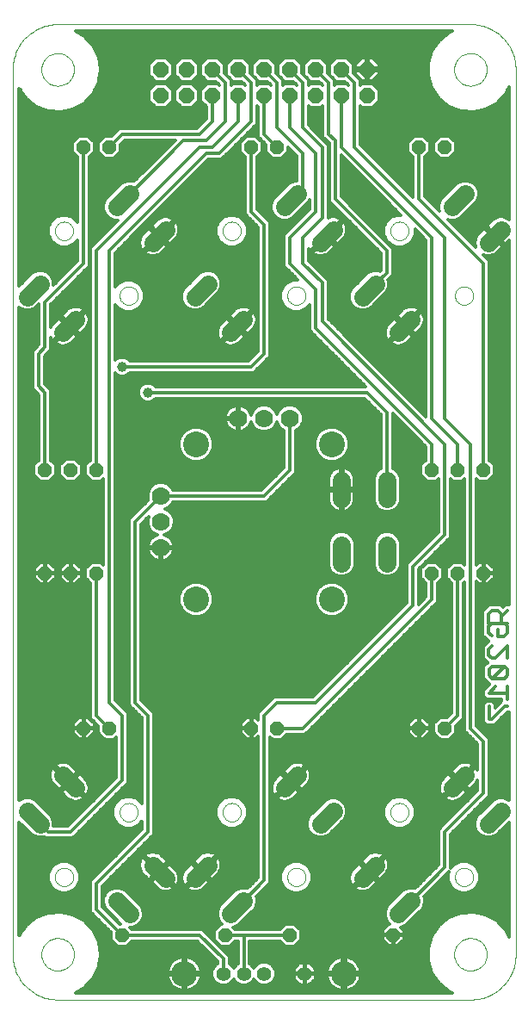
<source format=gbl>
G75*
G70*
%OFA0B0*%
%FSLAX24Y24*%
%IPPOS*%
%LPD*%
%AMOC8*
5,1,8,0,0,1.08239X$1,22.5*
%
%ADD10C,0.0000*%
%ADD11C,0.1000*%
%ADD12C,0.0700*%
%ADD13C,0.0700*%
%ADD14OC8,0.0520*%
%ADD15C,0.0705*%
%ADD16C,0.0560*%
%ADD17OC8,0.0600*%
%ADD18C,0.0120*%
%ADD19C,0.0396*%
D10*
X001004Y003635D02*
X001004Y037885D01*
X002124Y037885D02*
X002126Y037935D01*
X002132Y037985D01*
X002142Y038034D01*
X002156Y038082D01*
X002173Y038129D01*
X002194Y038174D01*
X002219Y038218D01*
X002247Y038259D01*
X002279Y038298D01*
X002313Y038335D01*
X002350Y038369D01*
X002390Y038399D01*
X002432Y038426D01*
X002476Y038450D01*
X002522Y038471D01*
X002569Y038487D01*
X002617Y038500D01*
X002667Y038509D01*
X002716Y038514D01*
X002767Y038515D01*
X002817Y038512D01*
X002866Y038505D01*
X002915Y038494D01*
X002963Y038479D01*
X003009Y038461D01*
X003054Y038439D01*
X003097Y038413D01*
X003138Y038384D01*
X003177Y038352D01*
X003213Y038317D01*
X003245Y038279D01*
X003275Y038239D01*
X003302Y038196D01*
X003325Y038152D01*
X003344Y038106D01*
X003360Y038058D01*
X003372Y038009D01*
X003380Y037960D01*
X003384Y037910D01*
X003384Y037860D01*
X003380Y037810D01*
X003372Y037761D01*
X003360Y037712D01*
X003344Y037664D01*
X003325Y037618D01*
X003302Y037574D01*
X003275Y037531D01*
X003245Y037491D01*
X003213Y037453D01*
X003177Y037418D01*
X003138Y037386D01*
X003097Y037357D01*
X003054Y037331D01*
X003009Y037309D01*
X002963Y037291D01*
X002915Y037276D01*
X002866Y037265D01*
X002817Y037258D01*
X002767Y037255D01*
X002716Y037256D01*
X002667Y037261D01*
X002617Y037270D01*
X002569Y037283D01*
X002522Y037299D01*
X002476Y037320D01*
X002432Y037344D01*
X002390Y037371D01*
X002350Y037401D01*
X002313Y037435D01*
X002279Y037472D01*
X002247Y037511D01*
X002219Y037552D01*
X002194Y037596D01*
X002173Y037641D01*
X002156Y037688D01*
X002142Y037736D01*
X002132Y037785D01*
X002126Y037835D01*
X002124Y037885D01*
X001004Y037885D02*
X001006Y037968D01*
X001012Y038051D01*
X001022Y038134D01*
X001036Y038216D01*
X001053Y038298D01*
X001075Y038378D01*
X001100Y038457D01*
X001129Y038535D01*
X001162Y038612D01*
X001199Y038687D01*
X001238Y038760D01*
X001282Y038831D01*
X001328Y038900D01*
X001378Y038967D01*
X001431Y039031D01*
X001487Y039093D01*
X001546Y039152D01*
X001608Y039208D01*
X001672Y039261D01*
X001739Y039311D01*
X001808Y039357D01*
X001879Y039401D01*
X001952Y039440D01*
X002027Y039477D01*
X002104Y039510D01*
X002182Y039539D01*
X002261Y039564D01*
X002341Y039586D01*
X002423Y039603D01*
X002505Y039617D01*
X002588Y039627D01*
X002671Y039633D01*
X002754Y039635D01*
X018754Y039635D01*
X018124Y037885D02*
X018126Y037935D01*
X018132Y037985D01*
X018142Y038034D01*
X018156Y038082D01*
X018173Y038129D01*
X018194Y038174D01*
X018219Y038218D01*
X018247Y038259D01*
X018279Y038298D01*
X018313Y038335D01*
X018350Y038369D01*
X018390Y038399D01*
X018432Y038426D01*
X018476Y038450D01*
X018522Y038471D01*
X018569Y038487D01*
X018617Y038500D01*
X018667Y038509D01*
X018716Y038514D01*
X018767Y038515D01*
X018817Y038512D01*
X018866Y038505D01*
X018915Y038494D01*
X018963Y038479D01*
X019009Y038461D01*
X019054Y038439D01*
X019097Y038413D01*
X019138Y038384D01*
X019177Y038352D01*
X019213Y038317D01*
X019245Y038279D01*
X019275Y038239D01*
X019302Y038196D01*
X019325Y038152D01*
X019344Y038106D01*
X019360Y038058D01*
X019372Y038009D01*
X019380Y037960D01*
X019384Y037910D01*
X019384Y037860D01*
X019380Y037810D01*
X019372Y037761D01*
X019360Y037712D01*
X019344Y037664D01*
X019325Y037618D01*
X019302Y037574D01*
X019275Y037531D01*
X019245Y037491D01*
X019213Y037453D01*
X019177Y037418D01*
X019138Y037386D01*
X019097Y037357D01*
X019054Y037331D01*
X019009Y037309D01*
X018963Y037291D01*
X018915Y037276D01*
X018866Y037265D01*
X018817Y037258D01*
X018767Y037255D01*
X018716Y037256D01*
X018667Y037261D01*
X018617Y037270D01*
X018569Y037283D01*
X018522Y037299D01*
X018476Y037320D01*
X018432Y037344D01*
X018390Y037371D01*
X018350Y037401D01*
X018313Y037435D01*
X018279Y037472D01*
X018247Y037511D01*
X018219Y037552D01*
X018194Y037596D01*
X018173Y037641D01*
X018156Y037688D01*
X018142Y037736D01*
X018132Y037785D01*
X018126Y037835D01*
X018124Y037885D01*
X018754Y039635D02*
X018837Y039633D01*
X018920Y039627D01*
X019003Y039617D01*
X019085Y039603D01*
X019167Y039586D01*
X019247Y039564D01*
X019326Y039539D01*
X019404Y039510D01*
X019481Y039477D01*
X019556Y039440D01*
X019629Y039401D01*
X019700Y039357D01*
X019769Y039311D01*
X019836Y039261D01*
X019900Y039208D01*
X019962Y039152D01*
X020021Y039093D01*
X020077Y039031D01*
X020130Y038967D01*
X020180Y038900D01*
X020226Y038831D01*
X020270Y038760D01*
X020309Y038687D01*
X020346Y038612D01*
X020379Y038535D01*
X020408Y038457D01*
X020433Y038378D01*
X020455Y038298D01*
X020472Y038216D01*
X020486Y038134D01*
X020496Y038051D01*
X020502Y037968D01*
X020504Y037885D01*
X020504Y003635D01*
X018124Y003635D02*
X018126Y003685D01*
X018132Y003735D01*
X018142Y003784D01*
X018156Y003832D01*
X018173Y003879D01*
X018194Y003924D01*
X018219Y003968D01*
X018247Y004009D01*
X018279Y004048D01*
X018313Y004085D01*
X018350Y004119D01*
X018390Y004149D01*
X018432Y004176D01*
X018476Y004200D01*
X018522Y004221D01*
X018569Y004237D01*
X018617Y004250D01*
X018667Y004259D01*
X018716Y004264D01*
X018767Y004265D01*
X018817Y004262D01*
X018866Y004255D01*
X018915Y004244D01*
X018963Y004229D01*
X019009Y004211D01*
X019054Y004189D01*
X019097Y004163D01*
X019138Y004134D01*
X019177Y004102D01*
X019213Y004067D01*
X019245Y004029D01*
X019275Y003989D01*
X019302Y003946D01*
X019325Y003902D01*
X019344Y003856D01*
X019360Y003808D01*
X019372Y003759D01*
X019380Y003710D01*
X019384Y003660D01*
X019384Y003610D01*
X019380Y003560D01*
X019372Y003511D01*
X019360Y003462D01*
X019344Y003414D01*
X019325Y003368D01*
X019302Y003324D01*
X019275Y003281D01*
X019245Y003241D01*
X019213Y003203D01*
X019177Y003168D01*
X019138Y003136D01*
X019097Y003107D01*
X019054Y003081D01*
X019009Y003059D01*
X018963Y003041D01*
X018915Y003026D01*
X018866Y003015D01*
X018817Y003008D01*
X018767Y003005D01*
X018716Y003006D01*
X018667Y003011D01*
X018617Y003020D01*
X018569Y003033D01*
X018522Y003049D01*
X018476Y003070D01*
X018432Y003094D01*
X018390Y003121D01*
X018350Y003151D01*
X018313Y003185D01*
X018279Y003222D01*
X018247Y003261D01*
X018219Y003302D01*
X018194Y003346D01*
X018173Y003391D01*
X018156Y003438D01*
X018142Y003486D01*
X018132Y003535D01*
X018126Y003585D01*
X018124Y003635D01*
X018754Y001885D02*
X018837Y001887D01*
X018920Y001893D01*
X019003Y001903D01*
X019085Y001917D01*
X019167Y001934D01*
X019247Y001956D01*
X019326Y001981D01*
X019404Y002010D01*
X019481Y002043D01*
X019556Y002080D01*
X019629Y002119D01*
X019700Y002163D01*
X019769Y002209D01*
X019836Y002259D01*
X019900Y002312D01*
X019962Y002368D01*
X020021Y002427D01*
X020077Y002489D01*
X020130Y002553D01*
X020180Y002620D01*
X020226Y002689D01*
X020270Y002760D01*
X020309Y002833D01*
X020346Y002908D01*
X020379Y002985D01*
X020408Y003063D01*
X020433Y003142D01*
X020455Y003222D01*
X020472Y003304D01*
X020486Y003386D01*
X020496Y003469D01*
X020502Y003552D01*
X020504Y003635D01*
X018754Y001885D02*
X002754Y001885D01*
X002124Y003635D02*
X002126Y003685D01*
X002132Y003735D01*
X002142Y003784D01*
X002156Y003832D01*
X002173Y003879D01*
X002194Y003924D01*
X002219Y003968D01*
X002247Y004009D01*
X002279Y004048D01*
X002313Y004085D01*
X002350Y004119D01*
X002390Y004149D01*
X002432Y004176D01*
X002476Y004200D01*
X002522Y004221D01*
X002569Y004237D01*
X002617Y004250D01*
X002667Y004259D01*
X002716Y004264D01*
X002767Y004265D01*
X002817Y004262D01*
X002866Y004255D01*
X002915Y004244D01*
X002963Y004229D01*
X003009Y004211D01*
X003054Y004189D01*
X003097Y004163D01*
X003138Y004134D01*
X003177Y004102D01*
X003213Y004067D01*
X003245Y004029D01*
X003275Y003989D01*
X003302Y003946D01*
X003325Y003902D01*
X003344Y003856D01*
X003360Y003808D01*
X003372Y003759D01*
X003380Y003710D01*
X003384Y003660D01*
X003384Y003610D01*
X003380Y003560D01*
X003372Y003511D01*
X003360Y003462D01*
X003344Y003414D01*
X003325Y003368D01*
X003302Y003324D01*
X003275Y003281D01*
X003245Y003241D01*
X003213Y003203D01*
X003177Y003168D01*
X003138Y003136D01*
X003097Y003107D01*
X003054Y003081D01*
X003009Y003059D01*
X002963Y003041D01*
X002915Y003026D01*
X002866Y003015D01*
X002817Y003008D01*
X002767Y003005D01*
X002716Y003006D01*
X002667Y003011D01*
X002617Y003020D01*
X002569Y003033D01*
X002522Y003049D01*
X002476Y003070D01*
X002432Y003094D01*
X002390Y003121D01*
X002350Y003151D01*
X002313Y003185D01*
X002279Y003222D01*
X002247Y003261D01*
X002219Y003302D01*
X002194Y003346D01*
X002173Y003391D01*
X002156Y003438D01*
X002142Y003486D01*
X002132Y003535D01*
X002126Y003585D01*
X002124Y003635D01*
X001004Y003635D02*
X001006Y003552D01*
X001012Y003469D01*
X001022Y003386D01*
X001036Y003304D01*
X001053Y003222D01*
X001075Y003142D01*
X001100Y003063D01*
X001129Y002985D01*
X001162Y002908D01*
X001199Y002833D01*
X001238Y002760D01*
X001282Y002689D01*
X001328Y002620D01*
X001378Y002553D01*
X001431Y002489D01*
X001487Y002427D01*
X001546Y002368D01*
X001608Y002312D01*
X001672Y002259D01*
X001739Y002209D01*
X001808Y002163D01*
X001879Y002119D01*
X001952Y002080D01*
X002027Y002043D01*
X002104Y002010D01*
X002182Y001981D01*
X002261Y001956D01*
X002341Y001934D01*
X002423Y001917D01*
X002505Y001903D01*
X002588Y001893D01*
X002671Y001887D01*
X002754Y001885D01*
X002647Y006633D02*
X002649Y006670D01*
X002655Y006707D01*
X002664Y006743D01*
X002678Y006777D01*
X002695Y006810D01*
X002715Y006842D01*
X002738Y006871D01*
X002764Y006897D01*
X002793Y006920D01*
X002824Y006940D01*
X002858Y006957D01*
X002892Y006971D01*
X002928Y006980D01*
X002965Y006986D01*
X003002Y006988D01*
X003039Y006986D01*
X003076Y006980D01*
X003112Y006971D01*
X003146Y006957D01*
X003179Y006940D01*
X003211Y006920D01*
X003240Y006897D01*
X003266Y006871D01*
X003289Y006842D01*
X003309Y006811D01*
X003326Y006777D01*
X003340Y006743D01*
X003349Y006707D01*
X003355Y006670D01*
X003357Y006633D01*
X003355Y006596D01*
X003349Y006559D01*
X003340Y006523D01*
X003326Y006489D01*
X003309Y006456D01*
X003289Y006424D01*
X003266Y006395D01*
X003240Y006369D01*
X003211Y006346D01*
X003180Y006326D01*
X003146Y006309D01*
X003112Y006295D01*
X003076Y006286D01*
X003039Y006280D01*
X003002Y006278D01*
X002965Y006280D01*
X002928Y006286D01*
X002892Y006295D01*
X002858Y006309D01*
X002825Y006326D01*
X002793Y006346D01*
X002764Y006369D01*
X002738Y006395D01*
X002715Y006424D01*
X002695Y006455D01*
X002678Y006489D01*
X002664Y006523D01*
X002655Y006559D01*
X002649Y006596D01*
X002647Y006633D01*
X005151Y009136D02*
X005153Y009173D01*
X005159Y009210D01*
X005168Y009246D01*
X005182Y009280D01*
X005199Y009313D01*
X005219Y009345D01*
X005242Y009374D01*
X005268Y009400D01*
X005297Y009423D01*
X005328Y009443D01*
X005362Y009460D01*
X005396Y009474D01*
X005432Y009483D01*
X005469Y009489D01*
X005506Y009491D01*
X005543Y009489D01*
X005580Y009483D01*
X005616Y009474D01*
X005650Y009460D01*
X005683Y009443D01*
X005715Y009423D01*
X005744Y009400D01*
X005770Y009374D01*
X005793Y009345D01*
X005813Y009314D01*
X005830Y009280D01*
X005844Y009246D01*
X005853Y009210D01*
X005859Y009173D01*
X005861Y009136D01*
X005859Y009099D01*
X005853Y009062D01*
X005844Y009026D01*
X005830Y008992D01*
X005813Y008959D01*
X005793Y008927D01*
X005770Y008898D01*
X005744Y008872D01*
X005715Y008849D01*
X005684Y008829D01*
X005650Y008812D01*
X005616Y008798D01*
X005580Y008789D01*
X005543Y008783D01*
X005506Y008781D01*
X005469Y008783D01*
X005432Y008789D01*
X005396Y008798D01*
X005362Y008812D01*
X005329Y008829D01*
X005297Y008849D01*
X005268Y008872D01*
X005242Y008898D01*
X005219Y008927D01*
X005199Y008958D01*
X005182Y008992D01*
X005168Y009026D01*
X005159Y009062D01*
X005153Y009099D01*
X005151Y009136D01*
X009147Y009136D02*
X009149Y009173D01*
X009155Y009210D01*
X009164Y009246D01*
X009178Y009280D01*
X009195Y009313D01*
X009215Y009345D01*
X009238Y009374D01*
X009264Y009400D01*
X009293Y009423D01*
X009324Y009443D01*
X009358Y009460D01*
X009392Y009474D01*
X009428Y009483D01*
X009465Y009489D01*
X009502Y009491D01*
X009539Y009489D01*
X009576Y009483D01*
X009612Y009474D01*
X009646Y009460D01*
X009679Y009443D01*
X009711Y009423D01*
X009740Y009400D01*
X009766Y009374D01*
X009789Y009345D01*
X009809Y009314D01*
X009826Y009280D01*
X009840Y009246D01*
X009849Y009210D01*
X009855Y009173D01*
X009857Y009136D01*
X009855Y009099D01*
X009849Y009062D01*
X009840Y009026D01*
X009826Y008992D01*
X009809Y008959D01*
X009789Y008927D01*
X009766Y008898D01*
X009740Y008872D01*
X009711Y008849D01*
X009680Y008829D01*
X009646Y008812D01*
X009612Y008798D01*
X009576Y008789D01*
X009539Y008783D01*
X009502Y008781D01*
X009465Y008783D01*
X009428Y008789D01*
X009392Y008798D01*
X009358Y008812D01*
X009325Y008829D01*
X009293Y008849D01*
X009264Y008872D01*
X009238Y008898D01*
X009215Y008927D01*
X009195Y008958D01*
X009178Y008992D01*
X009164Y009026D01*
X009155Y009062D01*
X009149Y009099D01*
X009147Y009136D01*
X011651Y006633D02*
X011653Y006670D01*
X011659Y006707D01*
X011668Y006743D01*
X011682Y006777D01*
X011699Y006810D01*
X011719Y006842D01*
X011742Y006871D01*
X011768Y006897D01*
X011797Y006920D01*
X011828Y006940D01*
X011862Y006957D01*
X011896Y006971D01*
X011932Y006980D01*
X011969Y006986D01*
X012006Y006988D01*
X012043Y006986D01*
X012080Y006980D01*
X012116Y006971D01*
X012150Y006957D01*
X012183Y006940D01*
X012215Y006920D01*
X012244Y006897D01*
X012270Y006871D01*
X012293Y006842D01*
X012313Y006811D01*
X012330Y006777D01*
X012344Y006743D01*
X012353Y006707D01*
X012359Y006670D01*
X012361Y006633D01*
X012359Y006596D01*
X012353Y006559D01*
X012344Y006523D01*
X012330Y006489D01*
X012313Y006456D01*
X012293Y006424D01*
X012270Y006395D01*
X012244Y006369D01*
X012215Y006346D01*
X012184Y006326D01*
X012150Y006309D01*
X012116Y006295D01*
X012080Y006286D01*
X012043Y006280D01*
X012006Y006278D01*
X011969Y006280D01*
X011932Y006286D01*
X011896Y006295D01*
X011862Y006309D01*
X011829Y006326D01*
X011797Y006346D01*
X011768Y006369D01*
X011742Y006395D01*
X011719Y006424D01*
X011699Y006455D01*
X011682Y006489D01*
X011668Y006523D01*
X011659Y006559D01*
X011653Y006596D01*
X011651Y006633D01*
X015647Y009136D02*
X015649Y009173D01*
X015655Y009210D01*
X015664Y009246D01*
X015678Y009280D01*
X015695Y009313D01*
X015715Y009345D01*
X015738Y009374D01*
X015764Y009400D01*
X015793Y009423D01*
X015824Y009443D01*
X015858Y009460D01*
X015892Y009474D01*
X015928Y009483D01*
X015965Y009489D01*
X016002Y009491D01*
X016039Y009489D01*
X016076Y009483D01*
X016112Y009474D01*
X016146Y009460D01*
X016179Y009443D01*
X016211Y009423D01*
X016240Y009400D01*
X016266Y009374D01*
X016289Y009345D01*
X016309Y009314D01*
X016326Y009280D01*
X016340Y009246D01*
X016349Y009210D01*
X016355Y009173D01*
X016357Y009136D01*
X016355Y009099D01*
X016349Y009062D01*
X016340Y009026D01*
X016326Y008992D01*
X016309Y008959D01*
X016289Y008927D01*
X016266Y008898D01*
X016240Y008872D01*
X016211Y008849D01*
X016180Y008829D01*
X016146Y008812D01*
X016112Y008798D01*
X016076Y008789D01*
X016039Y008783D01*
X016002Y008781D01*
X015965Y008783D01*
X015928Y008789D01*
X015892Y008798D01*
X015858Y008812D01*
X015825Y008829D01*
X015793Y008849D01*
X015764Y008872D01*
X015738Y008898D01*
X015715Y008927D01*
X015695Y008958D01*
X015678Y008992D01*
X015664Y009026D01*
X015655Y009062D01*
X015649Y009099D01*
X015647Y009136D01*
X018151Y006633D02*
X018153Y006670D01*
X018159Y006707D01*
X018168Y006743D01*
X018182Y006777D01*
X018199Y006810D01*
X018219Y006842D01*
X018242Y006871D01*
X018268Y006897D01*
X018297Y006920D01*
X018328Y006940D01*
X018362Y006957D01*
X018396Y006971D01*
X018432Y006980D01*
X018469Y006986D01*
X018506Y006988D01*
X018543Y006986D01*
X018580Y006980D01*
X018616Y006971D01*
X018650Y006957D01*
X018683Y006940D01*
X018715Y006920D01*
X018744Y006897D01*
X018770Y006871D01*
X018793Y006842D01*
X018813Y006811D01*
X018830Y006777D01*
X018844Y006743D01*
X018853Y006707D01*
X018859Y006670D01*
X018861Y006633D01*
X018859Y006596D01*
X018853Y006559D01*
X018844Y006523D01*
X018830Y006489D01*
X018813Y006456D01*
X018793Y006424D01*
X018770Y006395D01*
X018744Y006369D01*
X018715Y006346D01*
X018684Y006326D01*
X018650Y006309D01*
X018616Y006295D01*
X018580Y006286D01*
X018543Y006280D01*
X018506Y006278D01*
X018469Y006280D01*
X018432Y006286D01*
X018396Y006295D01*
X018362Y006309D01*
X018329Y006326D01*
X018297Y006346D01*
X018268Y006369D01*
X018242Y006395D01*
X018219Y006424D01*
X018199Y006455D01*
X018182Y006489D01*
X018168Y006523D01*
X018159Y006559D01*
X018153Y006596D01*
X018151Y006633D01*
X018151Y029133D02*
X018153Y029170D01*
X018159Y029207D01*
X018168Y029243D01*
X018182Y029277D01*
X018199Y029310D01*
X018219Y029342D01*
X018242Y029371D01*
X018268Y029397D01*
X018297Y029420D01*
X018328Y029440D01*
X018362Y029457D01*
X018396Y029471D01*
X018432Y029480D01*
X018469Y029486D01*
X018506Y029488D01*
X018543Y029486D01*
X018580Y029480D01*
X018616Y029471D01*
X018650Y029457D01*
X018683Y029440D01*
X018715Y029420D01*
X018744Y029397D01*
X018770Y029371D01*
X018793Y029342D01*
X018813Y029311D01*
X018830Y029277D01*
X018844Y029243D01*
X018853Y029207D01*
X018859Y029170D01*
X018861Y029133D01*
X018859Y029096D01*
X018853Y029059D01*
X018844Y029023D01*
X018830Y028989D01*
X018813Y028956D01*
X018793Y028924D01*
X018770Y028895D01*
X018744Y028869D01*
X018715Y028846D01*
X018684Y028826D01*
X018650Y028809D01*
X018616Y028795D01*
X018580Y028786D01*
X018543Y028780D01*
X018506Y028778D01*
X018469Y028780D01*
X018432Y028786D01*
X018396Y028795D01*
X018362Y028809D01*
X018329Y028826D01*
X018297Y028846D01*
X018268Y028869D01*
X018242Y028895D01*
X018219Y028924D01*
X018199Y028955D01*
X018182Y028989D01*
X018168Y029023D01*
X018159Y029059D01*
X018153Y029096D01*
X018151Y029133D01*
X015647Y031636D02*
X015649Y031673D01*
X015655Y031710D01*
X015664Y031746D01*
X015678Y031780D01*
X015695Y031813D01*
X015715Y031845D01*
X015738Y031874D01*
X015764Y031900D01*
X015793Y031923D01*
X015824Y031943D01*
X015858Y031960D01*
X015892Y031974D01*
X015928Y031983D01*
X015965Y031989D01*
X016002Y031991D01*
X016039Y031989D01*
X016076Y031983D01*
X016112Y031974D01*
X016146Y031960D01*
X016179Y031943D01*
X016211Y031923D01*
X016240Y031900D01*
X016266Y031874D01*
X016289Y031845D01*
X016309Y031814D01*
X016326Y031780D01*
X016340Y031746D01*
X016349Y031710D01*
X016355Y031673D01*
X016357Y031636D01*
X016355Y031599D01*
X016349Y031562D01*
X016340Y031526D01*
X016326Y031492D01*
X016309Y031459D01*
X016289Y031427D01*
X016266Y031398D01*
X016240Y031372D01*
X016211Y031349D01*
X016180Y031329D01*
X016146Y031312D01*
X016112Y031298D01*
X016076Y031289D01*
X016039Y031283D01*
X016002Y031281D01*
X015965Y031283D01*
X015928Y031289D01*
X015892Y031298D01*
X015858Y031312D01*
X015825Y031329D01*
X015793Y031349D01*
X015764Y031372D01*
X015738Y031398D01*
X015715Y031427D01*
X015695Y031458D01*
X015678Y031492D01*
X015664Y031526D01*
X015655Y031562D01*
X015649Y031599D01*
X015647Y031636D01*
X011651Y029133D02*
X011653Y029170D01*
X011659Y029207D01*
X011668Y029243D01*
X011682Y029277D01*
X011699Y029310D01*
X011719Y029342D01*
X011742Y029371D01*
X011768Y029397D01*
X011797Y029420D01*
X011828Y029440D01*
X011862Y029457D01*
X011896Y029471D01*
X011932Y029480D01*
X011969Y029486D01*
X012006Y029488D01*
X012043Y029486D01*
X012080Y029480D01*
X012116Y029471D01*
X012150Y029457D01*
X012183Y029440D01*
X012215Y029420D01*
X012244Y029397D01*
X012270Y029371D01*
X012293Y029342D01*
X012313Y029311D01*
X012330Y029277D01*
X012344Y029243D01*
X012353Y029207D01*
X012359Y029170D01*
X012361Y029133D01*
X012359Y029096D01*
X012353Y029059D01*
X012344Y029023D01*
X012330Y028989D01*
X012313Y028956D01*
X012293Y028924D01*
X012270Y028895D01*
X012244Y028869D01*
X012215Y028846D01*
X012184Y028826D01*
X012150Y028809D01*
X012116Y028795D01*
X012080Y028786D01*
X012043Y028780D01*
X012006Y028778D01*
X011969Y028780D01*
X011932Y028786D01*
X011896Y028795D01*
X011862Y028809D01*
X011829Y028826D01*
X011797Y028846D01*
X011768Y028869D01*
X011742Y028895D01*
X011719Y028924D01*
X011699Y028955D01*
X011682Y028989D01*
X011668Y029023D01*
X011659Y029059D01*
X011653Y029096D01*
X011651Y029133D01*
X009147Y031636D02*
X009149Y031673D01*
X009155Y031710D01*
X009164Y031746D01*
X009178Y031780D01*
X009195Y031813D01*
X009215Y031845D01*
X009238Y031874D01*
X009264Y031900D01*
X009293Y031923D01*
X009324Y031943D01*
X009358Y031960D01*
X009392Y031974D01*
X009428Y031983D01*
X009465Y031989D01*
X009502Y031991D01*
X009539Y031989D01*
X009576Y031983D01*
X009612Y031974D01*
X009646Y031960D01*
X009679Y031943D01*
X009711Y031923D01*
X009740Y031900D01*
X009766Y031874D01*
X009789Y031845D01*
X009809Y031814D01*
X009826Y031780D01*
X009840Y031746D01*
X009849Y031710D01*
X009855Y031673D01*
X009857Y031636D01*
X009855Y031599D01*
X009849Y031562D01*
X009840Y031526D01*
X009826Y031492D01*
X009809Y031459D01*
X009789Y031427D01*
X009766Y031398D01*
X009740Y031372D01*
X009711Y031349D01*
X009680Y031329D01*
X009646Y031312D01*
X009612Y031298D01*
X009576Y031289D01*
X009539Y031283D01*
X009502Y031281D01*
X009465Y031283D01*
X009428Y031289D01*
X009392Y031298D01*
X009358Y031312D01*
X009325Y031329D01*
X009293Y031349D01*
X009264Y031372D01*
X009238Y031398D01*
X009215Y031427D01*
X009195Y031458D01*
X009178Y031492D01*
X009164Y031526D01*
X009155Y031562D01*
X009149Y031599D01*
X009147Y031636D01*
X005151Y029133D02*
X005153Y029170D01*
X005159Y029207D01*
X005168Y029243D01*
X005182Y029277D01*
X005199Y029310D01*
X005219Y029342D01*
X005242Y029371D01*
X005268Y029397D01*
X005297Y029420D01*
X005328Y029440D01*
X005362Y029457D01*
X005396Y029471D01*
X005432Y029480D01*
X005469Y029486D01*
X005506Y029488D01*
X005543Y029486D01*
X005580Y029480D01*
X005616Y029471D01*
X005650Y029457D01*
X005683Y029440D01*
X005715Y029420D01*
X005744Y029397D01*
X005770Y029371D01*
X005793Y029342D01*
X005813Y029311D01*
X005830Y029277D01*
X005844Y029243D01*
X005853Y029207D01*
X005859Y029170D01*
X005861Y029133D01*
X005859Y029096D01*
X005853Y029059D01*
X005844Y029023D01*
X005830Y028989D01*
X005813Y028956D01*
X005793Y028924D01*
X005770Y028895D01*
X005744Y028869D01*
X005715Y028846D01*
X005684Y028826D01*
X005650Y028809D01*
X005616Y028795D01*
X005580Y028786D01*
X005543Y028780D01*
X005506Y028778D01*
X005469Y028780D01*
X005432Y028786D01*
X005396Y028795D01*
X005362Y028809D01*
X005329Y028826D01*
X005297Y028846D01*
X005268Y028869D01*
X005242Y028895D01*
X005219Y028924D01*
X005199Y028955D01*
X005182Y028989D01*
X005168Y029023D01*
X005159Y029059D01*
X005153Y029096D01*
X005151Y029133D01*
X002647Y031636D02*
X002649Y031673D01*
X002655Y031710D01*
X002664Y031746D01*
X002678Y031780D01*
X002695Y031813D01*
X002715Y031845D01*
X002738Y031874D01*
X002764Y031900D01*
X002793Y031923D01*
X002824Y031943D01*
X002858Y031960D01*
X002892Y031974D01*
X002928Y031983D01*
X002965Y031989D01*
X003002Y031991D01*
X003039Y031989D01*
X003076Y031983D01*
X003112Y031974D01*
X003146Y031960D01*
X003179Y031943D01*
X003211Y031923D01*
X003240Y031900D01*
X003266Y031874D01*
X003289Y031845D01*
X003309Y031814D01*
X003326Y031780D01*
X003340Y031746D01*
X003349Y031710D01*
X003355Y031673D01*
X003357Y031636D01*
X003355Y031599D01*
X003349Y031562D01*
X003340Y031526D01*
X003326Y031492D01*
X003309Y031459D01*
X003289Y031427D01*
X003266Y031398D01*
X003240Y031372D01*
X003211Y031349D01*
X003180Y031329D01*
X003146Y031312D01*
X003112Y031298D01*
X003076Y031289D01*
X003039Y031283D01*
X003002Y031281D01*
X002965Y031283D01*
X002928Y031289D01*
X002892Y031298D01*
X002858Y031312D01*
X002825Y031329D01*
X002793Y031349D01*
X002764Y031372D01*
X002738Y031398D01*
X002715Y031427D01*
X002695Y031458D01*
X002678Y031492D01*
X002664Y031526D01*
X002655Y031562D01*
X002649Y031599D01*
X002647Y031636D01*
D11*
X008129Y023385D03*
X008129Y017385D03*
X013379Y017385D03*
X013379Y023385D03*
X013845Y002885D03*
X007663Y002885D03*
D12*
X006754Y019385D03*
X006754Y020385D03*
X006754Y021385D03*
X009754Y024385D03*
X010754Y024385D03*
X011754Y024385D03*
D13*
X013754Y021985D02*
X013754Y021285D01*
X013754Y019485D02*
X013754Y018785D01*
X015526Y018785D02*
X015526Y019485D01*
X015526Y021285D02*
X015526Y021985D01*
D14*
X017254Y022385D03*
X018254Y022385D03*
X019254Y022385D03*
X019254Y018385D03*
X018254Y018385D03*
X017254Y018385D03*
X016754Y012385D03*
X017754Y012385D03*
X015754Y004385D03*
X011754Y004385D03*
X009254Y004385D03*
X005254Y004385D03*
X004754Y012385D03*
X003754Y012385D03*
X003254Y018385D03*
X004254Y018385D03*
X002254Y018385D03*
X002254Y022385D03*
X003254Y022385D03*
X004254Y022385D03*
X010254Y012385D03*
X011254Y012385D03*
X011254Y034885D03*
X010254Y034885D03*
X004754Y034885D03*
X003754Y034885D03*
X016754Y034885D03*
X017754Y034885D03*
D15*
X018550Y033066D02*
X018051Y032568D01*
X019437Y031182D02*
X019936Y031680D01*
X016457Y028201D02*
X015958Y027703D01*
X014572Y029089D02*
X015071Y029587D01*
X013436Y031680D02*
X012937Y031182D01*
X011551Y032568D02*
X012050Y033066D01*
X009957Y028201D02*
X009458Y027703D01*
X008072Y029089D02*
X008571Y029587D01*
X006936Y031680D02*
X006437Y031182D01*
X005051Y032568D02*
X005550Y033066D01*
X003457Y028201D02*
X002958Y027703D01*
X001572Y029089D02*
X002071Y029587D01*
X002958Y010566D02*
X003457Y010068D01*
X002071Y008682D02*
X001572Y009180D01*
X005051Y005701D02*
X005550Y005203D01*
X006936Y006589D02*
X006437Y007087D01*
X008072Y006589D02*
X008571Y007087D01*
X009957Y005701D02*
X009458Y005203D01*
X011551Y010068D02*
X012050Y010566D01*
X013436Y009180D02*
X012937Y008682D01*
X014572Y006589D02*
X015071Y007087D01*
X016457Y005701D02*
X015958Y005203D01*
X018051Y010068D02*
X018550Y010566D01*
X019936Y009180D02*
X019437Y008682D01*
D16*
X012329Y002885D03*
X010754Y002885D03*
X009967Y002885D03*
X009179Y002885D03*
D17*
X008754Y036885D03*
X008754Y037885D03*
X007754Y037885D03*
X007754Y036885D03*
X006754Y036885D03*
X006754Y037885D03*
X009754Y037885D03*
X009754Y036885D03*
X010754Y036885D03*
X010754Y037885D03*
X011754Y037885D03*
X011754Y036885D03*
X012754Y036885D03*
X012754Y037885D03*
X013754Y037885D03*
X013754Y036885D03*
X014754Y036885D03*
X014754Y037885D03*
D18*
X014794Y037922D02*
X017113Y037922D01*
X017113Y038040D02*
X015214Y038040D01*
X015214Y038075D02*
X014945Y038345D01*
X014794Y038345D01*
X014794Y037925D01*
X014714Y037925D01*
X014714Y038345D01*
X014563Y038345D01*
X014294Y038075D01*
X014294Y037925D01*
X014714Y037925D01*
X014714Y037845D01*
X014294Y037845D01*
X014294Y037694D01*
X014563Y037425D01*
X014714Y037425D01*
X014714Y037844D01*
X014794Y037844D01*
X014794Y037425D01*
X014945Y037425D01*
X015214Y037694D01*
X015214Y037845D01*
X014794Y037845D01*
X014794Y037925D01*
X015214Y037925D01*
X015214Y038075D01*
X015130Y038159D02*
X017121Y038159D01*
X017113Y038132D02*
X017113Y038132D01*
X017113Y037637D01*
X017258Y037164D01*
X017537Y036756D01*
X017537Y036756D01*
X017924Y036447D01*
X018385Y036266D01*
X018878Y036229D01*
X019360Y036339D01*
X019789Y036587D01*
X020126Y036950D01*
X020244Y037196D01*
X020244Y032090D01*
X020204Y032119D01*
X020132Y032155D01*
X020056Y032180D01*
X019976Y032193D01*
X019895Y032193D01*
X019816Y032180D01*
X019739Y032155D01*
X019667Y032119D01*
X019602Y032071D01*
X019365Y031834D01*
X019686Y031513D01*
X019605Y031431D01*
X019283Y031753D01*
X019046Y031516D01*
X018999Y031451D01*
X018962Y031379D01*
X018937Y031302D01*
X018925Y031222D01*
X018925Y031142D01*
X018937Y031062D01*
X018954Y031010D01*
X017898Y032066D01*
X017947Y032045D01*
X018155Y032045D01*
X018347Y032125D01*
X018993Y032770D01*
X019072Y032962D01*
X019072Y033170D01*
X018993Y033362D01*
X018846Y033509D01*
X018654Y033589D01*
X018446Y033589D01*
X018254Y033509D01*
X017608Y032864D01*
X017529Y032672D01*
X017529Y032464D01*
X017549Y032415D01*
X016984Y032980D01*
X016984Y034507D01*
X017184Y034707D01*
X017184Y035063D01*
X016932Y035315D01*
X016576Y035315D01*
X016324Y035063D01*
X016324Y034707D01*
X016524Y034507D01*
X016524Y032980D01*
X016524Y032940D01*
X014484Y034980D01*
X014484Y036490D01*
X014559Y036415D01*
X014949Y036415D01*
X015224Y036690D01*
X015224Y037079D01*
X014949Y037355D01*
X014559Y037355D01*
X014484Y037279D01*
X014484Y037289D01*
X014484Y037480D01*
X014224Y037740D01*
X014224Y038079D01*
X013949Y038355D01*
X013559Y038355D01*
X013284Y038079D01*
X013284Y037690D01*
X013559Y037415D01*
X013899Y037415D01*
X014024Y037289D01*
X014024Y037279D01*
X013949Y037355D01*
X013559Y037355D01*
X013484Y037279D01*
X013484Y037480D01*
X013349Y037615D01*
X013224Y037740D01*
X013224Y038079D01*
X012949Y038355D01*
X012559Y038355D01*
X012284Y038079D01*
X012284Y037690D01*
X012559Y037415D01*
X012899Y037415D01*
X013024Y037289D01*
X013024Y037279D01*
X012949Y037355D01*
X012559Y037355D01*
X012484Y037279D01*
X012484Y037480D01*
X012349Y037615D01*
X012224Y037740D01*
X012224Y038079D01*
X011949Y038355D01*
X011559Y038355D01*
X011284Y038079D01*
X011284Y037690D01*
X011559Y037415D01*
X011899Y037415D01*
X012024Y037289D01*
X012024Y037279D01*
X011949Y037355D01*
X011559Y037355D01*
X011484Y037279D01*
X011484Y037289D01*
X011484Y037480D01*
X011224Y037740D01*
X011224Y038079D01*
X010949Y038355D01*
X010559Y038355D01*
X010284Y038079D01*
X010284Y037690D01*
X010559Y037415D01*
X010899Y037415D01*
X011024Y037289D01*
X011024Y037279D01*
X010949Y037355D01*
X010559Y037355D01*
X010484Y037279D01*
X010484Y037480D01*
X010349Y037615D01*
X010224Y037740D01*
X010224Y038079D01*
X009949Y038355D01*
X009559Y038355D01*
X009284Y038079D01*
X009284Y037690D01*
X009559Y037415D01*
X009899Y037415D01*
X010024Y037289D01*
X010024Y037279D01*
X009949Y037355D01*
X009559Y037355D01*
X009484Y037279D01*
X009484Y037480D01*
X009349Y037615D01*
X009224Y037740D01*
X009224Y038079D01*
X008949Y038355D01*
X008559Y038355D01*
X008284Y038079D01*
X008284Y037690D01*
X008559Y037415D01*
X008899Y037415D01*
X009024Y037289D01*
X009024Y037279D01*
X008949Y037355D01*
X008559Y037355D01*
X008284Y037079D01*
X008284Y036690D01*
X008524Y036450D01*
X008524Y035980D01*
X008159Y035615D01*
X005349Y035615D01*
X005159Y035615D01*
X004859Y035315D01*
X004576Y035315D01*
X004324Y035063D01*
X004324Y034707D01*
X004576Y034455D01*
X004932Y034455D01*
X005184Y034707D01*
X005184Y034989D01*
X005349Y035155D01*
X007313Y035155D01*
X005720Y033562D01*
X005654Y033589D01*
X005446Y033589D01*
X005254Y033509D01*
X004608Y032864D01*
X004529Y032672D01*
X004529Y032464D01*
X004608Y032272D01*
X004755Y032125D01*
X004947Y032045D01*
X005089Y032045D01*
X004159Y031115D01*
X004024Y030980D01*
X004024Y022763D01*
X003824Y022563D01*
X003824Y022207D01*
X004076Y021955D01*
X004432Y021955D01*
X004524Y022047D01*
X004524Y018723D01*
X004432Y018815D01*
X004076Y018815D01*
X003824Y018563D01*
X003824Y018207D01*
X004024Y018007D01*
X003470Y018007D01*
X003428Y017965D02*
X003674Y018211D01*
X003674Y018365D01*
X003274Y018365D01*
X003274Y018405D01*
X003234Y018405D01*
X003234Y018805D01*
X003080Y018805D01*
X002834Y018559D01*
X002834Y018405D01*
X003234Y018405D01*
X003234Y018365D01*
X002834Y018365D01*
X002834Y018211D01*
X003080Y017965D01*
X003234Y017965D01*
X003234Y018364D01*
X003274Y018364D01*
X003274Y017965D01*
X003428Y017965D01*
X003274Y018007D02*
X003234Y018007D01*
X003234Y018125D02*
X003274Y018125D01*
X003274Y018244D02*
X003234Y018244D01*
X003234Y018362D02*
X003274Y018362D01*
X003274Y018405D02*
X003674Y018405D01*
X003674Y018559D01*
X003428Y018805D01*
X003274Y018805D01*
X003274Y018405D01*
X003274Y018481D02*
X003234Y018481D01*
X003234Y018599D02*
X003274Y018599D01*
X003274Y018718D02*
X003234Y018718D01*
X003515Y018718D02*
X003979Y018718D01*
X003861Y018599D02*
X003633Y018599D01*
X003674Y018481D02*
X003824Y018481D01*
X003824Y018362D02*
X003674Y018362D01*
X003674Y018244D02*
X003824Y018244D01*
X003905Y018125D02*
X003588Y018125D01*
X004024Y018007D02*
X004024Y012980D01*
X004024Y012789D01*
X004324Y012489D01*
X004324Y012207D01*
X004576Y011955D01*
X004932Y011955D01*
X005024Y012047D01*
X005024Y010480D01*
X003159Y008615D01*
X002593Y008615D01*
X002593Y008786D01*
X002514Y008978D01*
X001868Y009623D01*
X001676Y009703D01*
X001468Y009703D01*
X001276Y009623D01*
X001264Y009611D01*
X001264Y028658D01*
X001276Y028646D01*
X001468Y028566D01*
X001676Y028566D01*
X001868Y028646D01*
X002024Y028802D01*
X002024Y027230D01*
X001774Y026980D01*
X001774Y026789D01*
X001774Y025539D01*
X001909Y025405D01*
X002024Y025289D01*
X002024Y022763D01*
X001824Y022563D01*
X001824Y022207D01*
X002076Y021955D01*
X002432Y021955D01*
X002684Y022207D01*
X002684Y022563D01*
X002484Y022763D01*
X002484Y025289D01*
X002484Y025480D01*
X002234Y025730D01*
X002234Y026789D01*
X002349Y026905D01*
X002484Y027039D01*
X002484Y027505D01*
X002520Y027434D01*
X002557Y027383D01*
X003126Y027952D01*
X003207Y027871D01*
X002638Y027302D01*
X002690Y027265D01*
X002761Y027228D01*
X002838Y027203D01*
X002918Y027190D01*
X002999Y027190D01*
X003078Y027203D01*
X003155Y027228D01*
X003227Y027265D01*
X003292Y027312D01*
X003529Y027549D01*
X003208Y027871D01*
X003289Y027952D01*
X003611Y027630D01*
X003848Y027868D01*
X003895Y027933D01*
X003932Y028005D01*
X003957Y028081D01*
X003969Y028161D01*
X003969Y028242D01*
X003957Y028321D01*
X003932Y028398D01*
X003895Y028470D01*
X003858Y028521D01*
X003289Y027952D01*
X003208Y028034D01*
X003776Y028603D01*
X003725Y028640D01*
X003653Y028676D01*
X003577Y028701D01*
X003497Y028714D01*
X003416Y028714D01*
X003337Y028701D01*
X003260Y028676D01*
X003188Y028640D01*
X003123Y028592D01*
X002886Y028355D01*
X003207Y028034D01*
X003126Y027952D01*
X002804Y028274D01*
X002567Y028037D01*
X002520Y027972D01*
X002484Y027901D01*
X002484Y028789D01*
X003984Y030289D01*
X003984Y030480D01*
X003984Y034507D01*
X004184Y034707D01*
X004184Y035063D01*
X003932Y035315D01*
X003576Y035315D01*
X003324Y035063D01*
X003324Y034707D01*
X003524Y034507D01*
X003524Y031984D01*
X003524Y031985D01*
X003351Y032158D01*
X003125Y032251D01*
X002880Y032251D01*
X002654Y032158D01*
X002481Y031985D01*
X002387Y031759D01*
X002387Y031514D01*
X002481Y031288D01*
X002654Y031115D01*
X002880Y031021D01*
X003125Y031021D01*
X003351Y031115D01*
X003524Y031288D01*
X003524Y031289D01*
X003524Y030480D01*
X002593Y029549D01*
X002593Y029691D01*
X002514Y029883D01*
X002367Y030030D01*
X002175Y030110D01*
X001967Y030110D01*
X001775Y030030D01*
X001264Y029520D01*
X001264Y037156D01*
X001537Y036756D01*
X001537Y036756D01*
X001924Y036447D01*
X002385Y036266D01*
X002878Y036229D01*
X003360Y036339D01*
X003789Y036587D01*
X004126Y036950D01*
X004340Y037395D01*
X004414Y037885D01*
X004340Y038374D01*
X004126Y038820D01*
X003789Y039183D01*
X003456Y039375D01*
X018058Y039375D01*
X017924Y039322D01*
X017537Y039014D01*
X017258Y038605D01*
X017113Y038132D01*
X017157Y038278D02*
X015012Y038278D01*
X014794Y038278D02*
X014714Y038278D01*
X014714Y038159D02*
X014794Y038159D01*
X014794Y038040D02*
X014714Y038040D01*
X014714Y037922D02*
X014224Y037922D01*
X014224Y038040D02*
X014294Y038040D01*
X014378Y038159D02*
X014144Y038159D01*
X014026Y038278D02*
X014496Y038278D01*
X014294Y037803D02*
X014224Y037803D01*
X014279Y037685D02*
X014303Y037685D01*
X014398Y037566D02*
X014422Y037566D01*
X014484Y037448D02*
X014540Y037448D01*
X014534Y037329D02*
X014484Y037329D01*
X014254Y037385D02*
X013754Y037885D01*
X013408Y037566D02*
X013398Y037566D01*
X013484Y037448D02*
X013526Y037448D01*
X013534Y037329D02*
X013484Y037329D01*
X013254Y037385D02*
X013254Y035385D01*
X013504Y035135D01*
X013504Y032885D01*
X015504Y030885D01*
X015504Y030021D01*
X014822Y029338D01*
X014487Y029742D02*
X013222Y029742D01*
X013234Y029730D02*
X013099Y029865D01*
X012484Y030480D01*
X012484Y030943D01*
X012499Y030913D01*
X012536Y030862D01*
X013105Y031431D01*
X013186Y031350D01*
X012617Y030781D01*
X012669Y030744D01*
X012740Y030707D01*
X012817Y030682D01*
X012897Y030669D01*
X012978Y030669D01*
X013057Y030682D01*
X013134Y030707D01*
X013206Y030744D01*
X013271Y030791D01*
X013508Y031028D01*
X013187Y031350D01*
X013268Y031431D01*
X013589Y031109D01*
X013827Y031347D01*
X013874Y031412D01*
X013911Y031484D01*
X013936Y031560D01*
X013948Y031640D01*
X013948Y031721D01*
X013936Y031800D01*
X013911Y031877D01*
X013874Y031949D01*
X013837Y032000D01*
X013268Y031431D01*
X013187Y031513D01*
X013755Y032082D01*
X013704Y032119D01*
X013632Y032155D01*
X013556Y032180D01*
X013476Y032193D01*
X013395Y032193D01*
X013316Y032180D01*
X013239Y032155D01*
X013234Y032153D01*
X013234Y032230D01*
X013234Y034980D01*
X013099Y035115D01*
X012484Y035730D01*
X012484Y036490D01*
X012559Y036415D01*
X012949Y036415D01*
X013024Y036490D01*
X013024Y035480D01*
X013024Y035289D01*
X013274Y035039D01*
X013274Y032980D01*
X013274Y032789D01*
X015274Y030789D01*
X015274Y030116D01*
X015241Y030083D01*
X015175Y030110D01*
X014967Y030110D01*
X014775Y030030D01*
X014129Y029385D01*
X014050Y029193D01*
X014050Y028985D01*
X014129Y028793D01*
X014276Y028646D01*
X014468Y028566D01*
X014676Y028566D01*
X014868Y028646D01*
X015514Y029291D01*
X015593Y029483D01*
X015593Y029691D01*
X015566Y029757D01*
X015734Y029925D01*
X015734Y030116D01*
X015734Y030980D01*
X015599Y031115D01*
X013734Y032980D01*
X013734Y034580D01*
X016062Y032251D01*
X015880Y032251D01*
X015654Y032158D01*
X015481Y031985D01*
X015387Y031759D01*
X015387Y031514D01*
X015481Y031288D01*
X015654Y031115D01*
X015880Y031021D01*
X016125Y031021D01*
X016351Y031115D01*
X016524Y031288D01*
X016617Y031514D01*
X016617Y031696D01*
X017024Y031289D01*
X017024Y024480D01*
X017024Y024440D01*
X013234Y028230D01*
X013234Y029730D01*
X013234Y029624D02*
X014368Y029624D01*
X014250Y029505D02*
X013234Y029505D01*
X013234Y029387D02*
X014131Y029387D01*
X014081Y029268D02*
X013234Y029268D01*
X013234Y029150D02*
X014050Y029150D01*
X014050Y029031D02*
X013234Y029031D01*
X013234Y028913D02*
X014080Y028913D01*
X014129Y028794D02*
X013234Y028794D01*
X013234Y028676D02*
X014247Y028676D01*
X014898Y028676D02*
X016258Y028676D01*
X016260Y028676D02*
X016188Y028640D01*
X016123Y028592D01*
X015886Y028355D01*
X016207Y028034D01*
X016126Y027952D01*
X016207Y027871D01*
X015638Y027302D01*
X015690Y027265D01*
X015761Y027228D01*
X015838Y027203D01*
X015918Y027190D01*
X015999Y027190D01*
X016078Y027203D01*
X016155Y027228D01*
X016227Y027265D01*
X016292Y027312D01*
X016529Y027549D01*
X016208Y027871D01*
X016289Y027952D01*
X016611Y027630D01*
X016848Y027868D01*
X016895Y027933D01*
X016932Y028005D01*
X016957Y028081D01*
X016969Y028161D01*
X016969Y028242D01*
X016957Y028321D01*
X016932Y028398D01*
X016895Y028470D01*
X016858Y028521D01*
X016289Y027952D01*
X016208Y028034D01*
X016776Y028603D01*
X016725Y028640D01*
X016653Y028676D01*
X016577Y028701D01*
X016497Y028714D01*
X016416Y028714D01*
X016337Y028701D01*
X016260Y028676D01*
X016087Y028557D02*
X013234Y028557D01*
X013234Y028438D02*
X015969Y028438D01*
X015921Y028320D02*
X013234Y028320D01*
X013263Y028201D02*
X015732Y028201D01*
X015804Y028274D02*
X015567Y028037D01*
X015520Y027972D01*
X015483Y027900D01*
X015458Y027823D01*
X015446Y027743D01*
X015446Y027663D01*
X015458Y027583D01*
X015483Y027506D01*
X015520Y027434D01*
X015557Y027383D01*
X016126Y027952D01*
X015804Y028274D01*
X015877Y028201D02*
X016040Y028201D01*
X015996Y028083D02*
X016158Y028083D01*
X016257Y028083D02*
X016419Y028083D01*
X016375Y028201D02*
X016538Y028201D01*
X016494Y028320D02*
X016656Y028320D01*
X016612Y028438D02*
X016775Y028438D01*
X016731Y028557D02*
X017024Y028557D01*
X017024Y028676D02*
X016655Y028676D01*
X016911Y028438D02*
X017024Y028438D01*
X017024Y028320D02*
X016957Y028320D01*
X016969Y028201D02*
X017024Y028201D01*
X017024Y028083D02*
X016957Y028083D01*
X016911Y027964D02*
X017024Y027964D01*
X017024Y027846D02*
X016826Y027846D01*
X016707Y027727D02*
X017024Y027727D01*
X017024Y027609D02*
X016470Y027609D01*
X016470Y027490D02*
X017024Y027490D01*
X017024Y027372D02*
X016352Y027372D01*
X016204Y027253D02*
X017024Y027253D01*
X017024Y027134D02*
X014329Y027134D01*
X014211Y027253D02*
X015712Y027253D01*
X015708Y027372D02*
X014092Y027372D01*
X013974Y027490D02*
X015491Y027490D01*
X015454Y027609D02*
X013855Y027609D01*
X013737Y027727D02*
X015446Y027727D01*
X015466Y027846D02*
X013618Y027846D01*
X013500Y027964D02*
X015516Y027964D01*
X015613Y028083D02*
X013381Y028083D01*
X013004Y028135D02*
X017754Y023385D01*
X017754Y019885D01*
X016504Y018635D01*
X016504Y017135D01*
X012754Y013385D01*
X011254Y013385D01*
X010754Y012885D01*
X010754Y006499D01*
X009708Y005452D01*
X010080Y005085D02*
X015441Y005085D01*
X015436Y005099D02*
X015515Y004907D01*
X015618Y004805D01*
X015580Y004805D01*
X015334Y004559D01*
X015334Y004405D01*
X015734Y004405D01*
X015734Y004365D01*
X015334Y004365D01*
X015334Y004211D01*
X015580Y003965D01*
X015734Y003965D01*
X015734Y004364D01*
X015774Y004364D01*
X015774Y003965D01*
X015928Y003965D01*
X016174Y004211D01*
X016174Y004365D01*
X015774Y004365D01*
X015774Y004405D01*
X016174Y004405D01*
X016174Y004559D01*
X016052Y004680D01*
X016062Y004680D01*
X016254Y004760D01*
X016900Y005406D01*
X016979Y005598D01*
X016979Y005805D01*
X016952Y005871D01*
X017849Y006769D01*
X017929Y006849D01*
X017891Y006755D01*
X017891Y006511D01*
X017984Y006285D01*
X018157Y006112D01*
X018383Y006018D01*
X018628Y006018D01*
X018854Y006112D01*
X019027Y006285D01*
X019121Y006511D01*
X019121Y006755D01*
X019027Y006981D01*
X018854Y007154D01*
X018628Y007248D01*
X018383Y007248D01*
X018157Y007154D01*
X017984Y006981D01*
X017984Y008289D01*
X019349Y009655D01*
X019484Y009789D01*
X019484Y011789D01*
X019484Y011980D01*
X018984Y012480D01*
X018984Y018061D01*
X019080Y017965D01*
X019234Y017965D01*
X019234Y018364D01*
X019274Y018364D01*
X019274Y017965D01*
X019428Y017965D01*
X019674Y018211D01*
X019674Y018365D01*
X019274Y018365D01*
X019274Y018405D01*
X019234Y018405D01*
X019234Y018805D01*
X019080Y018805D01*
X018984Y018709D01*
X018984Y022047D01*
X019076Y021955D01*
X019432Y021955D01*
X019684Y022207D01*
X019684Y022563D01*
X019484Y022763D01*
X019484Y030480D01*
X019349Y030615D01*
X019265Y030699D01*
X019317Y030682D01*
X019397Y030669D01*
X019478Y030669D01*
X019557Y030682D01*
X019634Y030707D01*
X019706Y030744D01*
X019771Y030791D01*
X020008Y031028D01*
X019687Y031350D01*
X019768Y031431D01*
X020089Y031109D01*
X020244Y031264D01*
X020244Y017164D01*
X020103Y017167D01*
X020009Y017075D01*
X019919Y017165D01*
X019729Y017165D01*
X019479Y017165D01*
X019344Y017030D01*
X019224Y016910D01*
X019224Y016719D01*
X019224Y016349D01*
X019224Y016180D01*
X019224Y015989D01*
X019449Y015765D01*
X019369Y015685D01*
X019234Y015550D01*
X019234Y015310D01*
X019234Y015119D01*
X019419Y014935D01*
X019364Y014880D01*
X019244Y014760D01*
X019244Y014569D01*
X018984Y014569D01*
X018984Y014687D02*
X019244Y014687D01*
X019244Y014569D02*
X019244Y014329D01*
X019379Y014195D01*
X019485Y014088D01*
X019244Y013847D01*
X019244Y013657D01*
X019379Y013522D01*
X019386Y013522D01*
X019964Y013522D01*
X019964Y013440D01*
X019704Y013180D01*
X019704Y013320D01*
X019569Y013455D01*
X019379Y013455D01*
X019244Y013320D01*
X019244Y012830D01*
X019244Y012639D01*
X019379Y012505D01*
X019679Y012505D01*
X019814Y012639D01*
X020169Y012995D01*
X020244Y012995D01*
X020244Y009611D01*
X020232Y009623D01*
X020040Y009703D01*
X019832Y009703D01*
X019640Y009623D01*
X018994Y008978D01*
X018915Y008786D01*
X018915Y008578D01*
X018994Y008386D01*
X019141Y008239D01*
X019333Y008159D01*
X019541Y008159D01*
X019733Y008239D01*
X020244Y008750D01*
X020244Y004324D01*
X020126Y004570D01*
X019789Y004933D01*
X019360Y005180D01*
X018878Y005290D01*
X018385Y005253D01*
X018385Y005253D01*
X017924Y005072D01*
X017537Y004764D01*
X017537Y004764D01*
X017537Y004764D01*
X017258Y004355D01*
X017113Y003882D01*
X017113Y003387D01*
X017258Y002914D01*
X017537Y002506D01*
X017537Y002506D01*
X017924Y002197D01*
X018058Y002145D01*
X003456Y002145D01*
X003789Y002337D01*
X004126Y002700D01*
X004340Y003145D01*
X004340Y003145D01*
X004414Y003635D01*
X004340Y004124D01*
X004126Y004570D01*
X003789Y004933D01*
X003360Y005180D01*
X002878Y005290D01*
X002385Y005253D01*
X002385Y005253D01*
X001924Y005072D01*
X001537Y004764D01*
X001537Y004764D01*
X001537Y004764D01*
X001264Y004363D01*
X001264Y008750D01*
X001775Y008239D01*
X001967Y008159D01*
X002175Y008159D01*
X002241Y008187D01*
X002273Y008155D01*
X002463Y008155D01*
X003159Y008155D01*
X003349Y008155D01*
X005484Y010289D01*
X005484Y010480D01*
X005484Y012980D01*
X005349Y013115D01*
X004984Y013480D01*
X004984Y026134D01*
X005045Y026073D01*
X005181Y026017D01*
X005327Y026017D01*
X005463Y026073D01*
X005545Y026155D01*
X010159Y026155D01*
X010349Y026155D01*
X010849Y026655D01*
X010984Y026789D01*
X010984Y031789D01*
X010984Y031980D01*
X010484Y032480D01*
X010484Y034507D01*
X010684Y034707D01*
X010684Y035063D01*
X010432Y035315D01*
X010076Y035315D01*
X009824Y035063D01*
X009824Y034707D01*
X010024Y034507D01*
X010024Y032289D01*
X010159Y032155D01*
X010524Y031789D01*
X010524Y026980D01*
X010159Y026615D01*
X005545Y026615D01*
X005463Y026697D01*
X005327Y026753D01*
X005181Y026753D01*
X005045Y026697D01*
X004984Y026635D01*
X004984Y028785D01*
X005157Y028612D01*
X005383Y028518D01*
X005628Y028518D01*
X005854Y028612D01*
X006027Y028785D01*
X006121Y029011D01*
X006121Y029255D01*
X006027Y029481D01*
X005854Y029654D01*
X005628Y029748D01*
X005383Y029748D01*
X005157Y029654D01*
X004984Y029481D01*
X004984Y030789D01*
X008599Y034405D01*
X009099Y034405D01*
X009234Y034539D01*
X010484Y035789D01*
X010484Y035980D01*
X010484Y036490D01*
X010524Y036450D01*
X010524Y035480D01*
X010524Y035289D01*
X010824Y034989D01*
X010824Y034707D01*
X011076Y034455D01*
X011432Y034455D01*
X011684Y034707D01*
X011684Y034880D01*
X012024Y034539D01*
X012024Y033589D01*
X011946Y033589D01*
X011754Y033509D01*
X011108Y032864D01*
X011029Y032672D01*
X011029Y032464D01*
X011108Y032272D01*
X011255Y032125D01*
X011447Y032045D01*
X011655Y032045D01*
X011847Y032125D01*
X012493Y032770D01*
X012524Y032846D01*
X012524Y032480D01*
X011659Y031615D01*
X011524Y031480D01*
X011524Y030480D01*
X011524Y030289D01*
X012065Y029748D01*
X011883Y029748D01*
X011657Y029654D01*
X011484Y029481D01*
X011391Y029255D01*
X011391Y029011D01*
X011484Y028785D01*
X011657Y028612D01*
X011883Y028518D01*
X012128Y028518D01*
X012354Y028612D01*
X012524Y028782D01*
X012524Y027980D01*
X012524Y027789D01*
X014699Y025615D01*
X014659Y025615D01*
X006545Y025615D01*
X006463Y025697D01*
X006327Y025753D01*
X006181Y025753D01*
X006045Y025697D01*
X005942Y025593D01*
X005886Y025458D01*
X005886Y025311D01*
X005942Y025176D01*
X006045Y025073D01*
X006181Y025017D01*
X006327Y025017D01*
X006463Y025073D01*
X006545Y025155D01*
X014659Y025155D01*
X015296Y024518D01*
X015296Y022452D01*
X015231Y022426D01*
X015085Y022279D01*
X015006Y022088D01*
X015006Y021181D01*
X015085Y020990D01*
X015231Y020844D01*
X015422Y020765D01*
X015629Y020765D01*
X015820Y020844D01*
X015966Y020990D01*
X016046Y021181D01*
X016046Y022088D01*
X015966Y022279D01*
X015820Y022426D01*
X015756Y022452D01*
X015756Y024558D01*
X017024Y023289D01*
X017024Y022763D01*
X016824Y022563D01*
X016824Y022207D01*
X017076Y021955D01*
X017432Y021955D01*
X017524Y022047D01*
X017524Y019980D01*
X016409Y018865D01*
X016274Y018730D01*
X016274Y017230D01*
X012659Y013615D01*
X011349Y013615D01*
X011159Y013615D01*
X010659Y013115D01*
X010524Y012980D01*
X010524Y012709D01*
X010428Y012805D01*
X010274Y012805D01*
X010274Y012405D01*
X010234Y012405D01*
X010234Y012805D01*
X010080Y012805D01*
X009834Y012559D01*
X009834Y012405D01*
X010234Y012405D01*
X010234Y012365D01*
X009834Y012365D01*
X009834Y012211D01*
X010080Y011965D01*
X010234Y011965D01*
X010234Y012364D01*
X010274Y012364D01*
X010274Y011965D01*
X010428Y011965D01*
X010524Y012061D01*
X010524Y006594D01*
X010127Y006197D01*
X010061Y006224D01*
X009853Y006224D01*
X009661Y006144D01*
X009015Y005499D01*
X008936Y005307D01*
X008936Y005099D01*
X009015Y004907D01*
X009108Y004815D01*
X009076Y004815D01*
X008824Y004563D01*
X008824Y004207D01*
X009076Y003955D01*
X009432Y003955D01*
X009632Y004155D01*
X009737Y004155D01*
X009737Y003276D01*
X009712Y003266D01*
X009585Y003140D01*
X009573Y003110D01*
X009561Y003140D01*
X009434Y003266D01*
X009409Y003276D01*
X009409Y003364D01*
X009409Y003555D01*
X008484Y004480D01*
X008349Y004615D01*
X005632Y004615D01*
X005566Y004680D01*
X005654Y004680D01*
X005846Y004760D01*
X005993Y004907D01*
X006072Y005099D01*
X006072Y005307D01*
X005993Y005499D01*
X005347Y006144D01*
X005155Y006224D01*
X004947Y006224D01*
X004755Y006144D01*
X004608Y005997D01*
X004529Y005805D01*
X004529Y005598D01*
X004608Y005406D01*
X005199Y004815D01*
X005149Y004815D01*
X004484Y005480D01*
X004484Y006289D01*
X006349Y008155D01*
X006484Y008289D01*
X006484Y012789D01*
X006484Y012980D01*
X005984Y013480D01*
X005984Y020289D01*
X006270Y020576D01*
X006234Y020488D01*
X006234Y020281D01*
X006313Y020090D01*
X006459Y019944D01*
X006620Y019877D01*
X006558Y019857D01*
X006487Y019821D01*
X006422Y019774D01*
X006365Y019717D01*
X006318Y019652D01*
X006281Y019580D01*
X006257Y019504D01*
X006244Y019425D01*
X006244Y019412D01*
X006726Y019412D01*
X006726Y019357D01*
X006244Y019357D01*
X006244Y019345D01*
X006257Y019265D01*
X006281Y019189D01*
X006318Y019117D01*
X006365Y019052D01*
X006422Y018996D01*
X006487Y018949D01*
X006558Y018912D01*
X006635Y018887D01*
X006714Y018875D01*
X006726Y018875D01*
X006726Y019357D01*
X006781Y019357D01*
X006781Y018875D01*
X006794Y018875D01*
X006873Y018887D01*
X006950Y018912D01*
X007021Y018949D01*
X007086Y018996D01*
X007143Y019052D01*
X007190Y019117D01*
X007227Y019189D01*
X007251Y019265D01*
X007264Y019345D01*
X007264Y019357D01*
X006782Y019357D01*
X006782Y019412D01*
X007264Y019412D01*
X007264Y019425D01*
X007251Y019504D01*
X007227Y019580D01*
X007190Y019652D01*
X007143Y019717D01*
X007086Y019774D01*
X007021Y019821D01*
X006950Y019857D01*
X006888Y019877D01*
X007049Y019944D01*
X007195Y020090D01*
X007274Y020281D01*
X007274Y020488D01*
X007195Y020679D01*
X007049Y020826D01*
X006906Y020885D01*
X007049Y020944D01*
X007195Y021090D01*
X007222Y021155D01*
X010659Y021155D01*
X010849Y021155D01*
X011849Y022155D01*
X011984Y022289D01*
X011984Y023917D01*
X012049Y023944D01*
X012195Y024090D01*
X012274Y024281D01*
X012274Y024488D01*
X012195Y024679D01*
X012049Y024826D01*
X011857Y024905D01*
X011651Y024905D01*
X011459Y024826D01*
X011313Y024679D01*
X011254Y024536D01*
X011195Y024679D01*
X011049Y024826D01*
X010857Y024905D01*
X010651Y024905D01*
X010459Y024826D01*
X010313Y024679D01*
X010247Y024519D01*
X010227Y024580D01*
X010190Y024652D01*
X010143Y024717D01*
X010086Y024774D01*
X010021Y024821D01*
X009950Y024857D01*
X009873Y024882D01*
X010596Y024882D01*
X010398Y024764D02*
X010096Y024764D01*
X010194Y024645D02*
X010299Y024645D01*
X010250Y024526D02*
X010244Y024526D01*
X010247Y024251D02*
X010313Y024090D01*
X010459Y023944D01*
X010651Y023865D01*
X010857Y023865D01*
X011049Y023944D01*
X011195Y024090D01*
X011254Y024233D01*
X011313Y024090D01*
X011459Y023944D01*
X011524Y023917D01*
X011524Y022480D01*
X010659Y021615D01*
X007222Y021615D01*
X007195Y021679D01*
X007049Y021826D01*
X006857Y021905D01*
X006651Y021905D01*
X006459Y021826D01*
X006313Y021679D01*
X006234Y021488D01*
X006234Y021281D01*
X006261Y021217D01*
X005524Y020480D01*
X005524Y020289D01*
X005524Y013289D01*
X005659Y013155D01*
X006024Y012789D01*
X006024Y009488D01*
X005854Y009658D01*
X005628Y009751D01*
X005383Y009751D01*
X005157Y009658D01*
X004984Y009485D01*
X004891Y009259D01*
X004891Y009014D01*
X004984Y008788D01*
X005157Y008615D01*
X005383Y008521D01*
X005628Y008521D01*
X005854Y008615D01*
X006024Y008785D01*
X006024Y008480D01*
X004024Y006480D01*
X004024Y006289D01*
X004024Y005289D01*
X004159Y005155D01*
X004824Y004489D01*
X004824Y004207D01*
X005076Y003955D01*
X005432Y003955D01*
X005632Y004155D01*
X008159Y004155D01*
X008949Y003364D01*
X008949Y003276D01*
X008924Y003266D01*
X008798Y003140D01*
X008729Y002974D01*
X008729Y002795D01*
X008798Y002630D01*
X008924Y002503D01*
X009090Y002435D01*
X009269Y002435D01*
X009434Y002503D01*
X009561Y002630D01*
X009573Y002659D01*
X009585Y002630D01*
X009712Y002503D01*
X009877Y002435D01*
X010056Y002435D01*
X010221Y002503D01*
X010348Y002630D01*
X010360Y002659D01*
X010373Y002630D01*
X010499Y002503D01*
X010664Y002435D01*
X010844Y002435D01*
X011009Y002503D01*
X011135Y002630D01*
X011204Y002795D01*
X011204Y002974D01*
X011135Y003140D01*
X011009Y003266D01*
X010844Y003335D01*
X010664Y003335D01*
X010499Y003266D01*
X010373Y003140D01*
X010360Y003110D01*
X010348Y003140D01*
X010221Y003266D01*
X010197Y003276D01*
X010197Y004155D01*
X011376Y004155D01*
X011576Y003955D01*
X011932Y003955D01*
X012184Y004207D01*
X012184Y004563D01*
X011932Y004815D01*
X011576Y004815D01*
X011376Y004615D01*
X009909Y004615D01*
X009632Y004615D01*
X009565Y004682D01*
X009754Y004760D01*
X010400Y005406D01*
X010479Y005598D01*
X010479Y005805D01*
X010452Y005871D01*
X010984Y006403D01*
X010984Y006594D01*
X010984Y012047D01*
X011076Y011955D01*
X011432Y011955D01*
X011632Y012155D01*
X012349Y012155D01*
X012484Y012289D01*
X017484Y017289D01*
X017484Y017480D01*
X017484Y018007D01*
X017684Y018207D01*
X017684Y018563D01*
X017432Y018815D01*
X017076Y018815D01*
X016824Y018563D01*
X016824Y018207D01*
X017024Y018007D01*
X017024Y017480D01*
X016734Y017190D01*
X016734Y017230D01*
X016734Y018539D01*
X017984Y019789D01*
X017984Y019980D01*
X017984Y022047D01*
X018076Y021955D01*
X018432Y021955D01*
X018524Y022047D01*
X018524Y018723D01*
X018432Y018815D01*
X018076Y018815D01*
X017824Y018563D01*
X017824Y018207D01*
X018024Y018007D01*
X018024Y012980D01*
X017859Y012815D01*
X017576Y012815D01*
X017324Y012563D01*
X017324Y012207D01*
X017576Y011955D01*
X017932Y011955D01*
X018184Y012207D01*
X018184Y012489D01*
X018484Y012789D01*
X018484Y012980D01*
X018484Y018007D01*
X018524Y018047D01*
X018524Y012289D01*
X018659Y012155D01*
X019024Y011789D01*
X019024Y010764D01*
X018988Y010835D01*
X018951Y010886D01*
X018382Y010317D01*
X018704Y009995D01*
X018941Y010233D01*
X018988Y010298D01*
X019024Y010368D01*
X019024Y009980D01*
X017524Y008480D01*
X017524Y008289D01*
X017524Y007094D01*
X016627Y006197D01*
X016561Y006224D01*
X016353Y006224D01*
X016161Y006144D01*
X015515Y005499D01*
X015436Y005307D01*
X015436Y005099D01*
X015436Y005204D02*
X010198Y005204D01*
X010317Y005322D02*
X015442Y005322D01*
X015491Y005441D02*
X010414Y005441D01*
X010463Y005560D02*
X015576Y005560D01*
X015694Y005678D02*
X010479Y005678D01*
X010479Y005797D02*
X015813Y005797D01*
X015931Y005915D02*
X010496Y005915D01*
X010614Y006034D02*
X011845Y006034D01*
X011883Y006018D02*
X012128Y006018D01*
X012354Y006112D01*
X012527Y006285D01*
X012621Y006511D01*
X012621Y006755D01*
X012527Y006981D01*
X012354Y007154D01*
X012128Y007248D01*
X011883Y007248D01*
X011657Y007154D01*
X011484Y006981D01*
X011391Y006755D01*
X011391Y006511D01*
X011484Y006285D01*
X011657Y006112D01*
X011883Y006018D01*
X012166Y006034D02*
X016050Y006034D01*
X016180Y006152D02*
X014843Y006152D01*
X014841Y006151D02*
X014906Y006198D01*
X015143Y006435D01*
X014822Y006757D01*
X014903Y006838D01*
X015225Y006516D01*
X015462Y006754D01*
X015509Y006819D01*
X015546Y006891D01*
X015571Y006967D01*
X015583Y007047D01*
X015583Y007128D01*
X015571Y007207D01*
X015546Y007284D01*
X015509Y007356D01*
X015472Y007407D01*
X014903Y006838D01*
X014822Y006920D01*
X015391Y007489D01*
X015339Y007526D01*
X015268Y007562D01*
X015191Y007587D01*
X015111Y007600D01*
X015030Y007600D01*
X014951Y007587D01*
X014874Y007562D01*
X014802Y007526D01*
X014737Y007478D01*
X014500Y007241D01*
X014821Y006920D01*
X014740Y006838D01*
X014821Y006757D01*
X014252Y006188D01*
X014304Y006151D01*
X014376Y006114D01*
X014452Y006089D01*
X014532Y006076D01*
X014613Y006076D01*
X014692Y006089D01*
X014769Y006114D01*
X014841Y006151D01*
X014979Y006271D02*
X016701Y006271D01*
X016819Y006389D02*
X015097Y006389D01*
X015070Y006508D02*
X016938Y006508D01*
X017056Y006626D02*
X015335Y006626D01*
X015453Y006745D02*
X017175Y006745D01*
X017294Y006864D02*
X015532Y006864D01*
X015573Y006982D02*
X017412Y006982D01*
X017524Y007101D02*
X015583Y007101D01*
X015567Y007219D02*
X017524Y007219D01*
X017524Y007338D02*
X015518Y007338D01*
X015402Y007338D02*
X015240Y007338D01*
X015284Y007219D02*
X015121Y007219D01*
X015165Y007101D02*
X015003Y007101D01*
X015047Y006982D02*
X014884Y006982D01*
X014878Y006864D02*
X014928Y006864D01*
X014996Y006745D02*
X014833Y006745D01*
X014810Y006745D02*
X014647Y006745D01*
X014691Y006626D02*
X014528Y006626D01*
X014573Y006508D02*
X014410Y006508D01*
X014454Y006389D02*
X014291Y006389D01*
X014336Y006271D02*
X014173Y006271D01*
X014171Y006269D02*
X014740Y006838D01*
X014418Y007160D01*
X014181Y006923D01*
X014134Y006858D01*
X014097Y006786D01*
X014072Y006709D01*
X014060Y006629D01*
X014060Y006549D01*
X014072Y006469D01*
X014097Y006392D01*
X014134Y006320D01*
X014171Y006269D01*
X014170Y006271D02*
X012513Y006271D01*
X012570Y006389D02*
X014099Y006389D01*
X014066Y006508D02*
X012619Y006508D01*
X012621Y006626D02*
X014060Y006626D01*
X014084Y006745D02*
X012621Y006745D01*
X012576Y006864D02*
X014138Y006864D01*
X014241Y006982D02*
X012526Y006982D01*
X012408Y007101D02*
X014359Y007101D01*
X014478Y007101D02*
X014640Y007101D01*
X014596Y006982D02*
X014759Y006982D01*
X014765Y006864D02*
X014715Y006864D01*
X014952Y006626D02*
X015115Y006626D01*
X015358Y007456D02*
X017524Y007456D01*
X017524Y007575D02*
X015229Y007575D01*
X014912Y007575D02*
X010984Y007575D01*
X010984Y007693D02*
X017524Y007693D01*
X017524Y007812D02*
X010984Y007812D01*
X010984Y007930D02*
X017524Y007930D01*
X017524Y008049D02*
X010984Y008049D01*
X010984Y008168D02*
X012814Y008168D01*
X012833Y008159D02*
X013041Y008159D01*
X013233Y008239D01*
X013879Y008884D01*
X013958Y009076D01*
X013958Y009284D01*
X013879Y009476D01*
X013732Y009623D01*
X013540Y009703D01*
X013332Y009703D01*
X013140Y009623D01*
X012494Y008978D01*
X012415Y008786D01*
X012415Y008578D01*
X012494Y008386D01*
X012641Y008239D01*
X012833Y008159D01*
X013061Y008168D02*
X017524Y008168D01*
X017524Y008286D02*
X013280Y008286D01*
X013399Y008405D02*
X017524Y008405D01*
X017567Y008523D02*
X016129Y008523D01*
X016125Y008521D02*
X016351Y008615D01*
X016524Y008788D01*
X016617Y009014D01*
X016617Y009259D01*
X016524Y009485D01*
X016351Y009658D01*
X016125Y009751D01*
X015880Y009751D01*
X015654Y009658D01*
X015481Y009485D01*
X015387Y009259D01*
X015387Y009014D01*
X015481Y008788D01*
X015654Y008615D01*
X015880Y008521D01*
X016125Y008521D01*
X015876Y008523D02*
X013517Y008523D01*
X013636Y008642D02*
X015627Y008642D01*
X015509Y008760D02*
X013754Y008760D01*
X013873Y008879D02*
X015443Y008879D01*
X015394Y008997D02*
X013925Y008997D01*
X013958Y009116D02*
X015387Y009116D01*
X015387Y009234D02*
X013958Y009234D01*
X013930Y009353D02*
X015426Y009353D01*
X015476Y009471D02*
X013881Y009471D01*
X013765Y009590D02*
X015586Y009590D01*
X015777Y009709D02*
X011917Y009709D01*
X011885Y009677D02*
X012122Y009914D01*
X011801Y010236D01*
X011882Y010317D01*
X012204Y009995D01*
X012441Y010233D01*
X012488Y010298D01*
X012525Y010370D01*
X012550Y010446D01*
X012562Y010526D01*
X012562Y010607D01*
X012550Y010686D01*
X012525Y010763D01*
X012488Y010835D01*
X012451Y010886D01*
X011882Y010317D01*
X011801Y010399D01*
X012370Y010968D01*
X012318Y011005D01*
X012246Y011041D01*
X012170Y011066D01*
X012090Y011079D01*
X012009Y011079D01*
X011930Y011066D01*
X011853Y011041D01*
X011781Y011005D01*
X011716Y010957D01*
X011479Y010720D01*
X011800Y010399D01*
X011719Y010317D01*
X011800Y010236D01*
X011231Y009667D01*
X011283Y009630D01*
X011354Y009593D01*
X011431Y009568D01*
X011511Y009555D01*
X011592Y009555D01*
X011671Y009568D01*
X011748Y009593D01*
X011820Y009630D01*
X011885Y009677D01*
X011739Y009590D02*
X013106Y009590D01*
X012988Y009471D02*
X010984Y009471D01*
X010984Y009353D02*
X012869Y009353D01*
X012751Y009234D02*
X010984Y009234D01*
X010984Y009116D02*
X012632Y009116D01*
X012514Y008997D02*
X010984Y008997D01*
X010984Y008879D02*
X012453Y008879D01*
X012415Y008760D02*
X010984Y008760D01*
X010984Y008642D02*
X012415Y008642D01*
X012437Y008523D02*
X010984Y008523D01*
X010984Y008405D02*
X012486Y008405D01*
X012594Y008286D02*
X010984Y008286D01*
X010984Y007456D02*
X014715Y007456D01*
X014596Y007338D02*
X010984Y007338D01*
X010984Y007219D02*
X011813Y007219D01*
X011603Y007101D02*
X010984Y007101D01*
X010984Y006982D02*
X011485Y006982D01*
X011435Y006864D02*
X010984Y006864D01*
X010984Y006745D02*
X011391Y006745D01*
X011391Y006626D02*
X010984Y006626D01*
X010984Y006508D02*
X011392Y006508D01*
X011441Y006389D02*
X010970Y006389D01*
X010851Y006271D02*
X011498Y006271D01*
X011617Y006152D02*
X010733Y006152D01*
X010438Y006508D02*
X008570Y006508D01*
X008643Y006435D02*
X008322Y006757D01*
X008403Y006838D01*
X008725Y006516D01*
X008962Y006754D01*
X009009Y006819D01*
X009046Y006891D01*
X009071Y006967D01*
X009083Y007047D01*
X009083Y007128D01*
X009071Y007207D01*
X009046Y007284D01*
X009009Y007356D01*
X008972Y007407D01*
X008403Y006838D01*
X008322Y006920D01*
X008891Y007489D01*
X008839Y007526D01*
X008768Y007562D01*
X008691Y007587D01*
X008611Y007600D01*
X008530Y007600D01*
X008451Y007587D01*
X008374Y007562D01*
X008302Y007526D01*
X008237Y007478D01*
X008000Y007241D01*
X008321Y006920D01*
X008240Y006838D01*
X008321Y006757D01*
X007752Y006188D01*
X007804Y006151D01*
X007876Y006114D01*
X007952Y006089D01*
X008032Y006076D01*
X008113Y006076D01*
X008192Y006089D01*
X008269Y006114D01*
X008341Y006151D01*
X008406Y006198D01*
X008643Y006435D01*
X008597Y006389D02*
X010319Y006389D01*
X010201Y006271D02*
X008479Y006271D01*
X008343Y006152D02*
X009680Y006152D01*
X009550Y006034D02*
X005458Y006034D01*
X005576Y005915D02*
X009431Y005915D01*
X009313Y005797D02*
X005695Y005797D01*
X005814Y005678D02*
X009194Y005678D01*
X009076Y005560D02*
X005932Y005560D01*
X006017Y005441D02*
X008991Y005441D01*
X008942Y005322D02*
X006066Y005322D01*
X006072Y005204D02*
X008936Y005204D01*
X008941Y005085D02*
X006067Y005085D01*
X006017Y004967D02*
X008990Y004967D01*
X009074Y004848D02*
X005934Y004848D01*
X005773Y004730D02*
X008991Y004730D01*
X008872Y004611D02*
X008353Y004611D01*
X008471Y004493D02*
X008824Y004493D01*
X008824Y004374D02*
X008590Y004374D01*
X008708Y004256D02*
X008824Y004256D01*
X008827Y004137D02*
X008894Y004137D01*
X008945Y004019D02*
X009012Y004019D01*
X009064Y003900D02*
X009737Y003900D01*
X009737Y004019D02*
X009496Y004019D01*
X009614Y004137D02*
X009737Y004137D01*
X009967Y004347D02*
X010004Y004385D01*
X011754Y004385D01*
X011491Y004730D02*
X009681Y004730D01*
X009842Y004848D02*
X015574Y004848D01*
X015505Y004730D02*
X012017Y004730D01*
X012136Y004611D02*
X015387Y004611D01*
X015334Y004493D02*
X012184Y004493D01*
X012184Y004374D02*
X015734Y004374D01*
X015774Y004374D02*
X017271Y004374D01*
X017258Y004355D02*
X017258Y004355D01*
X017228Y004256D02*
X016174Y004256D01*
X016100Y004137D02*
X017191Y004137D01*
X017155Y004019D02*
X015982Y004019D01*
X015774Y004019D02*
X015734Y004019D01*
X015734Y004137D02*
X015774Y004137D01*
X015774Y004256D02*
X015734Y004256D01*
X015526Y004019D02*
X011996Y004019D01*
X012114Y004137D02*
X015408Y004137D01*
X015334Y004256D02*
X012184Y004256D01*
X011512Y004019D02*
X010197Y004019D01*
X010197Y004137D02*
X011394Y004137D01*
X010910Y003307D02*
X012205Y003307D01*
X012226Y003314D02*
X012160Y003292D01*
X012098Y003261D01*
X012042Y003220D01*
X011993Y003171D01*
X011952Y003115D01*
X011921Y003054D01*
X011900Y002988D01*
X011889Y002919D01*
X011889Y002894D01*
X012320Y002894D01*
X012320Y003325D01*
X012294Y003325D01*
X012226Y003314D01*
X012320Y003307D02*
X012338Y003307D01*
X012338Y003325D02*
X012363Y003325D01*
X012432Y003314D01*
X012498Y003292D01*
X012559Y003261D01*
X012615Y003220D01*
X012664Y003171D01*
X012705Y003115D01*
X012737Y003054D01*
X012758Y002988D01*
X012769Y002919D01*
X012769Y002894D01*
X012338Y002894D01*
X012320Y002894D01*
X012320Y002876D01*
X011889Y002876D01*
X011889Y002850D01*
X011900Y002782D01*
X011921Y002716D01*
X011952Y002654D01*
X011993Y002598D01*
X012042Y002549D01*
X012098Y002508D01*
X012160Y002477D01*
X012226Y002456D01*
X012294Y002445D01*
X012320Y002445D01*
X012320Y002876D01*
X012338Y002876D01*
X012338Y002894D01*
X012338Y003325D01*
X012452Y003307D02*
X013337Y003307D01*
X013347Y003321D02*
X013295Y003252D01*
X013251Y003177D01*
X013218Y003097D01*
X013196Y003014D01*
X013187Y002945D01*
X013784Y002945D01*
X013784Y002825D01*
X013187Y002825D01*
X013196Y002756D01*
X013218Y002672D01*
X013251Y002592D01*
X013295Y002517D01*
X013347Y002449D01*
X013408Y002387D01*
X013477Y002335D01*
X013552Y002291D01*
X013632Y002258D01*
X013716Y002236D01*
X013785Y002227D01*
X013785Y002825D01*
X013904Y002825D01*
X013904Y002227D01*
X013974Y002236D01*
X014057Y002258D01*
X014137Y002291D01*
X014212Y002335D01*
X014281Y002387D01*
X014342Y002449D01*
X014394Y002517D01*
X014438Y002592D01*
X014471Y002672D01*
X014493Y002756D01*
X014502Y002825D01*
X013905Y002825D01*
X013905Y002945D01*
X014502Y002945D01*
X014493Y003014D01*
X014471Y003097D01*
X014438Y003177D01*
X014394Y003252D01*
X014342Y003321D01*
X014281Y003382D01*
X014212Y003435D01*
X014137Y003478D01*
X014057Y003511D01*
X013974Y003533D01*
X013904Y003542D01*
X013904Y002945D01*
X013785Y002945D01*
X013785Y003542D01*
X013716Y003533D01*
X013632Y003511D01*
X013552Y003478D01*
X013477Y003435D01*
X013408Y003382D01*
X013347Y003321D01*
X013466Y003426D02*
X010197Y003426D01*
X010197Y003544D02*
X017113Y003544D01*
X017113Y003426D02*
X014224Y003426D01*
X014352Y003307D02*
X017137Y003307D01*
X017113Y003387D02*
X017113Y003387D01*
X017174Y003189D02*
X014431Y003189D01*
X014478Y003070D02*
X017210Y003070D01*
X017247Y002952D02*
X014501Y002952D01*
X014482Y002715D02*
X017395Y002715D01*
X017314Y002833D02*
X013905Y002833D01*
X013904Y002715D02*
X013785Y002715D01*
X013784Y002833D02*
X012766Y002833D01*
X012769Y002850D02*
X012769Y002876D01*
X012338Y002876D01*
X012338Y002445D01*
X012363Y002445D01*
X012432Y002456D01*
X012498Y002477D01*
X012559Y002508D01*
X012615Y002549D01*
X012664Y002598D01*
X012705Y002654D01*
X012737Y002716D01*
X012758Y002782D01*
X012769Y002850D01*
X012764Y002952D02*
X013188Y002952D01*
X013211Y003070D02*
X012728Y003070D01*
X012647Y003189D02*
X013258Y003189D01*
X013207Y002715D02*
X012736Y002715D01*
X012662Y002596D02*
X013250Y002596D01*
X013325Y002477D02*
X012499Y002477D01*
X012338Y002477D02*
X012320Y002477D01*
X012320Y002596D02*
X012338Y002596D01*
X012338Y002715D02*
X012320Y002715D01*
X012320Y002833D02*
X012338Y002833D01*
X012338Y002952D02*
X012320Y002952D01*
X012320Y003070D02*
X012338Y003070D01*
X012338Y003189D02*
X012320Y003189D01*
X012011Y003189D02*
X011086Y003189D01*
X011164Y003070D02*
X011929Y003070D01*
X011894Y002952D02*
X011204Y002952D01*
X011204Y002833D02*
X011891Y002833D01*
X011922Y002715D02*
X011171Y002715D01*
X011102Y002596D02*
X011995Y002596D01*
X012159Y002477D02*
X010947Y002477D01*
X010561Y002477D02*
X010159Y002477D01*
X010314Y002596D02*
X010406Y002596D01*
X010422Y003189D02*
X010299Y003189D01*
X010197Y003307D02*
X010598Y003307D01*
X010197Y003663D02*
X017113Y003663D01*
X017113Y003781D02*
X010197Y003781D01*
X010197Y003900D02*
X017118Y003900D01*
X017113Y003882D02*
X017113Y003882D01*
X017352Y004493D02*
X016174Y004493D01*
X016121Y004611D02*
X017433Y004611D01*
X017514Y004730D02*
X016181Y004730D01*
X016342Y004848D02*
X017643Y004848D01*
X017792Y004967D02*
X016461Y004967D01*
X016580Y005085D02*
X017957Y005085D01*
X017924Y005072D02*
X017924Y005072D01*
X018259Y005204D02*
X016698Y005204D01*
X016817Y005322D02*
X020244Y005322D01*
X020244Y005204D02*
X019255Y005204D01*
X019360Y005180D02*
X019360Y005180D01*
X019524Y005085D02*
X020244Y005085D01*
X020244Y004967D02*
X019729Y004967D01*
X019789Y004933D02*
X019789Y004933D01*
X019867Y004848D02*
X020244Y004848D01*
X020244Y004730D02*
X019977Y004730D01*
X020087Y004611D02*
X020244Y004611D01*
X020244Y004493D02*
X020163Y004493D01*
X020126Y004570D02*
X020126Y004570D01*
X020220Y004374D02*
X020244Y004374D01*
X020244Y005441D02*
X016914Y005441D01*
X016963Y005560D02*
X020244Y005560D01*
X020244Y005678D02*
X016979Y005678D01*
X016979Y005797D02*
X020244Y005797D01*
X020244Y005915D02*
X016996Y005915D01*
X017114Y006034D02*
X018345Y006034D01*
X018117Y006152D02*
X017233Y006152D01*
X017351Y006271D02*
X017998Y006271D01*
X017941Y006389D02*
X017470Y006389D01*
X017588Y006508D02*
X017892Y006508D01*
X017891Y006626D02*
X017707Y006626D01*
X017825Y006745D02*
X017891Y006745D01*
X017984Y006981D02*
X017984Y006981D01*
X017984Y006982D02*
X017985Y006982D01*
X017984Y007101D02*
X018103Y007101D01*
X017984Y007219D02*
X018313Y007219D01*
X018698Y007219D02*
X020244Y007219D01*
X020244Y007101D02*
X018908Y007101D01*
X019026Y006982D02*
X020244Y006982D01*
X020244Y006864D02*
X019076Y006864D01*
X019121Y006745D02*
X020244Y006745D01*
X020244Y006626D02*
X019121Y006626D01*
X019119Y006508D02*
X020244Y006508D01*
X020244Y006389D02*
X019070Y006389D01*
X019013Y006271D02*
X020244Y006271D01*
X020244Y006152D02*
X018894Y006152D01*
X018666Y006034D02*
X020244Y006034D01*
X020244Y007338D02*
X017984Y007338D01*
X017984Y007456D02*
X020244Y007456D01*
X020244Y007575D02*
X017984Y007575D01*
X017984Y007693D02*
X020244Y007693D01*
X020244Y007812D02*
X017984Y007812D01*
X017984Y007930D02*
X020244Y007930D01*
X020244Y008049D02*
X017984Y008049D01*
X017984Y008168D02*
X019314Y008168D01*
X019561Y008168D02*
X020244Y008168D01*
X020244Y008286D02*
X019780Y008286D01*
X019899Y008405D02*
X020244Y008405D01*
X020244Y008523D02*
X020017Y008523D01*
X020136Y008642D02*
X020244Y008642D01*
X020244Y009709D02*
X019403Y009709D01*
X019484Y009827D02*
X020244Y009827D01*
X020244Y009946D02*
X019484Y009946D01*
X019484Y010064D02*
X020244Y010064D01*
X020244Y010183D02*
X019484Y010183D01*
X019484Y010301D02*
X020244Y010301D01*
X020244Y010420D02*
X019484Y010420D01*
X019484Y010538D02*
X020244Y010538D01*
X020244Y010657D02*
X019484Y010657D01*
X019484Y010775D02*
X020244Y010775D01*
X020244Y010894D02*
X019484Y010894D01*
X019484Y011013D02*
X020244Y011013D01*
X020244Y011131D02*
X019484Y011131D01*
X019484Y011250D02*
X020244Y011250D01*
X020244Y011368D02*
X019484Y011368D01*
X019484Y011487D02*
X020244Y011487D01*
X020244Y011605D02*
X019484Y011605D01*
X019484Y011724D02*
X020244Y011724D01*
X020244Y011842D02*
X019484Y011842D01*
X019484Y011961D02*
X020244Y011961D01*
X020244Y012079D02*
X019384Y012079D01*
X019266Y012198D02*
X020244Y012198D01*
X020244Y012317D02*
X019147Y012317D01*
X019029Y012435D02*
X020244Y012435D01*
X020244Y012554D02*
X019728Y012554D01*
X019847Y012672D02*
X020244Y012672D01*
X020244Y012791D02*
X019965Y012791D01*
X020084Y012909D02*
X020244Y012909D01*
X020194Y013225D02*
X020074Y013225D01*
X019584Y012735D01*
X019474Y012735D01*
X019474Y013225D01*
X019641Y013383D02*
X019908Y013383D01*
X019964Y013502D02*
X018984Y013502D01*
X018984Y013621D02*
X019280Y013621D01*
X019244Y013739D02*
X018984Y013739D01*
X018984Y013858D02*
X019254Y013858D01*
X019373Y013976D02*
X018984Y013976D01*
X018984Y014095D02*
X019479Y014095D01*
X019379Y014195D02*
X019379Y014195D01*
X019360Y014213D02*
X018984Y014213D01*
X018984Y014332D02*
X019244Y014332D01*
X019244Y014450D02*
X018984Y014450D01*
X018984Y014806D02*
X019290Y014806D01*
X019409Y014924D02*
X018984Y014924D01*
X018984Y015043D02*
X019310Y015043D01*
X019234Y015162D02*
X018984Y015162D01*
X018984Y015280D02*
X019234Y015280D01*
X019234Y015399D02*
X018984Y015399D01*
X018984Y015517D02*
X019234Y015517D01*
X019320Y015636D02*
X018984Y015636D01*
X018984Y015754D02*
X019438Y015754D01*
X019341Y015873D02*
X018984Y015873D01*
X018984Y015991D02*
X019224Y015991D01*
X019224Y016110D02*
X018984Y016110D01*
X018984Y016228D02*
X019224Y016228D01*
X019224Y016347D02*
X018984Y016347D01*
X018984Y016466D02*
X019224Y016466D01*
X019224Y016584D02*
X018984Y016584D01*
X018984Y016703D02*
X019224Y016703D01*
X019224Y016821D02*
X018984Y016821D01*
X018984Y016940D02*
X019254Y016940D01*
X019372Y017058D02*
X018984Y017058D01*
X018984Y017177D02*
X020244Y017177D01*
X020244Y017295D02*
X018984Y017295D01*
X018984Y017414D02*
X020244Y017414D01*
X020244Y017532D02*
X018984Y017532D01*
X018984Y017651D02*
X020244Y017651D01*
X020244Y017770D02*
X018984Y017770D01*
X018984Y017888D02*
X020244Y017888D01*
X020244Y018007D02*
X019470Y018007D01*
X019588Y018125D02*
X020244Y018125D01*
X020244Y018244D02*
X019674Y018244D01*
X019674Y018362D02*
X020244Y018362D01*
X020244Y018481D02*
X019674Y018481D01*
X019674Y018405D02*
X019674Y018559D01*
X019428Y018805D01*
X019274Y018805D01*
X019274Y018405D01*
X019674Y018405D01*
X019633Y018599D02*
X020244Y018599D01*
X020244Y018718D02*
X019515Y018718D01*
X019274Y018718D02*
X019234Y018718D01*
X019234Y018599D02*
X019274Y018599D01*
X019274Y018481D02*
X019234Y018481D01*
X019234Y018362D02*
X019274Y018362D01*
X019274Y018244D02*
X019234Y018244D01*
X019234Y018125D02*
X019274Y018125D01*
X019274Y018007D02*
X019234Y018007D01*
X019038Y018007D02*
X018984Y018007D01*
X018524Y018007D02*
X018484Y018007D01*
X018484Y017888D02*
X018524Y017888D01*
X018524Y017770D02*
X018484Y017770D01*
X018484Y017651D02*
X018524Y017651D01*
X018524Y017532D02*
X018484Y017532D01*
X018484Y017414D02*
X018524Y017414D01*
X018524Y017295D02*
X018484Y017295D01*
X018484Y017177D02*
X018524Y017177D01*
X018524Y017058D02*
X018484Y017058D01*
X018484Y016940D02*
X018524Y016940D01*
X018524Y016821D02*
X018484Y016821D01*
X018484Y016703D02*
X018524Y016703D01*
X018524Y016584D02*
X018484Y016584D01*
X018484Y016466D02*
X018524Y016466D01*
X018524Y016347D02*
X018484Y016347D01*
X018484Y016228D02*
X018524Y016228D01*
X018524Y016110D02*
X018484Y016110D01*
X018484Y015991D02*
X018524Y015991D01*
X018524Y015873D02*
X018484Y015873D01*
X018484Y015754D02*
X018524Y015754D01*
X018524Y015636D02*
X018484Y015636D01*
X018484Y015517D02*
X018524Y015517D01*
X018524Y015399D02*
X018484Y015399D01*
X018484Y015280D02*
X018524Y015280D01*
X018524Y015162D02*
X018484Y015162D01*
X018484Y015043D02*
X018524Y015043D01*
X018524Y014924D02*
X018484Y014924D01*
X018484Y014806D02*
X018524Y014806D01*
X018524Y014687D02*
X018484Y014687D01*
X018484Y014569D02*
X018524Y014569D01*
X018524Y014450D02*
X018484Y014450D01*
X018484Y014332D02*
X018524Y014332D01*
X018524Y014213D02*
X018484Y014213D01*
X018484Y014095D02*
X018524Y014095D01*
X018524Y013976D02*
X018484Y013976D01*
X018484Y013858D02*
X018524Y013858D01*
X018524Y013739D02*
X018484Y013739D01*
X018484Y013621D02*
X018524Y013621D01*
X018524Y013502D02*
X018484Y013502D01*
X018484Y013383D02*
X018524Y013383D01*
X018524Y013265D02*
X018484Y013265D01*
X018484Y013146D02*
X018524Y013146D01*
X018524Y013028D02*
X018484Y013028D01*
X018484Y012909D02*
X018524Y012909D01*
X018524Y012791D02*
X018484Y012791D01*
X018524Y012672D02*
X018367Y012672D01*
X018248Y012554D02*
X018524Y012554D01*
X018524Y012435D02*
X018184Y012435D01*
X018184Y012317D02*
X018524Y012317D01*
X018615Y012198D02*
X018175Y012198D01*
X018057Y012079D02*
X018734Y012079D01*
X018853Y011961D02*
X017938Y011961D01*
X017754Y012385D02*
X018254Y012885D01*
X018254Y018385D01*
X017979Y018718D02*
X017529Y018718D01*
X017647Y018599D02*
X017861Y018599D01*
X017824Y018481D02*
X017684Y018481D01*
X017684Y018362D02*
X017824Y018362D01*
X017824Y018244D02*
X017684Y018244D01*
X017602Y018125D02*
X017905Y018125D01*
X018024Y018007D02*
X017484Y018007D01*
X017484Y017888D02*
X018024Y017888D01*
X018024Y017770D02*
X017484Y017770D01*
X017484Y017651D02*
X018024Y017651D01*
X018024Y017532D02*
X017484Y017532D01*
X017484Y017414D02*
X018024Y017414D01*
X018024Y017295D02*
X017484Y017295D01*
X017371Y017177D02*
X018024Y017177D01*
X018024Y017058D02*
X017253Y017058D01*
X017134Y016940D02*
X018024Y016940D01*
X018024Y016821D02*
X017016Y016821D01*
X016897Y016703D02*
X018024Y016703D01*
X018024Y016584D02*
X016779Y016584D01*
X016660Y016466D02*
X018024Y016466D01*
X018024Y016347D02*
X016542Y016347D01*
X016423Y016228D02*
X018024Y016228D01*
X018024Y016110D02*
X016304Y016110D01*
X016186Y015991D02*
X018024Y015991D01*
X018024Y015873D02*
X016067Y015873D01*
X015949Y015754D02*
X018024Y015754D01*
X018024Y015636D02*
X015830Y015636D01*
X015712Y015517D02*
X018024Y015517D01*
X018024Y015399D02*
X015593Y015399D01*
X015475Y015280D02*
X018024Y015280D01*
X018024Y015162D02*
X015356Y015162D01*
X015238Y015043D02*
X018024Y015043D01*
X018024Y014924D02*
X015119Y014924D01*
X015000Y014806D02*
X018024Y014806D01*
X018024Y014687D02*
X014882Y014687D01*
X014763Y014569D02*
X018024Y014569D01*
X018024Y014450D02*
X014645Y014450D01*
X014526Y014332D02*
X018024Y014332D01*
X018024Y014213D02*
X014408Y014213D01*
X014289Y014095D02*
X018024Y014095D01*
X018024Y013976D02*
X014171Y013976D01*
X014052Y013858D02*
X018024Y013858D01*
X018024Y013739D02*
X013934Y013739D01*
X013815Y013621D02*
X018024Y013621D01*
X018024Y013502D02*
X013696Y013502D01*
X013578Y013383D02*
X018024Y013383D01*
X018024Y013265D02*
X013459Y013265D01*
X013341Y013146D02*
X018024Y013146D01*
X018024Y013028D02*
X013222Y013028D01*
X013104Y012909D02*
X017953Y012909D01*
X017552Y012791D02*
X016942Y012791D01*
X016928Y012805D02*
X016774Y012805D01*
X016774Y012405D01*
X016734Y012405D01*
X016734Y012805D01*
X016580Y012805D01*
X016334Y012559D01*
X016334Y012405D01*
X016734Y012405D01*
X016734Y012365D01*
X016334Y012365D01*
X016334Y012211D01*
X016580Y011965D01*
X016734Y011965D01*
X016734Y012364D01*
X016774Y012364D01*
X016774Y011965D01*
X016928Y011965D01*
X017174Y012211D01*
X017174Y012365D01*
X016774Y012365D01*
X016774Y012405D01*
X017174Y012405D01*
X017174Y012559D01*
X016928Y012805D01*
X016774Y012791D02*
X016734Y012791D01*
X016734Y012672D02*
X016774Y012672D01*
X016774Y012554D02*
X016734Y012554D01*
X016734Y012435D02*
X016774Y012435D01*
X016774Y012317D02*
X016734Y012317D01*
X016734Y012198D02*
X016774Y012198D01*
X016774Y012079D02*
X016734Y012079D01*
X016465Y012079D02*
X011557Y012079D01*
X011438Y011961D02*
X017570Y011961D01*
X017451Y012079D02*
X017043Y012079D01*
X017161Y012198D02*
X017333Y012198D01*
X017324Y012317D02*
X017174Y012317D01*
X017174Y012435D02*
X017324Y012435D01*
X017324Y012554D02*
X017174Y012554D01*
X017060Y012672D02*
X017433Y012672D01*
X016566Y012791D02*
X012985Y012791D01*
X012867Y012672D02*
X016448Y012672D01*
X016334Y012554D02*
X012748Y012554D01*
X012630Y012435D02*
X016334Y012435D01*
X016334Y012317D02*
X012511Y012317D01*
X012393Y012198D02*
X016347Y012198D01*
X017660Y010402D02*
X017613Y010336D01*
X017576Y010265D01*
X017551Y010188D01*
X017539Y010108D01*
X017539Y010028D01*
X017551Y009948D01*
X017576Y009871D01*
X017613Y009799D01*
X017650Y009748D01*
X018219Y010317D01*
X018300Y010236D01*
X017731Y009667D01*
X017783Y009630D01*
X017854Y009593D01*
X017931Y009568D01*
X018011Y009555D01*
X018092Y009555D01*
X018171Y009568D01*
X018248Y009593D01*
X018320Y009630D01*
X018385Y009677D01*
X018622Y009914D01*
X018301Y010236D01*
X018382Y010317D01*
X018301Y010399D01*
X018870Y010968D01*
X018818Y011005D01*
X018746Y011041D01*
X018670Y011066D01*
X018590Y011079D01*
X018509Y011079D01*
X018430Y011066D01*
X018353Y011041D01*
X018281Y011005D01*
X018216Y010957D01*
X017979Y010720D01*
X018300Y010399D01*
X018219Y010317D01*
X017897Y010639D01*
X017660Y010402D01*
X017678Y010420D02*
X012541Y010420D01*
X012562Y010538D02*
X017797Y010538D01*
X017998Y010538D02*
X018161Y010538D01*
X018116Y010420D02*
X018279Y010420D01*
X018322Y010420D02*
X018485Y010420D01*
X018440Y010538D02*
X018603Y010538D01*
X018559Y010657D02*
X018722Y010657D01*
X018677Y010775D02*
X018840Y010775D01*
X018796Y010894D02*
X019024Y010894D01*
X019018Y010775D02*
X019024Y010775D01*
X019024Y011013D02*
X018803Y011013D01*
X019024Y011131D02*
X010984Y011131D01*
X010984Y011013D02*
X011797Y011013D01*
X011653Y010894D02*
X010984Y010894D01*
X010984Y010775D02*
X011534Y010775D01*
X011542Y010657D02*
X010984Y010657D01*
X010984Y010538D02*
X011297Y010538D01*
X011397Y010639D02*
X011160Y010402D01*
X011113Y010336D01*
X011076Y010265D01*
X011051Y010188D01*
X011039Y010108D01*
X011039Y010028D01*
X011051Y009948D01*
X011076Y009871D01*
X011113Y009799D01*
X011150Y009748D01*
X011719Y010317D01*
X011397Y010639D01*
X011498Y010538D02*
X011661Y010538D01*
X011616Y010420D02*
X011779Y010420D01*
X011822Y010420D02*
X011985Y010420D01*
X011940Y010538D02*
X012103Y010538D01*
X012059Y010657D02*
X012222Y010657D01*
X012177Y010775D02*
X012340Y010775D01*
X012296Y010894D02*
X018153Y010894D01*
X018034Y010775D02*
X012518Y010775D01*
X012554Y010657D02*
X018042Y010657D01*
X018203Y010301D02*
X018235Y010301D01*
X018247Y010183D02*
X018085Y010183D01*
X018129Y010064D02*
X017966Y010064D01*
X018010Y009946D02*
X017848Y009946D01*
X017892Y009827D02*
X017729Y009827D01*
X017773Y009709D02*
X016228Y009709D01*
X016418Y009590D02*
X017863Y009590D01*
X018239Y009590D02*
X018634Y009590D01*
X018516Y009471D02*
X016529Y009471D01*
X016578Y009353D02*
X018397Y009353D01*
X018278Y009234D02*
X016617Y009234D01*
X016617Y009116D02*
X018160Y009116D01*
X018041Y008997D02*
X016610Y008997D01*
X016561Y008879D02*
X017923Y008879D01*
X017804Y008760D02*
X016496Y008760D01*
X016378Y008642D02*
X017686Y008642D01*
X017754Y008385D02*
X019254Y009885D01*
X019254Y011885D01*
X018754Y012385D01*
X018754Y023385D01*
X017754Y024385D01*
X017754Y031385D01*
X014254Y034885D01*
X014254Y037385D01*
X013984Y037329D02*
X013974Y037329D01*
X013754Y036885D02*
X013754Y034885D01*
X017254Y031385D01*
X017254Y024385D01*
X018254Y023385D01*
X018254Y022385D01*
X017994Y022037D02*
X017984Y022037D01*
X017984Y021919D02*
X018524Y021919D01*
X018514Y022037D02*
X018524Y022037D01*
X018524Y021800D02*
X017984Y021800D01*
X017984Y021681D02*
X018524Y021681D01*
X018524Y021563D02*
X017984Y021563D01*
X017984Y021444D02*
X018524Y021444D01*
X018524Y021326D02*
X017984Y021326D01*
X017984Y021207D02*
X018524Y021207D01*
X018524Y021089D02*
X017984Y021089D01*
X017984Y020970D02*
X018524Y020970D01*
X018524Y020852D02*
X017984Y020852D01*
X017984Y020733D02*
X018524Y020733D01*
X018524Y020615D02*
X017984Y020615D01*
X017984Y020496D02*
X018524Y020496D01*
X018524Y020377D02*
X017984Y020377D01*
X017984Y020259D02*
X018524Y020259D01*
X018524Y020140D02*
X017984Y020140D01*
X017984Y020022D02*
X018524Y020022D01*
X018524Y019903D02*
X017984Y019903D01*
X017979Y019785D02*
X018524Y019785D01*
X018524Y019666D02*
X017861Y019666D01*
X017742Y019548D02*
X018524Y019548D01*
X018524Y019429D02*
X017624Y019429D01*
X017505Y019311D02*
X018524Y019311D01*
X018524Y019192D02*
X017387Y019192D01*
X017268Y019074D02*
X018524Y019074D01*
X018524Y018955D02*
X017149Y018955D01*
X017031Y018836D02*
X018524Y018836D01*
X018984Y018836D02*
X020244Y018836D01*
X020244Y018955D02*
X018984Y018955D01*
X018984Y019074D02*
X020244Y019074D01*
X020244Y019192D02*
X018984Y019192D01*
X018984Y019311D02*
X020244Y019311D01*
X020244Y019429D02*
X018984Y019429D01*
X018984Y019548D02*
X020244Y019548D01*
X020244Y019666D02*
X018984Y019666D01*
X018984Y019785D02*
X020244Y019785D01*
X020244Y019903D02*
X018984Y019903D01*
X018984Y020022D02*
X020244Y020022D01*
X020244Y020140D02*
X018984Y020140D01*
X018984Y020259D02*
X020244Y020259D01*
X020244Y020377D02*
X018984Y020377D01*
X018984Y020496D02*
X020244Y020496D01*
X020244Y020615D02*
X018984Y020615D01*
X018984Y020733D02*
X020244Y020733D01*
X020244Y020852D02*
X018984Y020852D01*
X018984Y020970D02*
X020244Y020970D01*
X020244Y021089D02*
X018984Y021089D01*
X018984Y021207D02*
X020244Y021207D01*
X020244Y021326D02*
X018984Y021326D01*
X018984Y021444D02*
X020244Y021444D01*
X020244Y021563D02*
X018984Y021563D01*
X018984Y021681D02*
X020244Y021681D01*
X020244Y021800D02*
X018984Y021800D01*
X018984Y021919D02*
X020244Y021919D01*
X020244Y022037D02*
X019514Y022037D01*
X019633Y022156D02*
X020244Y022156D01*
X020244Y022274D02*
X019684Y022274D01*
X019684Y022393D02*
X020244Y022393D01*
X020244Y022511D02*
X019684Y022511D01*
X019617Y022630D02*
X020244Y022630D01*
X020244Y022748D02*
X019498Y022748D01*
X019484Y022867D02*
X020244Y022867D01*
X020244Y022985D02*
X019484Y022985D01*
X019484Y023104D02*
X020244Y023104D01*
X020244Y023223D02*
X019484Y023223D01*
X019484Y023341D02*
X020244Y023341D01*
X020244Y023460D02*
X019484Y023460D01*
X019484Y023578D02*
X020244Y023578D01*
X020244Y023697D02*
X019484Y023697D01*
X019484Y023815D02*
X020244Y023815D01*
X020244Y023934D02*
X019484Y023934D01*
X019484Y024052D02*
X020244Y024052D01*
X020244Y024171D02*
X019484Y024171D01*
X019484Y024289D02*
X020244Y024289D01*
X020244Y024408D02*
X019484Y024408D01*
X019484Y024526D02*
X020244Y024526D01*
X020244Y024645D02*
X019484Y024645D01*
X019484Y024764D02*
X020244Y024764D01*
X020244Y024882D02*
X019484Y024882D01*
X019484Y025001D02*
X020244Y025001D01*
X020244Y025119D02*
X019484Y025119D01*
X019484Y025238D02*
X020244Y025238D01*
X020244Y025356D02*
X019484Y025356D01*
X019484Y025475D02*
X020244Y025475D01*
X020244Y025593D02*
X019484Y025593D01*
X019484Y025712D02*
X020244Y025712D01*
X020244Y025830D02*
X019484Y025830D01*
X019484Y025949D02*
X020244Y025949D01*
X020244Y026068D02*
X019484Y026068D01*
X019484Y026186D02*
X020244Y026186D01*
X020244Y026305D02*
X019484Y026305D01*
X019484Y026423D02*
X020244Y026423D01*
X020244Y026542D02*
X019484Y026542D01*
X019484Y026660D02*
X020244Y026660D01*
X020244Y026779D02*
X019484Y026779D01*
X019484Y026897D02*
X020244Y026897D01*
X020244Y027016D02*
X019484Y027016D01*
X019484Y027134D02*
X020244Y027134D01*
X020244Y027253D02*
X019484Y027253D01*
X019484Y027372D02*
X020244Y027372D01*
X020244Y027490D02*
X019484Y027490D01*
X019484Y027609D02*
X020244Y027609D01*
X020244Y027727D02*
X019484Y027727D01*
X019484Y027846D02*
X020244Y027846D01*
X020244Y027964D02*
X019484Y027964D01*
X019484Y028083D02*
X020244Y028083D01*
X020244Y028201D02*
X019484Y028201D01*
X019484Y028320D02*
X020244Y028320D01*
X020244Y028438D02*
X019484Y028438D01*
X019484Y028557D02*
X020244Y028557D01*
X020244Y028676D02*
X019484Y028676D01*
X019484Y028794D02*
X020244Y028794D01*
X020244Y028913D02*
X019484Y028913D01*
X019484Y029031D02*
X020244Y029031D01*
X020244Y029150D02*
X019484Y029150D01*
X019484Y029268D02*
X020244Y029268D01*
X020244Y029387D02*
X019484Y029387D01*
X019484Y029505D02*
X020244Y029505D01*
X020244Y029624D02*
X019484Y029624D01*
X019484Y029742D02*
X020244Y029742D01*
X020244Y029861D02*
X019484Y029861D01*
X019484Y029979D02*
X020244Y029979D01*
X020244Y030098D02*
X019484Y030098D01*
X019484Y030217D02*
X020244Y030217D01*
X020244Y030335D02*
X019484Y030335D01*
X019484Y030454D02*
X020244Y030454D01*
X020244Y030572D02*
X019392Y030572D01*
X019291Y030691D02*
X019273Y030691D01*
X019254Y030385D02*
X019254Y022385D01*
X018994Y022037D02*
X018984Y022037D01*
X017524Y022037D02*
X017514Y022037D01*
X017524Y021919D02*
X016046Y021919D01*
X016046Y022037D02*
X016994Y022037D01*
X016875Y022156D02*
X016018Y022156D01*
X015969Y022274D02*
X016824Y022274D01*
X016824Y022393D02*
X015853Y022393D01*
X015756Y022511D02*
X016824Y022511D01*
X016891Y022630D02*
X015756Y022630D01*
X015756Y022748D02*
X017010Y022748D01*
X017024Y022867D02*
X015756Y022867D01*
X015756Y022985D02*
X017024Y022985D01*
X017024Y023104D02*
X015756Y023104D01*
X015756Y023223D02*
X017024Y023223D01*
X016972Y023341D02*
X015756Y023341D01*
X015756Y023460D02*
X016854Y023460D01*
X016735Y023578D02*
X015756Y023578D01*
X015756Y023697D02*
X016617Y023697D01*
X016498Y023815D02*
X015756Y023815D01*
X015756Y023934D02*
X016380Y023934D01*
X016261Y024052D02*
X015756Y024052D01*
X015756Y024171D02*
X016143Y024171D01*
X016024Y024289D02*
X015756Y024289D01*
X015756Y024408D02*
X015906Y024408D01*
X015787Y024526D02*
X015756Y024526D01*
X015526Y024613D02*
X015526Y021635D01*
X016046Y021681D02*
X017524Y021681D01*
X017524Y021563D02*
X016046Y021563D01*
X016046Y021444D02*
X017524Y021444D01*
X017524Y021326D02*
X016046Y021326D01*
X016046Y021207D02*
X017524Y021207D01*
X017524Y021089D02*
X016007Y021089D01*
X015946Y020970D02*
X017524Y020970D01*
X017524Y020852D02*
X015828Y020852D01*
X015629Y020005D02*
X015422Y020005D01*
X015231Y019926D01*
X015085Y019779D01*
X015006Y019588D01*
X015006Y018681D01*
X015085Y018490D01*
X015231Y018344D01*
X015422Y018265D01*
X015629Y018265D01*
X015820Y018344D01*
X015966Y018490D01*
X016046Y018681D01*
X016046Y019588D01*
X015966Y019779D01*
X015820Y019926D01*
X015629Y020005D01*
X015842Y019903D02*
X017447Y019903D01*
X017524Y020022D02*
X007126Y020022D01*
X007216Y020140D02*
X017524Y020140D01*
X017524Y020259D02*
X007265Y020259D01*
X007274Y020377D02*
X017524Y020377D01*
X017524Y020496D02*
X007271Y020496D01*
X007222Y020615D02*
X017524Y020615D01*
X017524Y020733D02*
X007141Y020733D01*
X006985Y020852D02*
X013482Y020852D01*
X013487Y020849D02*
X013558Y020812D01*
X013635Y020787D01*
X013706Y020776D01*
X013706Y021586D01*
X013802Y021586D01*
X013802Y020776D01*
X013873Y020787D01*
X013950Y020812D01*
X014021Y020849D01*
X014086Y020896D01*
X014143Y020952D01*
X014190Y021017D01*
X014227Y021089D01*
X014251Y021165D01*
X014264Y021245D01*
X014264Y021586D01*
X013803Y021586D01*
X013803Y021683D01*
X014264Y021683D01*
X014264Y022025D01*
X014251Y022104D01*
X014227Y022180D01*
X014190Y022252D01*
X014143Y022317D01*
X014086Y022374D01*
X014021Y022421D01*
X013950Y022457D01*
X013873Y022482D01*
X013802Y022493D01*
X013802Y021683D01*
X013706Y021683D01*
X013706Y022493D01*
X013635Y022482D01*
X013558Y022457D01*
X013487Y022421D01*
X013422Y022374D01*
X013365Y022317D01*
X013318Y022252D01*
X013281Y022180D01*
X013257Y022104D01*
X013244Y022025D01*
X013244Y021683D01*
X013705Y021683D01*
X013705Y021586D01*
X013244Y021586D01*
X013244Y021245D01*
X013257Y021165D01*
X013281Y021089D01*
X013318Y021017D01*
X013365Y020952D01*
X013422Y020896D01*
X013487Y020849D01*
X013352Y020970D02*
X007075Y020970D01*
X007193Y021089D02*
X013281Y021089D01*
X013250Y021207D02*
X010902Y021207D01*
X011020Y021326D02*
X013244Y021326D01*
X013244Y021444D02*
X011139Y021444D01*
X011257Y021563D02*
X013244Y021563D01*
X013244Y021800D02*
X011495Y021800D01*
X011613Y021919D02*
X013244Y021919D01*
X013246Y022037D02*
X011732Y022037D01*
X011850Y022156D02*
X013273Y022156D01*
X013334Y022274D02*
X011969Y022274D01*
X011984Y022393D02*
X013448Y022393D01*
X013706Y022393D02*
X013802Y022393D01*
X013802Y022274D02*
X013706Y022274D01*
X013706Y022156D02*
X013802Y022156D01*
X013802Y022037D02*
X013706Y022037D01*
X013706Y021919D02*
X013802Y021919D01*
X013802Y021800D02*
X013706Y021800D01*
X013705Y021681D02*
X011376Y021681D01*
X011081Y022037D02*
X004984Y022037D01*
X004984Y021919D02*
X010963Y021919D01*
X010844Y021800D02*
X007074Y021800D01*
X007193Y021681D02*
X010726Y021681D01*
X010754Y021385D02*
X011754Y022385D01*
X011754Y024385D01*
X011596Y024882D02*
X010912Y024882D01*
X011110Y024764D02*
X011398Y024764D01*
X011299Y024645D02*
X011209Y024645D01*
X011228Y024171D02*
X011280Y024171D01*
X011351Y024052D02*
X011157Y024052D01*
X011024Y023934D02*
X011484Y023934D01*
X011524Y023815D02*
X008646Y023815D01*
X008697Y023764D02*
X008509Y023953D01*
X008262Y024055D01*
X007996Y024055D01*
X007749Y023953D01*
X007561Y023764D01*
X007459Y023518D01*
X007459Y023251D01*
X007561Y023005D01*
X007749Y022817D01*
X007996Y022715D01*
X008262Y022715D01*
X008509Y022817D01*
X008697Y023005D01*
X008799Y023251D01*
X008799Y023518D01*
X008697Y023764D01*
X008725Y023697D02*
X011524Y023697D01*
X011524Y023578D02*
X008774Y023578D01*
X008799Y023460D02*
X011524Y023460D01*
X011524Y023341D02*
X008799Y023341D01*
X008787Y023223D02*
X011524Y023223D01*
X011524Y023104D02*
X008738Y023104D01*
X008677Y022985D02*
X011524Y022985D01*
X011524Y022867D02*
X008559Y022867D01*
X008343Y022748D02*
X011524Y022748D01*
X011524Y022630D02*
X004984Y022630D01*
X004984Y022748D02*
X007915Y022748D01*
X007699Y022867D02*
X004984Y022867D01*
X004984Y022985D02*
X007581Y022985D01*
X007520Y023104D02*
X004984Y023104D01*
X004984Y023223D02*
X007471Y023223D01*
X007459Y023341D02*
X004984Y023341D01*
X004984Y023460D02*
X007459Y023460D01*
X007484Y023578D02*
X004984Y023578D01*
X004984Y023697D02*
X007533Y023697D01*
X007612Y023815D02*
X004984Y023815D01*
X004984Y023934D02*
X007731Y023934D01*
X007990Y024052D02*
X004984Y024052D01*
X004984Y024171D02*
X009291Y024171D01*
X009281Y024189D02*
X009318Y024117D01*
X009365Y024052D01*
X008268Y024052D01*
X008527Y023934D02*
X009516Y023934D01*
X009487Y023949D02*
X009558Y023912D01*
X009635Y023887D01*
X009714Y023875D01*
X009726Y023875D01*
X009726Y024357D01*
X009244Y024357D01*
X009244Y024345D01*
X009257Y024265D01*
X009281Y024189D01*
X009253Y024289D02*
X004984Y024289D01*
X004984Y024408D02*
X009726Y024408D01*
X009726Y024412D02*
X009726Y024357D01*
X009781Y024357D01*
X009781Y023875D01*
X009794Y023875D01*
X009873Y023887D01*
X009950Y023912D01*
X010021Y023949D01*
X010086Y023996D01*
X010143Y024052D01*
X010351Y024052D01*
X010280Y024171D02*
X010217Y024171D01*
X010227Y024189D02*
X010247Y024251D01*
X010227Y024189D02*
X010190Y024117D01*
X010143Y024052D01*
X009992Y023934D02*
X010484Y023934D01*
X009781Y023934D02*
X009726Y023934D01*
X009726Y024052D02*
X009781Y024052D01*
X009781Y024171D02*
X009726Y024171D01*
X009726Y024289D02*
X009781Y024289D01*
X009781Y024412D02*
X009726Y024412D01*
X009244Y024412D01*
X009244Y024425D01*
X009257Y024504D01*
X009281Y024580D01*
X009318Y024652D01*
X009365Y024717D01*
X009422Y024774D01*
X009487Y024821D01*
X009558Y024857D01*
X009635Y024882D01*
X004984Y024882D01*
X004984Y024764D02*
X009412Y024764D01*
X009314Y024645D02*
X004984Y024645D01*
X004984Y024526D02*
X009264Y024526D01*
X009365Y024052D02*
X009422Y023996D01*
X009487Y023949D01*
X009726Y024412D02*
X009726Y024895D01*
X009714Y024895D01*
X009635Y024882D01*
X009726Y024882D02*
X009781Y024882D01*
X009781Y024895D02*
X009781Y024412D01*
X009781Y024526D02*
X009726Y024526D01*
X009726Y024645D02*
X009781Y024645D01*
X009781Y024764D02*
X009726Y024764D01*
X009781Y024895D02*
X009794Y024895D01*
X009873Y024882D01*
X010381Y026186D02*
X014127Y026186D01*
X014009Y026305D02*
X010499Y026305D01*
X010618Y026423D02*
X013890Y026423D01*
X013772Y026542D02*
X010736Y026542D01*
X010855Y026660D02*
X013653Y026660D01*
X013535Y026779D02*
X010973Y026779D01*
X010984Y026897D02*
X013416Y026897D01*
X013298Y027016D02*
X010984Y027016D01*
X010984Y027134D02*
X013179Y027134D01*
X013060Y027253D02*
X010984Y027253D01*
X010984Y027372D02*
X012942Y027372D01*
X012823Y027490D02*
X010984Y027490D01*
X010984Y027609D02*
X012705Y027609D01*
X012586Y027727D02*
X010984Y027727D01*
X010984Y027846D02*
X012524Y027846D01*
X012524Y027964D02*
X010984Y027964D01*
X010984Y028083D02*
X012524Y028083D01*
X012524Y028201D02*
X010984Y028201D01*
X010984Y028320D02*
X012524Y028320D01*
X012524Y028438D02*
X010984Y028438D01*
X010984Y028557D02*
X011789Y028557D01*
X011593Y028676D02*
X010984Y028676D01*
X010984Y028794D02*
X011480Y028794D01*
X011431Y028913D02*
X010984Y028913D01*
X010984Y029031D02*
X011391Y029031D01*
X011391Y029150D02*
X010984Y029150D01*
X010984Y029268D02*
X011396Y029268D01*
X011445Y029387D02*
X010984Y029387D01*
X010984Y029505D02*
X011508Y029505D01*
X011627Y029624D02*
X010984Y029624D01*
X010984Y029742D02*
X011870Y029742D01*
X011953Y029861D02*
X010984Y029861D01*
X010984Y029979D02*
X011834Y029979D01*
X011715Y030098D02*
X010984Y030098D01*
X010984Y030217D02*
X011597Y030217D01*
X011524Y030335D02*
X010984Y030335D01*
X010984Y030454D02*
X011524Y030454D01*
X011524Y030572D02*
X010984Y030572D01*
X010984Y030691D02*
X011524Y030691D01*
X011524Y030809D02*
X010984Y030809D01*
X010984Y030928D02*
X011524Y030928D01*
X011524Y031046D02*
X010984Y031046D01*
X010984Y031165D02*
X011524Y031165D01*
X011524Y031283D02*
X010984Y031283D01*
X010984Y031402D02*
X011524Y031402D01*
X011565Y031521D02*
X010984Y031521D01*
X010984Y031639D02*
X011683Y031639D01*
X011802Y031758D02*
X010984Y031758D01*
X010984Y031876D02*
X011920Y031876D01*
X012039Y031995D02*
X010969Y031995D01*
X010851Y032113D02*
X011283Y032113D01*
X011148Y032232D02*
X010732Y032232D01*
X010614Y032350D02*
X011076Y032350D01*
X011029Y032469D02*
X010495Y032469D01*
X010484Y032587D02*
X011029Y032587D01*
X011043Y032706D02*
X010484Y032706D01*
X010484Y032825D02*
X011092Y032825D01*
X011187Y032943D02*
X010484Y032943D01*
X010484Y033062D02*
X011306Y033062D01*
X011425Y033180D02*
X010484Y033180D01*
X010484Y033299D02*
X011543Y033299D01*
X011662Y033417D02*
X010484Y033417D01*
X010484Y033536D02*
X011818Y033536D01*
X012024Y033654D02*
X010484Y033654D01*
X010484Y033773D02*
X012024Y033773D01*
X012024Y033891D02*
X010484Y033891D01*
X010484Y034010D02*
X012024Y034010D01*
X012024Y034129D02*
X010484Y034129D01*
X010484Y034247D02*
X012024Y034247D01*
X012024Y034366D02*
X010484Y034366D01*
X010484Y034484D02*
X011046Y034484D01*
X010928Y034603D02*
X010580Y034603D01*
X010684Y034721D02*
X010824Y034721D01*
X010824Y034840D02*
X010684Y034840D01*
X010684Y034958D02*
X010824Y034958D01*
X010737Y035077D02*
X010670Y035077D01*
X010618Y035195D02*
X010551Y035195D01*
X010524Y035314D02*
X010433Y035314D01*
X010524Y035432D02*
X010127Y035432D01*
X010075Y035314D02*
X010008Y035314D01*
X009957Y035195D02*
X009890Y035195D01*
X009838Y035077D02*
X009771Y035077D01*
X009824Y034958D02*
X009653Y034958D01*
X009534Y034840D02*
X009824Y034840D01*
X009824Y034721D02*
X009416Y034721D01*
X009297Y034603D02*
X009928Y034603D01*
X010024Y034484D02*
X009179Y034484D01*
X009004Y034635D02*
X008504Y034635D01*
X004754Y030885D01*
X004754Y013385D01*
X005254Y012885D01*
X005254Y010385D01*
X003254Y008385D01*
X002368Y008385D01*
X001822Y008931D01*
X002139Y009353D02*
X003897Y009353D01*
X004016Y009471D02*
X002020Y009471D01*
X001902Y009590D02*
X003269Y009590D01*
X003260Y009593D02*
X003337Y009568D01*
X003416Y009555D01*
X003497Y009555D01*
X003577Y009568D01*
X003653Y009593D01*
X003725Y009630D01*
X003776Y009667D01*
X003208Y010236D01*
X003289Y010317D01*
X003858Y009748D01*
X003895Y009799D01*
X003932Y009871D01*
X003957Y009948D01*
X003969Y010028D01*
X003969Y010108D01*
X003957Y010188D01*
X003932Y010265D01*
X003895Y010336D01*
X003848Y010402D01*
X003610Y010639D01*
X003289Y010317D01*
X003208Y010399D01*
X003529Y010720D01*
X003292Y010957D01*
X003227Y011005D01*
X003155Y011041D01*
X003078Y011066D01*
X002999Y011079D01*
X002918Y011079D01*
X002838Y011066D01*
X002761Y011041D01*
X002690Y011005D01*
X002638Y010968D01*
X003207Y010399D01*
X003126Y010317D01*
X003207Y010236D01*
X002886Y009914D01*
X003123Y009677D01*
X003188Y009630D01*
X003260Y009593D01*
X003091Y009709D02*
X001264Y009709D01*
X001264Y009827D02*
X002973Y009827D01*
X002917Y009946D02*
X001264Y009946D01*
X001264Y010064D02*
X002736Y010064D01*
X002804Y009995D02*
X002567Y010233D01*
X002520Y010298D01*
X002483Y010370D01*
X002458Y010446D01*
X002446Y010526D01*
X002446Y010607D01*
X002458Y010686D01*
X002483Y010763D01*
X002520Y010835D01*
X002557Y010886D01*
X003126Y010317D01*
X002804Y009995D01*
X002873Y010064D02*
X003036Y010064D01*
X002992Y010183D02*
X003154Y010183D01*
X003260Y010183D02*
X003423Y010183D01*
X003379Y010064D02*
X003542Y010064D01*
X003498Y009946D02*
X003660Y009946D01*
X003616Y009827D02*
X003779Y009827D01*
X003735Y009709D02*
X004253Y009709D01*
X004371Y009827D02*
X003909Y009827D01*
X003956Y009946D02*
X004490Y009946D01*
X004608Y010064D02*
X003969Y010064D01*
X003957Y010183D02*
X004727Y010183D01*
X004845Y010301D02*
X003913Y010301D01*
X003830Y010420D02*
X004964Y010420D01*
X005024Y010538D02*
X003711Y010538D01*
X003510Y010538D02*
X003347Y010538D01*
X003391Y010420D02*
X003229Y010420D01*
X003186Y010420D02*
X003023Y010420D01*
X003068Y010538D02*
X002905Y010538D01*
X002949Y010657D02*
X002786Y010657D01*
X002830Y010775D02*
X002668Y010775D01*
X002712Y010894D02*
X001264Y010894D01*
X001264Y010775D02*
X002490Y010775D01*
X002454Y010657D02*
X001264Y010657D01*
X001264Y010538D02*
X002446Y010538D01*
X002467Y010420D02*
X001264Y010420D01*
X001264Y010301D02*
X002518Y010301D01*
X002617Y010183D02*
X001264Y010183D01*
X001264Y011013D02*
X002705Y011013D01*
X003211Y011013D02*
X005024Y011013D01*
X005024Y011131D02*
X001264Y011131D01*
X001264Y011250D02*
X005024Y011250D01*
X005024Y011368D02*
X001264Y011368D01*
X001264Y011487D02*
X005024Y011487D01*
X005024Y011605D02*
X001264Y011605D01*
X001264Y011724D02*
X005024Y011724D01*
X005024Y011842D02*
X001264Y011842D01*
X001264Y011961D02*
X004570Y011961D01*
X004451Y012079D02*
X004043Y012079D01*
X003928Y011965D02*
X004174Y012211D01*
X004174Y012365D01*
X003774Y012365D01*
X003774Y012405D01*
X003734Y012405D01*
X003734Y012805D01*
X003580Y012805D01*
X003334Y012559D01*
X003334Y012405D01*
X003734Y012405D01*
X003734Y012365D01*
X003334Y012365D01*
X003334Y012211D01*
X003580Y011965D01*
X003734Y011965D01*
X003734Y012364D01*
X003774Y012364D01*
X003774Y011965D01*
X003928Y011965D01*
X003774Y012079D02*
X003734Y012079D01*
X003734Y012198D02*
X003774Y012198D01*
X003774Y012317D02*
X003734Y012317D01*
X003774Y012405D02*
X004174Y012405D01*
X004174Y012559D01*
X003928Y012805D01*
X003774Y012805D01*
X003774Y012405D01*
X003774Y012435D02*
X003734Y012435D01*
X003734Y012554D02*
X003774Y012554D01*
X003774Y012672D02*
X003734Y012672D01*
X003734Y012791D02*
X003774Y012791D01*
X003942Y012791D02*
X004024Y012791D01*
X004024Y012909D02*
X001264Y012909D01*
X001264Y012791D02*
X003566Y012791D01*
X003448Y012672D02*
X001264Y012672D01*
X001264Y012554D02*
X003334Y012554D01*
X003334Y012435D02*
X001264Y012435D01*
X001264Y012317D02*
X003334Y012317D01*
X003347Y012198D02*
X001264Y012198D01*
X001264Y012079D02*
X003465Y012079D01*
X004060Y012672D02*
X004141Y012672D01*
X004174Y012554D02*
X004260Y012554D01*
X004324Y012435D02*
X004174Y012435D01*
X004174Y012317D02*
X004324Y012317D01*
X004333Y012198D02*
X004161Y012198D01*
X004754Y012385D02*
X004254Y012885D01*
X004254Y018385D01*
X004024Y017888D02*
X001264Y017888D01*
X001264Y017770D02*
X004024Y017770D01*
X004024Y017651D02*
X001264Y017651D01*
X001264Y017532D02*
X004024Y017532D01*
X004024Y017414D02*
X001264Y017414D01*
X001264Y017295D02*
X004024Y017295D01*
X004024Y017177D02*
X001264Y017177D01*
X001264Y017058D02*
X004024Y017058D01*
X004024Y016940D02*
X001264Y016940D01*
X001264Y016821D02*
X004024Y016821D01*
X004024Y016703D02*
X001264Y016703D01*
X001264Y016584D02*
X004024Y016584D01*
X004024Y016466D02*
X001264Y016466D01*
X001264Y016347D02*
X004024Y016347D01*
X004024Y016228D02*
X001264Y016228D01*
X001264Y016110D02*
X004024Y016110D01*
X004024Y015991D02*
X001264Y015991D01*
X001264Y015873D02*
X004024Y015873D01*
X004024Y015754D02*
X001264Y015754D01*
X001264Y015636D02*
X004024Y015636D01*
X004024Y015517D02*
X001264Y015517D01*
X001264Y015399D02*
X004024Y015399D01*
X004024Y015280D02*
X001264Y015280D01*
X001264Y015162D02*
X004024Y015162D01*
X004024Y015043D02*
X001264Y015043D01*
X001264Y014924D02*
X004024Y014924D01*
X004024Y014806D02*
X001264Y014806D01*
X001264Y014687D02*
X004024Y014687D01*
X004024Y014569D02*
X001264Y014569D01*
X001264Y014450D02*
X004024Y014450D01*
X004024Y014332D02*
X001264Y014332D01*
X001264Y014213D02*
X004024Y014213D01*
X004024Y014095D02*
X001264Y014095D01*
X001264Y013976D02*
X004024Y013976D01*
X004024Y013858D02*
X001264Y013858D01*
X001264Y013739D02*
X004024Y013739D01*
X004024Y013621D02*
X001264Y013621D01*
X001264Y013502D02*
X004024Y013502D01*
X004024Y013383D02*
X001264Y013383D01*
X001264Y013265D02*
X004024Y013265D01*
X004024Y013146D02*
X001264Y013146D01*
X001264Y013028D02*
X004024Y013028D01*
X004938Y011961D02*
X005024Y011961D01*
X005484Y011961D02*
X006024Y011961D01*
X006024Y012079D02*
X005484Y012079D01*
X005484Y012198D02*
X006024Y012198D01*
X006024Y012317D02*
X005484Y012317D01*
X005484Y012435D02*
X006024Y012435D01*
X006024Y012554D02*
X005484Y012554D01*
X005484Y012672D02*
X006024Y012672D01*
X006023Y012791D02*
X005484Y012791D01*
X005484Y012909D02*
X005904Y012909D01*
X005786Y013028D02*
X005436Y013028D01*
X005318Y013146D02*
X005667Y013146D01*
X005549Y013265D02*
X005199Y013265D01*
X005081Y013383D02*
X005524Y013383D01*
X005524Y013502D02*
X004984Y013502D01*
X004984Y013621D02*
X005524Y013621D01*
X005524Y013739D02*
X004984Y013739D01*
X004984Y013858D02*
X005524Y013858D01*
X005524Y013976D02*
X004984Y013976D01*
X004984Y014095D02*
X005524Y014095D01*
X005524Y014213D02*
X004984Y014213D01*
X004984Y014332D02*
X005524Y014332D01*
X005524Y014450D02*
X004984Y014450D01*
X004984Y014569D02*
X005524Y014569D01*
X005524Y014687D02*
X004984Y014687D01*
X004984Y014806D02*
X005524Y014806D01*
X005524Y014924D02*
X004984Y014924D01*
X004984Y015043D02*
X005524Y015043D01*
X005524Y015162D02*
X004984Y015162D01*
X004984Y015280D02*
X005524Y015280D01*
X005524Y015399D02*
X004984Y015399D01*
X004984Y015517D02*
X005524Y015517D01*
X005524Y015636D02*
X004984Y015636D01*
X004984Y015754D02*
X005524Y015754D01*
X005524Y015873D02*
X004984Y015873D01*
X004984Y015991D02*
X005524Y015991D01*
X005524Y016110D02*
X004984Y016110D01*
X004984Y016228D02*
X005524Y016228D01*
X005524Y016347D02*
X004984Y016347D01*
X004984Y016466D02*
X005524Y016466D01*
X005524Y016584D02*
X004984Y016584D01*
X004984Y016703D02*
X005524Y016703D01*
X005524Y016821D02*
X004984Y016821D01*
X004984Y016940D02*
X005524Y016940D01*
X005524Y017058D02*
X004984Y017058D01*
X004984Y017177D02*
X005524Y017177D01*
X005524Y017295D02*
X004984Y017295D01*
X004984Y017414D02*
X005524Y017414D01*
X005524Y017532D02*
X004984Y017532D01*
X004984Y017651D02*
X005524Y017651D01*
X005524Y017770D02*
X004984Y017770D01*
X004984Y017888D02*
X005524Y017888D01*
X005524Y018007D02*
X004984Y018007D01*
X004984Y018125D02*
X005524Y018125D01*
X005524Y018244D02*
X004984Y018244D01*
X004984Y018362D02*
X005524Y018362D01*
X005524Y018481D02*
X004984Y018481D01*
X004984Y018599D02*
X005524Y018599D01*
X005524Y018718D02*
X004984Y018718D01*
X004984Y018836D02*
X005524Y018836D01*
X005524Y018955D02*
X004984Y018955D01*
X004984Y019074D02*
X005524Y019074D01*
X005524Y019192D02*
X004984Y019192D01*
X004984Y019311D02*
X005524Y019311D01*
X005524Y019429D02*
X004984Y019429D01*
X004984Y019548D02*
X005524Y019548D01*
X005524Y019666D02*
X004984Y019666D01*
X004984Y019785D02*
X005524Y019785D01*
X005524Y019903D02*
X004984Y019903D01*
X004984Y020022D02*
X005524Y020022D01*
X005524Y020140D02*
X004984Y020140D01*
X004984Y020259D02*
X005524Y020259D01*
X005524Y020377D02*
X004984Y020377D01*
X004984Y020496D02*
X005540Y020496D01*
X005659Y020615D02*
X004984Y020615D01*
X004984Y020733D02*
X005777Y020733D01*
X005896Y020852D02*
X004984Y020852D01*
X004984Y020970D02*
X006014Y020970D01*
X006133Y021089D02*
X004984Y021089D01*
X004984Y021207D02*
X006251Y021207D01*
X006234Y021326D02*
X004984Y021326D01*
X004984Y021444D02*
X006234Y021444D01*
X006265Y021563D02*
X004984Y021563D01*
X004984Y021681D02*
X006315Y021681D01*
X006434Y021800D02*
X004984Y021800D01*
X004984Y022156D02*
X011200Y022156D01*
X011318Y022274D02*
X004984Y022274D01*
X004984Y022393D02*
X011437Y022393D01*
X011524Y022511D02*
X004984Y022511D01*
X004524Y022037D02*
X004514Y022037D01*
X004524Y021919D02*
X001264Y021919D01*
X001264Y022037D02*
X001994Y022037D01*
X001875Y022156D02*
X001264Y022156D01*
X001264Y022274D02*
X001824Y022274D01*
X001824Y022393D02*
X001264Y022393D01*
X001264Y022511D02*
X001824Y022511D01*
X001891Y022630D02*
X001264Y022630D01*
X001264Y022748D02*
X002010Y022748D01*
X002024Y022867D02*
X001264Y022867D01*
X001264Y022985D02*
X002024Y022985D01*
X002024Y023104D02*
X001264Y023104D01*
X001264Y023223D02*
X002024Y023223D01*
X002024Y023341D02*
X001264Y023341D01*
X001264Y023460D02*
X002024Y023460D01*
X002024Y023578D02*
X001264Y023578D01*
X001264Y023697D02*
X002024Y023697D01*
X002024Y023815D02*
X001264Y023815D01*
X001264Y023934D02*
X002024Y023934D01*
X002024Y024052D02*
X001264Y024052D01*
X001264Y024171D02*
X002024Y024171D01*
X002024Y024289D02*
X001264Y024289D01*
X001264Y024408D02*
X002024Y024408D01*
X002024Y024526D02*
X001264Y024526D01*
X001264Y024645D02*
X002024Y024645D01*
X002024Y024764D02*
X001264Y024764D01*
X001264Y024882D02*
X002024Y024882D01*
X002024Y025001D02*
X001264Y025001D01*
X001264Y025119D02*
X002024Y025119D01*
X002024Y025238D02*
X001264Y025238D01*
X001264Y025356D02*
X001957Y025356D01*
X001839Y025475D02*
X001264Y025475D01*
X001264Y025593D02*
X001774Y025593D01*
X001774Y025712D02*
X001264Y025712D01*
X001264Y025830D02*
X001774Y025830D01*
X001774Y025949D02*
X001264Y025949D01*
X001264Y026068D02*
X001774Y026068D01*
X001774Y026186D02*
X001264Y026186D01*
X001264Y026305D02*
X001774Y026305D01*
X001774Y026423D02*
X001264Y026423D01*
X001264Y026542D02*
X001774Y026542D01*
X001774Y026660D02*
X001264Y026660D01*
X001264Y026779D02*
X001774Y026779D01*
X001774Y026897D02*
X001264Y026897D01*
X001264Y027016D02*
X001810Y027016D01*
X001929Y027134D02*
X001264Y027134D01*
X001264Y027253D02*
X002024Y027253D01*
X002024Y027372D02*
X001264Y027372D01*
X001264Y027490D02*
X002024Y027490D01*
X002024Y027609D02*
X001264Y027609D01*
X001264Y027727D02*
X002024Y027727D01*
X002024Y027846D02*
X001264Y027846D01*
X001264Y027964D02*
X002024Y027964D01*
X002024Y028083D02*
X001264Y028083D01*
X001264Y028201D02*
X002024Y028201D01*
X002024Y028320D02*
X001264Y028320D01*
X001264Y028438D02*
X002024Y028438D01*
X002024Y028557D02*
X001264Y028557D01*
X001264Y029624D02*
X001368Y029624D01*
X001264Y029742D02*
X001487Y029742D01*
X001605Y029861D02*
X001264Y029861D01*
X001264Y029979D02*
X001724Y029979D01*
X001938Y030098D02*
X001264Y030098D01*
X001264Y030217D02*
X003261Y030217D01*
X003379Y030335D02*
X001264Y030335D01*
X001264Y030454D02*
X003498Y030454D01*
X003524Y030572D02*
X001264Y030572D01*
X001264Y030691D02*
X003524Y030691D01*
X003524Y030809D02*
X001264Y030809D01*
X001264Y030928D02*
X003524Y030928D01*
X003524Y031046D02*
X003185Y031046D01*
X003401Y031165D02*
X003524Y031165D01*
X003519Y031283D02*
X003524Y031283D01*
X003984Y031283D02*
X004328Y031283D01*
X004209Y031165D02*
X003984Y031165D01*
X003984Y031046D02*
X004090Y031046D01*
X004024Y030928D02*
X003984Y030928D01*
X003984Y030809D02*
X004024Y030809D01*
X004024Y030691D02*
X003984Y030691D01*
X003984Y030572D02*
X004024Y030572D01*
X004024Y030454D02*
X003984Y030454D01*
X003984Y030335D02*
X004024Y030335D01*
X004024Y030217D02*
X003911Y030217D01*
X004024Y030098D02*
X003793Y030098D01*
X003674Y029979D02*
X004024Y029979D01*
X004024Y029861D02*
X003555Y029861D01*
X003437Y029742D02*
X004024Y029742D01*
X004024Y029624D02*
X003318Y029624D01*
X003200Y029505D02*
X004024Y029505D01*
X004024Y029387D02*
X003081Y029387D01*
X002963Y029268D02*
X004024Y029268D01*
X004024Y029150D02*
X002844Y029150D01*
X002726Y029031D02*
X004024Y029031D01*
X004024Y028913D02*
X002607Y028913D01*
X002489Y028794D02*
X004024Y028794D01*
X004024Y028676D02*
X003655Y028676D01*
X003731Y028557D02*
X004024Y028557D01*
X004024Y028438D02*
X003911Y028438D01*
X003957Y028320D02*
X004024Y028320D01*
X004024Y028201D02*
X003969Y028201D01*
X003957Y028083D02*
X004024Y028083D01*
X004024Y027964D02*
X003911Y027964D01*
X003826Y027846D02*
X004024Y027846D01*
X004024Y027727D02*
X003707Y027727D01*
X003514Y027727D02*
X003351Y027727D01*
X003395Y027846D02*
X003233Y027846D01*
X003182Y027846D02*
X003020Y027846D01*
X003064Y027727D02*
X002901Y027727D01*
X002945Y027609D02*
X002782Y027609D01*
X002827Y027490D02*
X002664Y027490D01*
X002708Y027372D02*
X002484Y027372D01*
X002484Y027490D02*
X002491Y027490D01*
X002484Y027253D02*
X002712Y027253D01*
X002484Y027134D02*
X004024Y027134D01*
X004024Y027016D02*
X002460Y027016D01*
X002342Y026897D02*
X004024Y026897D01*
X004024Y026779D02*
X002234Y026779D01*
X002234Y026660D02*
X004024Y026660D01*
X004024Y026542D02*
X002234Y026542D01*
X002234Y026423D02*
X004024Y026423D01*
X004024Y026305D02*
X002234Y026305D01*
X002234Y026186D02*
X004024Y026186D01*
X004024Y026068D02*
X002234Y026068D01*
X002234Y025949D02*
X004024Y025949D01*
X004024Y025830D02*
X002234Y025830D01*
X002252Y025712D02*
X004024Y025712D01*
X004024Y025593D02*
X002371Y025593D01*
X002484Y025475D02*
X004024Y025475D01*
X004024Y025356D02*
X002484Y025356D01*
X002484Y025238D02*
X004024Y025238D01*
X004024Y025119D02*
X002484Y025119D01*
X002484Y025001D02*
X004024Y025001D01*
X004024Y024882D02*
X002484Y024882D01*
X002484Y024764D02*
X004024Y024764D01*
X004024Y024645D02*
X002484Y024645D01*
X002484Y024526D02*
X004024Y024526D01*
X004024Y024408D02*
X002484Y024408D01*
X002484Y024289D02*
X004024Y024289D01*
X004024Y024171D02*
X002484Y024171D01*
X002484Y024052D02*
X004024Y024052D01*
X004024Y023934D02*
X002484Y023934D01*
X002484Y023815D02*
X004024Y023815D01*
X004024Y023697D02*
X002484Y023697D01*
X002484Y023578D02*
X004024Y023578D01*
X004024Y023460D02*
X002484Y023460D01*
X002484Y023341D02*
X004024Y023341D01*
X004024Y023223D02*
X002484Y023223D01*
X002484Y023104D02*
X004024Y023104D01*
X004024Y022985D02*
X002484Y022985D01*
X002484Y022867D02*
X004024Y022867D01*
X004010Y022748D02*
X003498Y022748D01*
X003432Y022815D02*
X003684Y022563D01*
X003684Y022207D01*
X003432Y021955D01*
X003076Y021955D01*
X002824Y022207D01*
X002824Y022563D01*
X003076Y022815D01*
X003432Y022815D01*
X003617Y022630D02*
X003891Y022630D01*
X003824Y022511D02*
X003684Y022511D01*
X003684Y022393D02*
X003824Y022393D01*
X003824Y022274D02*
X003684Y022274D01*
X003633Y022156D02*
X003875Y022156D01*
X003994Y022037D02*
X003514Y022037D01*
X002994Y022037D02*
X002514Y022037D01*
X002633Y022156D02*
X002875Y022156D01*
X002824Y022274D02*
X002684Y022274D01*
X002684Y022393D02*
X002824Y022393D01*
X002824Y022511D02*
X002684Y022511D01*
X002617Y022630D02*
X002891Y022630D01*
X003010Y022748D02*
X002498Y022748D01*
X002254Y022385D02*
X002254Y025385D01*
X002004Y025635D01*
X002004Y026885D01*
X002254Y027135D01*
X002254Y028885D01*
X003754Y030385D01*
X003754Y034885D01*
X003457Y035195D02*
X001264Y035195D01*
X001264Y035077D02*
X003338Y035077D01*
X003324Y034958D02*
X001264Y034958D01*
X001264Y034840D02*
X003324Y034840D01*
X003324Y034721D02*
X001264Y034721D01*
X001264Y034603D02*
X003428Y034603D01*
X003524Y034484D02*
X001264Y034484D01*
X001264Y034366D02*
X003524Y034366D01*
X003524Y034247D02*
X001264Y034247D01*
X001264Y034129D02*
X003524Y034129D01*
X003524Y034010D02*
X001264Y034010D01*
X001264Y033891D02*
X003524Y033891D01*
X003524Y033773D02*
X001264Y033773D01*
X001264Y033654D02*
X003524Y033654D01*
X003524Y033536D02*
X001264Y033536D01*
X001264Y033417D02*
X003524Y033417D01*
X003524Y033299D02*
X001264Y033299D01*
X001264Y033180D02*
X003524Y033180D01*
X003524Y033062D02*
X001264Y033062D01*
X001264Y032943D02*
X003524Y032943D01*
X003524Y032825D02*
X001264Y032825D01*
X001264Y032706D02*
X003524Y032706D01*
X003524Y032587D02*
X001264Y032587D01*
X001264Y032469D02*
X003524Y032469D01*
X003524Y032350D02*
X001264Y032350D01*
X001264Y032232D02*
X002833Y032232D01*
X002610Y032113D02*
X001264Y032113D01*
X001264Y031995D02*
X002491Y031995D01*
X002436Y031876D02*
X001264Y031876D01*
X001264Y031758D02*
X002387Y031758D01*
X002387Y031639D02*
X001264Y031639D01*
X001264Y031521D02*
X002387Y031521D01*
X002434Y031402D02*
X001264Y031402D01*
X001264Y031283D02*
X002485Y031283D01*
X002604Y031165D02*
X001264Y031165D01*
X001264Y031046D02*
X002819Y031046D01*
X003142Y030098D02*
X002203Y030098D01*
X002418Y029979D02*
X003024Y029979D01*
X002905Y029861D02*
X002523Y029861D01*
X002572Y029742D02*
X002786Y029742D01*
X002668Y029624D02*
X002593Y029624D01*
X002484Y028676D02*
X003258Y028676D01*
X003087Y028557D02*
X002484Y028557D01*
X002484Y028438D02*
X002969Y028438D01*
X002921Y028320D02*
X002484Y028320D01*
X002484Y028201D02*
X002732Y028201D01*
X002877Y028201D02*
X003040Y028201D01*
X002996Y028083D02*
X003158Y028083D01*
X003257Y028083D02*
X003419Y028083D01*
X003375Y028201D02*
X003538Y028201D01*
X003494Y028320D02*
X003656Y028320D01*
X003612Y028438D02*
X003775Y028438D01*
X003301Y027964D02*
X003277Y027964D01*
X003138Y027964D02*
X003114Y027964D01*
X003352Y027372D02*
X004024Y027372D01*
X004024Y027490D02*
X003470Y027490D01*
X003470Y027609D02*
X004024Y027609D01*
X004024Y027253D02*
X003204Y027253D01*
X002613Y028083D02*
X002484Y028083D01*
X002484Y027964D02*
X002516Y027964D01*
X002024Y028676D02*
X001898Y028676D01*
X002016Y028794D02*
X002024Y028794D01*
X003514Y031995D02*
X003524Y031995D01*
X003524Y032113D02*
X003395Y032113D01*
X003524Y032232D02*
X003172Y032232D01*
X003984Y032232D02*
X004648Y032232D01*
X004576Y032350D02*
X003984Y032350D01*
X003984Y032469D02*
X004529Y032469D01*
X004529Y032587D02*
X003984Y032587D01*
X003984Y032706D02*
X004543Y032706D01*
X004592Y032825D02*
X003984Y032825D01*
X003984Y032943D02*
X004687Y032943D01*
X004806Y033062D02*
X003984Y033062D01*
X003984Y033180D02*
X004925Y033180D01*
X005043Y033299D02*
X003984Y033299D01*
X003984Y033417D02*
X005162Y033417D01*
X005318Y033536D02*
X003984Y033536D01*
X003984Y033654D02*
X005813Y033654D01*
X005931Y033773D02*
X003984Y033773D01*
X003984Y033891D02*
X006050Y033891D01*
X006168Y034010D02*
X003984Y034010D01*
X003984Y034129D02*
X006287Y034129D01*
X006405Y034247D02*
X003984Y034247D01*
X003984Y034366D02*
X006524Y034366D01*
X006642Y034484D02*
X004961Y034484D01*
X005080Y034603D02*
X006761Y034603D01*
X006879Y034721D02*
X005184Y034721D01*
X005184Y034840D02*
X006998Y034840D01*
X007116Y034958D02*
X005184Y034958D01*
X005271Y035077D02*
X007235Y035077D01*
X007618Y035135D02*
X005301Y032817D01*
X005039Y031995D02*
X003984Y031995D01*
X003984Y032113D02*
X004783Y032113D01*
X004920Y031876D02*
X003984Y031876D01*
X003984Y031758D02*
X004802Y031758D01*
X004683Y031639D02*
X003984Y031639D01*
X003984Y031521D02*
X004565Y031521D01*
X004446Y031402D02*
X003984Y031402D01*
X004254Y030885D02*
X004254Y022385D01*
X004524Y021800D02*
X001264Y021800D01*
X001264Y021681D02*
X004524Y021681D01*
X004524Y021563D02*
X001264Y021563D01*
X001264Y021444D02*
X004524Y021444D01*
X004524Y021326D02*
X001264Y021326D01*
X001264Y021207D02*
X004524Y021207D01*
X004524Y021089D02*
X001264Y021089D01*
X001264Y020970D02*
X004524Y020970D01*
X004524Y020852D02*
X001264Y020852D01*
X001264Y020733D02*
X004524Y020733D01*
X004524Y020615D02*
X001264Y020615D01*
X001264Y020496D02*
X004524Y020496D01*
X004524Y020377D02*
X001264Y020377D01*
X001264Y020259D02*
X004524Y020259D01*
X004524Y020140D02*
X001264Y020140D01*
X001264Y020022D02*
X004524Y020022D01*
X004524Y019903D02*
X001264Y019903D01*
X001264Y019785D02*
X004524Y019785D01*
X004524Y019666D02*
X001264Y019666D01*
X001264Y019548D02*
X004524Y019548D01*
X004524Y019429D02*
X001264Y019429D01*
X001264Y019311D02*
X004524Y019311D01*
X004524Y019192D02*
X001264Y019192D01*
X001264Y019074D02*
X004524Y019074D01*
X004524Y018955D02*
X001264Y018955D01*
X001264Y018836D02*
X004524Y018836D01*
X005754Y020385D02*
X006754Y021385D01*
X010754Y021385D01*
X011984Y022511D02*
X015296Y022511D01*
X015296Y022630D02*
X011984Y022630D01*
X011984Y022748D02*
X013165Y022748D01*
X013246Y022715D02*
X013512Y022715D01*
X013759Y022817D01*
X013947Y023005D01*
X014049Y023251D01*
X014049Y023518D01*
X013947Y023764D01*
X013759Y023953D01*
X013512Y024055D01*
X013246Y024055D01*
X012999Y023953D01*
X012811Y023764D01*
X012709Y023518D01*
X012709Y023251D01*
X012811Y023005D01*
X012999Y022817D01*
X013246Y022715D01*
X012949Y022867D02*
X011984Y022867D01*
X011984Y022985D02*
X012831Y022985D01*
X012770Y023104D02*
X011984Y023104D01*
X011984Y023223D02*
X012721Y023223D01*
X012709Y023341D02*
X011984Y023341D01*
X011984Y023460D02*
X012709Y023460D01*
X012734Y023578D02*
X011984Y023578D01*
X011984Y023697D02*
X012783Y023697D01*
X012862Y023815D02*
X011984Y023815D01*
X012024Y023934D02*
X012981Y023934D01*
X013240Y024052D02*
X012157Y024052D01*
X012228Y024171D02*
X015296Y024171D01*
X015296Y024289D02*
X012274Y024289D01*
X012274Y024408D02*
X015296Y024408D01*
X015287Y024526D02*
X012258Y024526D01*
X012209Y024645D02*
X015168Y024645D01*
X015050Y024764D02*
X012110Y024764D01*
X011912Y024882D02*
X014931Y024882D01*
X014813Y025001D02*
X004984Y025001D01*
X004984Y025119D02*
X005999Y025119D01*
X005916Y025238D02*
X004984Y025238D01*
X004984Y025356D02*
X005886Y025356D01*
X005893Y025475D02*
X004984Y025475D01*
X004984Y025593D02*
X005942Y025593D01*
X006082Y025712D02*
X004984Y025712D01*
X004984Y025830D02*
X014483Y025830D01*
X014602Y025712D02*
X006426Y025712D01*
X006254Y025385D02*
X014754Y025385D01*
X015526Y024613D01*
X015296Y024052D02*
X013518Y024052D01*
X013777Y023934D02*
X015296Y023934D01*
X015296Y023815D02*
X013896Y023815D01*
X013975Y023697D02*
X015296Y023697D01*
X015296Y023578D02*
X014024Y023578D01*
X014049Y023460D02*
X015296Y023460D01*
X015296Y023341D02*
X014049Y023341D01*
X014037Y023223D02*
X015296Y023223D01*
X015296Y023104D02*
X013988Y023104D01*
X013927Y022985D02*
X015296Y022985D01*
X015296Y022867D02*
X013809Y022867D01*
X013593Y022748D02*
X015296Y022748D01*
X015198Y022393D02*
X014060Y022393D01*
X014174Y022274D02*
X015083Y022274D01*
X015034Y022156D02*
X014235Y022156D01*
X014262Y022037D02*
X015006Y022037D01*
X015006Y021919D02*
X014264Y021919D01*
X014264Y021800D02*
X015006Y021800D01*
X015006Y021681D02*
X013803Y021681D01*
X013802Y021563D02*
X013706Y021563D01*
X013706Y021444D02*
X013802Y021444D01*
X013802Y021326D02*
X013706Y021326D01*
X013706Y021207D02*
X013802Y021207D01*
X013802Y021089D02*
X013706Y021089D01*
X013706Y020970D02*
X013802Y020970D01*
X013802Y020852D02*
X013706Y020852D01*
X014026Y020852D02*
X015223Y020852D01*
X015105Y020970D02*
X014156Y020970D01*
X014226Y021089D02*
X015044Y021089D01*
X015006Y021207D02*
X014258Y021207D01*
X014264Y021326D02*
X015006Y021326D01*
X015006Y021444D02*
X014264Y021444D01*
X014264Y021563D02*
X015006Y021563D01*
X015209Y019903D02*
X014071Y019903D01*
X014049Y019926D02*
X013857Y020005D01*
X013651Y020005D01*
X013459Y019926D01*
X013313Y019779D01*
X013234Y019588D01*
X013234Y018681D01*
X013313Y018490D01*
X013459Y018344D01*
X013651Y018265D01*
X013857Y018265D01*
X014049Y018344D01*
X014195Y018490D01*
X014274Y018681D01*
X014274Y019588D01*
X014195Y019779D01*
X014049Y019926D01*
X014189Y019785D02*
X015090Y019785D01*
X015038Y019666D02*
X014242Y019666D01*
X014274Y019548D02*
X015006Y019548D01*
X015006Y019429D02*
X014274Y019429D01*
X014274Y019311D02*
X015006Y019311D01*
X015006Y019192D02*
X014274Y019192D01*
X014274Y019074D02*
X015006Y019074D01*
X015006Y018955D02*
X014274Y018955D01*
X014274Y018836D02*
X015006Y018836D01*
X015006Y018718D02*
X014274Y018718D01*
X014240Y018599D02*
X015040Y018599D01*
X015094Y018481D02*
X014185Y018481D01*
X014067Y018362D02*
X015213Y018362D01*
X015839Y018362D02*
X016274Y018362D01*
X016274Y018244D02*
X005984Y018244D01*
X005984Y018362D02*
X013441Y018362D01*
X013323Y018481D02*
X005984Y018481D01*
X005984Y018599D02*
X013268Y018599D01*
X013234Y018718D02*
X005984Y018718D01*
X005984Y018836D02*
X013234Y018836D01*
X013234Y018955D02*
X007030Y018955D01*
X007158Y019074D02*
X013234Y019074D01*
X013234Y019192D02*
X007228Y019192D01*
X007259Y019311D02*
X013234Y019311D01*
X013234Y019429D02*
X007263Y019429D01*
X007237Y019548D02*
X013234Y019548D01*
X013266Y019666D02*
X007180Y019666D01*
X007071Y019785D02*
X013319Y019785D01*
X013437Y019903D02*
X006951Y019903D01*
X006781Y019311D02*
X006726Y019311D01*
X006726Y019192D02*
X006781Y019192D01*
X006781Y019074D02*
X006726Y019074D01*
X006726Y018955D02*
X006781Y018955D01*
X006478Y018955D02*
X005984Y018955D01*
X005984Y019074D02*
X006350Y019074D01*
X006280Y019192D02*
X005984Y019192D01*
X005984Y019311D02*
X006249Y019311D01*
X006245Y019429D02*
X005984Y019429D01*
X005984Y019548D02*
X006271Y019548D01*
X006328Y019666D02*
X005984Y019666D01*
X005984Y019785D02*
X006437Y019785D01*
X006557Y019903D02*
X005984Y019903D01*
X005984Y020022D02*
X006381Y020022D01*
X006292Y020140D02*
X005984Y020140D01*
X005984Y020259D02*
X006243Y020259D01*
X006234Y020377D02*
X006072Y020377D01*
X006191Y020496D02*
X006237Y020496D01*
X005754Y020385D02*
X005754Y013385D01*
X006254Y012885D01*
X006254Y008385D01*
X004254Y006385D01*
X004254Y005385D01*
X005254Y004385D01*
X008254Y004385D01*
X009179Y003460D01*
X009179Y002885D01*
X008847Y003189D02*
X008250Y003189D01*
X008257Y003177D02*
X008213Y003252D01*
X008161Y003321D01*
X008100Y003382D01*
X008031Y003435D01*
X007956Y003478D01*
X007876Y003511D01*
X007792Y003533D01*
X007723Y003542D01*
X007723Y002945D01*
X007603Y002945D01*
X007603Y002825D01*
X007006Y002825D01*
X007015Y002756D01*
X007037Y002672D01*
X007070Y002592D01*
X007114Y002517D01*
X007166Y002449D01*
X007227Y002387D01*
X007296Y002335D01*
X007371Y002291D01*
X007451Y002258D01*
X007534Y002236D01*
X007603Y002227D01*
X007603Y002825D01*
X007723Y002825D01*
X007723Y002227D01*
X007792Y002236D01*
X007876Y002258D01*
X007956Y002291D01*
X008031Y002335D01*
X008100Y002387D01*
X008161Y002449D01*
X008213Y002517D01*
X008257Y002592D01*
X008290Y002672D01*
X008312Y002756D01*
X008321Y002825D01*
X007724Y002825D01*
X007724Y002945D01*
X008321Y002945D01*
X008312Y003014D01*
X008290Y003097D01*
X008257Y003177D01*
X008297Y003070D02*
X008769Y003070D01*
X008729Y002952D02*
X008320Y002952D01*
X008301Y002715D02*
X008763Y002715D01*
X008729Y002833D02*
X007724Y002833D01*
X007723Y002715D02*
X007603Y002715D01*
X007603Y002833D02*
X004190Y002833D01*
X004247Y002952D02*
X007007Y002952D01*
X007006Y002945D02*
X007603Y002945D01*
X007603Y003542D01*
X007534Y003533D01*
X007451Y003511D01*
X007371Y003478D01*
X007296Y003435D01*
X007227Y003382D01*
X007166Y003321D01*
X007114Y003252D01*
X007070Y003177D01*
X007037Y003097D01*
X007015Y003014D01*
X007006Y002945D01*
X007030Y003070D02*
X004304Y003070D01*
X004347Y003189D02*
X007077Y003189D01*
X007156Y003307D02*
X004365Y003307D01*
X004382Y003426D02*
X007284Y003426D01*
X007603Y003426D02*
X007723Y003426D01*
X007723Y003307D02*
X007603Y003307D01*
X007603Y003189D02*
X007723Y003189D01*
X007723Y003070D02*
X007603Y003070D01*
X007603Y002952D02*
X007723Y002952D01*
X007723Y002596D02*
X007603Y002596D01*
X007603Y002477D02*
X007723Y002477D01*
X007723Y002359D02*
X007603Y002359D01*
X007603Y002240D02*
X007723Y002240D01*
X007809Y002240D02*
X013699Y002240D01*
X013785Y002240D02*
X013904Y002240D01*
X013990Y002240D02*
X017870Y002240D01*
X017924Y002197D02*
X017924Y002197D01*
X017721Y002359D02*
X014243Y002359D01*
X014364Y002477D02*
X017572Y002477D01*
X017537Y002506D02*
X017537Y002506D01*
X017476Y002596D02*
X014439Y002596D01*
X013904Y002596D02*
X013785Y002596D01*
X013785Y002477D02*
X013904Y002477D01*
X013904Y002359D02*
X013785Y002359D01*
X013446Y002359D02*
X008062Y002359D01*
X008183Y002477D02*
X008987Y002477D01*
X008832Y002596D02*
X008258Y002596D01*
X008171Y003307D02*
X008949Y003307D01*
X008888Y003426D02*
X008042Y003426D01*
X008295Y004019D02*
X005496Y004019D01*
X005614Y004137D02*
X008176Y004137D01*
X008414Y003900D02*
X004374Y003900D01*
X004356Y004019D02*
X005012Y004019D01*
X004894Y004137D02*
X004334Y004137D01*
X004277Y004256D02*
X004824Y004256D01*
X004824Y004374D02*
X004220Y004374D01*
X004163Y004493D02*
X004821Y004493D01*
X004702Y004611D02*
X004087Y004611D01*
X003977Y004730D02*
X004584Y004730D01*
X004465Y004848D02*
X003867Y004848D01*
X003789Y004933D02*
X003789Y004933D01*
X003729Y004967D02*
X004347Y004967D01*
X004228Y005085D02*
X003524Y005085D01*
X003360Y005180D02*
X003360Y005180D01*
X003255Y005204D02*
X004110Y005204D01*
X004024Y005322D02*
X001264Y005322D01*
X001264Y005204D02*
X002259Y005204D01*
X001957Y005085D02*
X001264Y005085D01*
X001264Y004967D02*
X001792Y004967D01*
X001924Y005072D02*
X001924Y005072D01*
X001643Y004848D02*
X001264Y004848D01*
X001264Y004730D02*
X001514Y004730D01*
X001433Y004611D02*
X001264Y004611D01*
X001264Y004493D02*
X001352Y004493D01*
X001271Y004374D02*
X001264Y004374D01*
X001264Y005441D02*
X004024Y005441D01*
X004024Y005560D02*
X001264Y005560D01*
X001264Y005678D02*
X004024Y005678D01*
X004024Y005797D02*
X001264Y005797D01*
X001264Y005915D02*
X004024Y005915D01*
X004024Y006034D02*
X003162Y006034D01*
X003125Y006018D02*
X003351Y006112D01*
X003524Y006285D01*
X003617Y006511D01*
X003617Y006755D01*
X003524Y006981D01*
X003351Y007154D01*
X003125Y007248D01*
X002880Y007248D01*
X002654Y007154D01*
X002481Y006981D01*
X002387Y006755D01*
X002387Y006511D01*
X002481Y006285D01*
X002654Y006112D01*
X002880Y006018D01*
X003125Y006018D01*
X002842Y006034D02*
X001264Y006034D01*
X001264Y006152D02*
X002613Y006152D01*
X002495Y006271D02*
X001264Y006271D01*
X001264Y006389D02*
X002438Y006389D01*
X002389Y006508D02*
X001264Y006508D01*
X001264Y006626D02*
X002387Y006626D01*
X002387Y006745D02*
X001264Y006745D01*
X001264Y006864D02*
X002432Y006864D01*
X002482Y006982D02*
X001264Y006982D01*
X001264Y007101D02*
X002600Y007101D01*
X002810Y007219D02*
X001264Y007219D01*
X001264Y007338D02*
X004882Y007338D01*
X005000Y007456D02*
X001264Y007456D01*
X001264Y007575D02*
X005119Y007575D01*
X005237Y007693D02*
X001264Y007693D01*
X001264Y007812D02*
X005356Y007812D01*
X005474Y007930D02*
X001264Y007930D01*
X001264Y008049D02*
X005593Y008049D01*
X005712Y008168D02*
X003362Y008168D01*
X003481Y008286D02*
X005830Y008286D01*
X005949Y008405D02*
X003599Y008405D01*
X003718Y008523D02*
X005379Y008523D01*
X005632Y008523D02*
X006024Y008523D01*
X006024Y008642D02*
X005881Y008642D01*
X005999Y008760D02*
X006024Y008760D01*
X006362Y008168D02*
X010524Y008168D01*
X010524Y008286D02*
X006481Y008286D01*
X006484Y008405D02*
X010524Y008405D01*
X010524Y008523D02*
X009629Y008523D01*
X009625Y008521D02*
X009851Y008615D01*
X010024Y008788D01*
X010117Y009014D01*
X010117Y009259D01*
X010024Y009485D01*
X009851Y009658D01*
X009625Y009751D01*
X009380Y009751D01*
X009154Y009658D01*
X008981Y009485D01*
X008887Y009259D01*
X008887Y009014D01*
X008981Y008788D01*
X009154Y008615D01*
X009380Y008521D01*
X009625Y008521D01*
X009376Y008523D02*
X006484Y008523D01*
X006484Y008642D02*
X009127Y008642D01*
X009009Y008760D02*
X006484Y008760D01*
X006484Y008879D02*
X008943Y008879D01*
X008894Y008997D02*
X006484Y008997D01*
X006484Y009116D02*
X008887Y009116D01*
X008887Y009234D02*
X006484Y009234D01*
X006484Y009353D02*
X008926Y009353D01*
X008976Y009471D02*
X006484Y009471D01*
X006484Y009590D02*
X009086Y009590D01*
X009277Y009709D02*
X006484Y009709D01*
X006484Y009827D02*
X010524Y009827D01*
X010524Y009709D02*
X009728Y009709D01*
X009918Y009590D02*
X010524Y009590D01*
X010524Y009471D02*
X010029Y009471D01*
X010078Y009353D02*
X010524Y009353D01*
X010524Y009234D02*
X010117Y009234D01*
X010117Y009116D02*
X010524Y009116D01*
X010524Y008997D02*
X010110Y008997D01*
X010061Y008879D02*
X010524Y008879D01*
X010524Y008760D02*
X009996Y008760D01*
X009878Y008642D02*
X010524Y008642D01*
X010524Y008049D02*
X006244Y008049D01*
X006125Y007930D02*
X010524Y007930D01*
X010524Y007812D02*
X006006Y007812D01*
X005888Y007693D02*
X010524Y007693D01*
X010524Y007575D02*
X008729Y007575D01*
X008858Y007456D02*
X010524Y007456D01*
X010524Y007338D02*
X009018Y007338D01*
X008902Y007338D02*
X008740Y007338D01*
X008784Y007219D02*
X008621Y007219D01*
X008665Y007101D02*
X008503Y007101D01*
X008547Y006982D02*
X008384Y006982D01*
X008378Y006864D02*
X008428Y006864D01*
X008496Y006745D02*
X008333Y006745D01*
X008310Y006745D02*
X008147Y006745D01*
X008191Y006626D02*
X008028Y006626D01*
X008073Y006508D02*
X007910Y006508D01*
X007954Y006389D02*
X007791Y006389D01*
X007836Y006271D02*
X007673Y006271D01*
X007671Y006269D02*
X008240Y006838D01*
X007918Y007160D01*
X007681Y006923D01*
X007634Y006858D01*
X007597Y006786D01*
X007572Y006709D01*
X007560Y006629D01*
X007560Y006549D01*
X007572Y006469D01*
X007597Y006392D01*
X007634Y006320D01*
X007671Y006269D01*
X007670Y006271D02*
X007338Y006271D01*
X007337Y006269D02*
X007374Y006320D01*
X007411Y006392D01*
X007436Y006469D01*
X007448Y006549D01*
X007448Y006629D01*
X007436Y006709D01*
X007411Y006786D01*
X007374Y006858D01*
X007327Y006923D01*
X007089Y007160D01*
X006768Y006838D01*
X007337Y006269D01*
X007335Y006271D02*
X007172Y006271D01*
X007255Y006188D02*
X006687Y006757D01*
X006768Y006838D01*
X006687Y006920D01*
X007008Y007241D01*
X006771Y007478D01*
X006706Y007526D01*
X006634Y007562D01*
X006557Y007587D01*
X006478Y007600D01*
X006397Y007600D01*
X006317Y007587D01*
X006240Y007562D01*
X006169Y007526D01*
X006117Y007489D01*
X006686Y006920D01*
X006605Y006838D01*
X006686Y006757D01*
X006365Y006435D01*
X006602Y006198D01*
X006667Y006151D01*
X006739Y006114D01*
X006816Y006089D01*
X006895Y006076D01*
X006976Y006076D01*
X007056Y006089D01*
X007132Y006114D01*
X007204Y006151D01*
X007255Y006188D01*
X007207Y006152D02*
X007801Y006152D01*
X007599Y006389D02*
X007409Y006389D01*
X007442Y006508D02*
X007566Y006508D01*
X007560Y006626D02*
X007448Y006626D01*
X007424Y006745D02*
X007584Y006745D01*
X007638Y006864D02*
X007370Y006864D01*
X007267Y006982D02*
X007741Y006982D01*
X007859Y007101D02*
X007149Y007101D01*
X007030Y007101D02*
X006868Y007101D01*
X006912Y006982D02*
X006749Y006982D01*
X006743Y006864D02*
X006793Y006864D01*
X006861Y006745D02*
X006698Y006745D01*
X006675Y006745D02*
X006512Y006745D01*
X006556Y006626D02*
X006393Y006626D01*
X006438Y006508D02*
X004702Y006508D01*
X004584Y006389D02*
X006410Y006389D01*
X006529Y006271D02*
X004484Y006271D01*
X004484Y006152D02*
X004774Y006152D01*
X004645Y006034D02*
X004484Y006034D01*
X004484Y005915D02*
X004574Y005915D01*
X004529Y005797D02*
X004484Y005797D01*
X004484Y005678D02*
X004529Y005678D01*
X004544Y005560D02*
X004484Y005560D01*
X004523Y005441D02*
X004594Y005441D01*
X004641Y005322D02*
X004691Y005322D01*
X004760Y005204D02*
X004810Y005204D01*
X004879Y005085D02*
X004928Y005085D01*
X004997Y004967D02*
X005047Y004967D01*
X005116Y004848D02*
X005165Y004848D01*
X005328Y006152D02*
X006665Y006152D01*
X006817Y006626D02*
X006979Y006626D01*
X006935Y006508D02*
X007098Y006508D01*
X007054Y006389D02*
X007217Y006389D01*
X006986Y007219D02*
X008022Y007219D01*
X007978Y007101D02*
X008140Y007101D01*
X008096Y006982D02*
X008259Y006982D01*
X008265Y006864D02*
X008215Y006864D01*
X008452Y006626D02*
X008615Y006626D01*
X008835Y006626D02*
X010524Y006626D01*
X010524Y006745D02*
X008953Y006745D01*
X009032Y006864D02*
X010524Y006864D01*
X010524Y006982D02*
X009073Y006982D01*
X009083Y007101D02*
X010524Y007101D01*
X010524Y007219D02*
X009067Y007219D01*
X008412Y007575D02*
X006596Y007575D01*
X006793Y007456D02*
X008215Y007456D01*
X008096Y007338D02*
X006912Y007338D01*
X006624Y006982D02*
X006461Y006982D01*
X006505Y007101D02*
X006343Y007101D01*
X006387Y007219D02*
X006224Y007219D01*
X006268Y007338D02*
X006106Y007338D01*
X006036Y007407D02*
X005999Y007356D01*
X005962Y007284D01*
X005937Y007207D01*
X005925Y007128D01*
X005925Y007047D01*
X005937Y006967D01*
X005962Y006891D01*
X005999Y006819D01*
X006046Y006754D01*
X006283Y006516D01*
X006605Y006838D01*
X006036Y007407D01*
X005990Y007338D02*
X005532Y007338D01*
X005651Y007456D02*
X006150Y007456D01*
X006279Y007575D02*
X005769Y007575D01*
X005941Y007219D02*
X005414Y007219D01*
X005295Y007101D02*
X005925Y007101D01*
X005935Y006982D02*
X005177Y006982D01*
X005058Y006864D02*
X005976Y006864D01*
X006055Y006745D02*
X004940Y006745D01*
X004821Y006626D02*
X006173Y006626D01*
X006580Y006864D02*
X006630Y006864D01*
X006024Y009590D02*
X005922Y009590D01*
X006024Y009709D02*
X005731Y009709D01*
X006024Y010183D02*
X005377Y010183D01*
X005484Y010301D02*
X006024Y010301D01*
X006024Y010420D02*
X005484Y010420D01*
X005484Y010538D02*
X006024Y010538D01*
X006024Y010657D02*
X005484Y010657D01*
X005484Y010775D02*
X006024Y010775D01*
X006024Y010894D02*
X005484Y010894D01*
X005484Y011013D02*
X006024Y011013D01*
X006024Y011131D02*
X005484Y011131D01*
X005484Y011250D02*
X006024Y011250D01*
X006024Y011368D02*
X005484Y011368D01*
X005484Y011487D02*
X006024Y011487D01*
X006024Y011605D02*
X005484Y011605D01*
X005484Y011724D02*
X006024Y011724D01*
X006024Y011842D02*
X005484Y011842D01*
X005024Y010894D02*
X003355Y010894D01*
X003474Y010775D02*
X005024Y010775D01*
X005024Y010657D02*
X003466Y010657D01*
X003305Y010301D02*
X003273Y010301D01*
X003142Y010301D02*
X003110Y010301D01*
X003644Y009590D02*
X004134Y009590D01*
X004429Y009234D02*
X004891Y009234D01*
X004891Y009116D02*
X004310Y009116D01*
X004192Y008997D02*
X004897Y008997D01*
X004947Y008879D02*
X004073Y008879D01*
X003955Y008760D02*
X005012Y008760D01*
X005130Y008642D02*
X003836Y008642D01*
X003541Y008997D02*
X002494Y008997D01*
X002555Y008879D02*
X003423Y008879D01*
X003304Y008760D02*
X002593Y008760D01*
X002593Y008642D02*
X003186Y008642D01*
X003660Y009116D02*
X002376Y009116D01*
X002257Y009234D02*
X003778Y009234D01*
X004547Y009353D02*
X004930Y009353D01*
X004979Y009471D02*
X004666Y009471D01*
X004785Y009590D02*
X005090Y009590D01*
X004903Y009709D02*
X005280Y009709D01*
X005140Y009946D02*
X006024Y009946D01*
X006024Y010064D02*
X005259Y010064D01*
X005022Y009827D02*
X006024Y009827D01*
X006484Y009946D02*
X010524Y009946D01*
X010524Y010064D02*
X006484Y010064D01*
X006484Y010183D02*
X010524Y010183D01*
X010524Y010301D02*
X006484Y010301D01*
X006484Y010420D02*
X010524Y010420D01*
X010524Y010538D02*
X006484Y010538D01*
X006484Y010657D02*
X010524Y010657D01*
X010524Y010775D02*
X006484Y010775D01*
X006484Y010894D02*
X010524Y010894D01*
X010524Y011013D02*
X006484Y011013D01*
X006484Y011131D02*
X010524Y011131D01*
X010524Y011250D02*
X006484Y011250D01*
X006484Y011368D02*
X010524Y011368D01*
X010524Y011487D02*
X006484Y011487D01*
X006484Y011605D02*
X010524Y011605D01*
X010524Y011724D02*
X006484Y011724D01*
X006484Y011842D02*
X010524Y011842D01*
X010524Y011961D02*
X006484Y011961D01*
X006484Y012079D02*
X009965Y012079D01*
X009847Y012198D02*
X006484Y012198D01*
X006484Y012317D02*
X009834Y012317D01*
X009834Y012435D02*
X006484Y012435D01*
X006484Y012554D02*
X009834Y012554D01*
X009948Y012672D02*
X006484Y012672D01*
X006484Y012791D02*
X010066Y012791D01*
X010234Y012791D02*
X010274Y012791D01*
X010274Y012672D02*
X010234Y012672D01*
X010234Y012554D02*
X010274Y012554D01*
X010274Y012435D02*
X010234Y012435D01*
X010234Y012317D02*
X010274Y012317D01*
X010274Y012198D02*
X010234Y012198D01*
X010234Y012079D02*
X010274Y012079D01*
X010442Y012791D02*
X010524Y012791D01*
X010524Y012909D02*
X006484Y012909D01*
X006436Y013028D02*
X010572Y013028D01*
X010690Y013146D02*
X006318Y013146D01*
X006199Y013265D02*
X010809Y013265D01*
X010927Y013383D02*
X006081Y013383D01*
X005984Y013502D02*
X011046Y013502D01*
X011254Y012385D02*
X012254Y012385D01*
X017254Y017385D01*
X017254Y018385D01*
X017024Y018007D02*
X016734Y018007D01*
X016734Y018125D02*
X016905Y018125D01*
X016824Y018244D02*
X016734Y018244D01*
X016734Y018362D02*
X016824Y018362D01*
X016824Y018481D02*
X016734Y018481D01*
X016794Y018599D02*
X016861Y018599D01*
X016912Y018718D02*
X016979Y018718D01*
X016618Y019074D02*
X016046Y019074D01*
X016046Y019192D02*
X016736Y019192D01*
X016855Y019311D02*
X016046Y019311D01*
X016046Y019429D02*
X016973Y019429D01*
X017092Y019548D02*
X016046Y019548D01*
X016013Y019666D02*
X017210Y019666D01*
X017329Y019785D02*
X015961Y019785D01*
X016046Y018955D02*
X016499Y018955D01*
X016380Y018836D02*
X016046Y018836D01*
X016046Y018718D02*
X016274Y018718D01*
X016274Y018599D02*
X016012Y018599D01*
X015957Y018481D02*
X016274Y018481D01*
X016274Y018125D02*
X005984Y018125D01*
X005984Y018007D02*
X007880Y018007D01*
X007996Y018055D02*
X007749Y017953D01*
X007561Y017764D01*
X007459Y017518D01*
X007459Y017251D01*
X007561Y017005D01*
X007749Y016817D01*
X007996Y016715D01*
X008262Y016715D01*
X008509Y016817D01*
X008697Y017005D01*
X008799Y017251D01*
X008799Y017518D01*
X008697Y017764D01*
X008509Y017953D01*
X008262Y018055D01*
X007996Y018055D01*
X008378Y018007D02*
X013130Y018007D01*
X013246Y018055D02*
X012999Y017953D01*
X012811Y017764D01*
X012709Y017518D01*
X012709Y017251D01*
X012811Y017005D01*
X012999Y016817D01*
X013246Y016715D01*
X013512Y016715D01*
X013759Y016817D01*
X013947Y017005D01*
X014049Y017251D01*
X014049Y017518D01*
X013947Y017764D01*
X013759Y017953D01*
X013512Y018055D01*
X013246Y018055D01*
X012935Y017888D02*
X008573Y017888D01*
X008692Y017770D02*
X012816Y017770D01*
X012764Y017651D02*
X008744Y017651D01*
X008793Y017532D02*
X012715Y017532D01*
X012709Y017414D02*
X008799Y017414D01*
X008799Y017295D02*
X012709Y017295D01*
X012740Y017177D02*
X008768Y017177D01*
X008719Y017058D02*
X012789Y017058D01*
X012876Y016940D02*
X008631Y016940D01*
X008513Y016821D02*
X012995Y016821D01*
X013763Y016821D02*
X015865Y016821D01*
X015747Y016703D02*
X005984Y016703D01*
X005984Y016821D02*
X007745Y016821D01*
X007626Y016940D02*
X005984Y016940D01*
X005984Y017058D02*
X007539Y017058D01*
X007490Y017177D02*
X005984Y017177D01*
X005984Y017295D02*
X007459Y017295D01*
X007459Y017414D02*
X005984Y017414D01*
X005984Y017532D02*
X007465Y017532D01*
X007514Y017651D02*
X005984Y017651D01*
X005984Y017770D02*
X007566Y017770D01*
X007685Y017888D02*
X005984Y017888D01*
X005984Y016584D02*
X015628Y016584D01*
X015510Y016466D02*
X005984Y016466D01*
X005984Y016347D02*
X015391Y016347D01*
X015273Y016228D02*
X005984Y016228D01*
X005984Y016110D02*
X015154Y016110D01*
X015035Y015991D02*
X005984Y015991D01*
X005984Y015873D02*
X014917Y015873D01*
X014798Y015754D02*
X005984Y015754D01*
X005984Y015636D02*
X014680Y015636D01*
X014561Y015517D02*
X005984Y015517D01*
X005984Y015399D02*
X014443Y015399D01*
X014324Y015280D02*
X005984Y015280D01*
X005984Y015162D02*
X014206Y015162D01*
X014087Y015043D02*
X005984Y015043D01*
X005984Y014924D02*
X013969Y014924D01*
X013850Y014806D02*
X005984Y014806D01*
X005984Y014687D02*
X013731Y014687D01*
X013613Y014569D02*
X005984Y014569D01*
X005984Y014450D02*
X013494Y014450D01*
X013376Y014332D02*
X005984Y014332D01*
X005984Y014213D02*
X013257Y014213D01*
X013139Y014095D02*
X005984Y014095D01*
X005984Y013976D02*
X013020Y013976D01*
X012902Y013858D02*
X005984Y013858D01*
X005984Y013739D02*
X012783Y013739D01*
X012665Y013621D02*
X005984Y013621D01*
X003038Y018007D02*
X002470Y018007D01*
X002428Y017965D02*
X002674Y018211D01*
X002674Y018365D01*
X002274Y018365D01*
X002274Y018405D01*
X002234Y018405D01*
X002234Y018805D01*
X002080Y018805D01*
X001834Y018559D01*
X001834Y018405D01*
X002234Y018405D01*
X002234Y018365D01*
X001834Y018365D01*
X001834Y018211D01*
X002080Y017965D01*
X002234Y017965D01*
X002234Y018364D01*
X002274Y018364D01*
X002274Y017965D01*
X002428Y017965D01*
X002274Y018007D02*
X002234Y018007D01*
X002234Y018125D02*
X002274Y018125D01*
X002274Y018244D02*
X002234Y018244D01*
X002234Y018362D02*
X002274Y018362D01*
X002274Y018405D02*
X002674Y018405D01*
X002674Y018559D01*
X002428Y018805D01*
X002274Y018805D01*
X002274Y018405D01*
X002274Y018481D02*
X002234Y018481D01*
X002234Y018599D02*
X002274Y018599D01*
X002274Y018718D02*
X002234Y018718D01*
X001993Y018718D02*
X001264Y018718D01*
X001264Y018599D02*
X001875Y018599D01*
X001834Y018481D02*
X001264Y018481D01*
X001264Y018362D02*
X001834Y018362D01*
X001834Y018244D02*
X001264Y018244D01*
X001264Y018125D02*
X001920Y018125D01*
X002038Y018007D02*
X001264Y018007D01*
X002515Y018718D02*
X002993Y018718D01*
X002875Y018599D02*
X002633Y018599D01*
X002674Y018481D02*
X002834Y018481D01*
X002834Y018362D02*
X002674Y018362D01*
X002674Y018244D02*
X002834Y018244D01*
X002920Y018125D02*
X002588Y018125D01*
X006509Y025119D02*
X014694Y025119D01*
X014364Y025949D02*
X004984Y025949D01*
X004984Y026068D02*
X005058Y026068D01*
X005254Y026385D02*
X010254Y026385D01*
X010754Y026885D01*
X010754Y031885D01*
X010254Y032385D01*
X010254Y034885D01*
X010246Y035551D02*
X010524Y035551D01*
X010524Y035670D02*
X010364Y035670D01*
X010483Y035788D02*
X010524Y035788D01*
X010524Y035907D02*
X010484Y035907D01*
X010484Y036025D02*
X010524Y036025D01*
X010524Y036144D02*
X010484Y036144D01*
X010484Y036262D02*
X010524Y036262D01*
X010524Y036381D02*
X010484Y036381D01*
X010254Y035885D02*
X009004Y034635D01*
X008754Y034885D02*
X008254Y034885D01*
X004254Y030885D01*
X005004Y030809D02*
X006146Y030809D01*
X006117Y030781D02*
X006169Y030744D01*
X006240Y030707D01*
X006317Y030682D01*
X006397Y030669D01*
X006478Y030669D01*
X006557Y030682D01*
X006634Y030707D01*
X006706Y030744D01*
X006771Y030791D01*
X007008Y031028D01*
X006687Y031350D01*
X006768Y031431D01*
X007089Y031109D01*
X007327Y031347D01*
X007374Y031412D01*
X007411Y031484D01*
X007436Y031560D01*
X007448Y031640D01*
X007448Y031721D01*
X007436Y031800D01*
X007411Y031877D01*
X007374Y031949D01*
X007337Y032000D01*
X006768Y031431D01*
X006687Y031513D01*
X007255Y032082D01*
X007204Y032119D01*
X007132Y032155D01*
X007056Y032180D01*
X006976Y032193D01*
X006895Y032193D01*
X006816Y032180D01*
X006739Y032155D01*
X006667Y032119D01*
X006602Y032071D01*
X006365Y031834D01*
X006686Y031513D01*
X006605Y031431D01*
X006686Y031350D01*
X006117Y030781D01*
X006036Y030862D02*
X006605Y031431D01*
X006283Y031753D01*
X006046Y031516D01*
X005999Y031451D01*
X005962Y031379D01*
X005937Y031302D01*
X005925Y031222D01*
X005925Y031142D01*
X005937Y031062D01*
X005962Y030985D01*
X005999Y030913D01*
X006036Y030862D01*
X005991Y030928D02*
X005122Y030928D01*
X005241Y031046D02*
X005942Y031046D01*
X005925Y031165D02*
X005359Y031165D01*
X005478Y031283D02*
X005934Y031283D01*
X005974Y031402D02*
X005597Y031402D01*
X005715Y031521D02*
X006051Y031521D01*
X006170Y031639D02*
X005834Y031639D01*
X005952Y031758D02*
X006441Y031758D01*
X006407Y031876D02*
X006071Y031876D01*
X006189Y031995D02*
X006525Y031995D01*
X006660Y032113D02*
X006308Y032113D01*
X006426Y032232D02*
X009333Y032232D01*
X009380Y032251D02*
X009154Y032158D01*
X008981Y031985D01*
X008887Y031759D01*
X008887Y031514D01*
X008981Y031288D01*
X009154Y031115D01*
X009380Y031021D01*
X009625Y031021D01*
X009851Y031115D01*
X010024Y031288D01*
X010117Y031514D01*
X010117Y031759D01*
X010024Y031985D01*
X009851Y032158D01*
X009625Y032251D01*
X009380Y032251D01*
X009672Y032232D02*
X010082Y032232D01*
X010024Y032350D02*
X006545Y032350D01*
X006663Y032469D02*
X010024Y032469D01*
X010024Y032587D02*
X006782Y032587D01*
X006901Y032706D02*
X010024Y032706D01*
X010024Y032825D02*
X007019Y032825D01*
X007138Y032943D02*
X010024Y032943D01*
X010024Y033062D02*
X007256Y033062D01*
X007375Y033180D02*
X010024Y033180D01*
X010024Y033299D02*
X007493Y033299D01*
X007612Y033417D02*
X010024Y033417D01*
X010024Y033536D02*
X007730Y033536D01*
X007849Y033654D02*
X010024Y033654D01*
X010024Y033773D02*
X007967Y033773D01*
X008086Y033891D02*
X010024Y033891D01*
X010024Y034010D02*
X008204Y034010D01*
X008323Y034129D02*
X010024Y034129D01*
X010024Y034247D02*
X008442Y034247D01*
X008560Y034366D02*
X010024Y034366D01*
X010754Y035385D02*
X011254Y034885D01*
X011580Y034603D02*
X011961Y034603D01*
X012024Y034484D02*
X011461Y034484D01*
X011684Y034721D02*
X011842Y034721D01*
X011724Y034840D02*
X011684Y034840D01*
X012254Y034635D02*
X011254Y035635D01*
X011254Y037385D01*
X010754Y037885D01*
X011144Y038159D02*
X011364Y038159D01*
X011284Y038040D02*
X011224Y038040D01*
X011224Y037922D02*
X011284Y037922D01*
X011284Y037803D02*
X011224Y037803D01*
X011279Y037685D02*
X011289Y037685D01*
X011398Y037566D02*
X011408Y037566D01*
X011484Y037448D02*
X011526Y037448D01*
X011534Y037329D02*
X011484Y037329D01*
X011754Y036885D02*
X011754Y035635D01*
X012754Y034635D01*
X012754Y032385D01*
X011754Y031385D01*
X011754Y030385D01*
X012754Y029385D01*
X012754Y027885D01*
X017254Y023385D01*
X017254Y022385D01*
X017524Y021800D02*
X016046Y021800D01*
X016937Y024526D02*
X017024Y024526D01*
X017024Y024645D02*
X016819Y024645D01*
X016700Y024764D02*
X017024Y024764D01*
X017024Y024882D02*
X016582Y024882D01*
X016463Y025001D02*
X017024Y025001D01*
X017024Y025119D02*
X016345Y025119D01*
X016226Y025238D02*
X017024Y025238D01*
X017024Y025356D02*
X016108Y025356D01*
X015989Y025475D02*
X017024Y025475D01*
X017024Y025593D02*
X015871Y025593D01*
X015752Y025712D02*
X017024Y025712D01*
X017024Y025830D02*
X015633Y025830D01*
X015515Y025949D02*
X017024Y025949D01*
X017024Y026068D02*
X015396Y026068D01*
X015278Y026186D02*
X017024Y026186D01*
X017024Y026305D02*
X015159Y026305D01*
X015041Y026423D02*
X017024Y026423D01*
X017024Y026542D02*
X014922Y026542D01*
X014804Y026660D02*
X017024Y026660D01*
X017024Y026779D02*
X014685Y026779D01*
X014567Y026897D02*
X017024Y026897D01*
X017024Y027016D02*
X014448Y027016D01*
X014246Y026068D02*
X005450Y026068D01*
X005499Y026660D02*
X010204Y026660D01*
X010323Y026779D02*
X004984Y026779D01*
X004984Y026897D02*
X010441Y026897D01*
X010524Y027016D02*
X004984Y027016D01*
X004984Y027134D02*
X010524Y027134D01*
X010524Y027253D02*
X009704Y027253D01*
X009727Y027265D02*
X009792Y027312D01*
X010029Y027549D01*
X009708Y027871D01*
X009789Y027952D01*
X010111Y027630D01*
X010348Y027868D01*
X010395Y027933D01*
X010432Y028005D01*
X010457Y028081D01*
X010469Y028161D01*
X010469Y028242D01*
X010457Y028321D01*
X010432Y028398D01*
X010395Y028470D01*
X010358Y028521D01*
X009789Y027952D01*
X009708Y028034D01*
X010276Y028603D01*
X010225Y028640D01*
X010153Y028676D01*
X010077Y028701D01*
X009997Y028714D01*
X009916Y028714D01*
X009837Y028701D01*
X009760Y028676D01*
X009688Y028640D01*
X009623Y028592D01*
X009386Y028355D01*
X009707Y028034D01*
X009626Y027952D01*
X009707Y027871D01*
X009138Y027302D01*
X009190Y027265D01*
X009261Y027228D01*
X009338Y027203D01*
X009418Y027190D01*
X009499Y027190D01*
X009578Y027203D01*
X009655Y027228D01*
X009727Y027265D01*
X009852Y027372D02*
X010524Y027372D01*
X010524Y027490D02*
X009970Y027490D01*
X009970Y027609D02*
X010524Y027609D01*
X010524Y027727D02*
X010207Y027727D01*
X010326Y027846D02*
X010524Y027846D01*
X010524Y027964D02*
X010411Y027964D01*
X010457Y028083D02*
X010524Y028083D01*
X010524Y028201D02*
X010469Y028201D01*
X010457Y028320D02*
X010524Y028320D01*
X010524Y028438D02*
X010411Y028438D01*
X010275Y028438D02*
X010112Y028438D01*
X010156Y028320D02*
X009994Y028320D01*
X010038Y028201D02*
X009875Y028201D01*
X009919Y028083D02*
X009757Y028083D01*
X009658Y028083D02*
X009496Y028083D01*
X009540Y028201D02*
X009377Y028201D01*
X009304Y028274D02*
X009067Y028037D01*
X009020Y027972D01*
X008983Y027900D01*
X008958Y027823D01*
X008946Y027743D01*
X008946Y027663D01*
X008958Y027583D01*
X008983Y027506D01*
X009020Y027434D01*
X009057Y027383D01*
X009626Y027952D01*
X009304Y028274D01*
X009232Y028201D02*
X004984Y028201D01*
X004984Y028083D02*
X009113Y028083D01*
X009016Y027964D02*
X004984Y027964D01*
X004984Y027846D02*
X008966Y027846D01*
X008946Y027727D02*
X004984Y027727D01*
X004984Y027609D02*
X008954Y027609D01*
X008991Y027490D02*
X004984Y027490D01*
X004984Y027372D02*
X009208Y027372D01*
X009212Y027253D02*
X004984Y027253D01*
X004984Y026660D02*
X005009Y026660D01*
X004984Y028320D02*
X009421Y028320D01*
X009469Y028438D02*
X004984Y028438D01*
X004984Y028557D02*
X005289Y028557D01*
X005093Y028676D02*
X004984Y028676D01*
X004984Y028785D02*
X004984Y028785D01*
X004984Y029481D02*
X004984Y029481D01*
X004984Y029505D02*
X005008Y029505D01*
X004984Y029624D02*
X005127Y029624D01*
X004984Y029742D02*
X005370Y029742D01*
X004984Y029861D02*
X008105Y029861D01*
X007987Y029742D02*
X005642Y029742D01*
X005885Y029624D02*
X007868Y029624D01*
X007750Y029505D02*
X006003Y029505D01*
X006066Y029387D02*
X007631Y029387D01*
X007629Y029385D02*
X007550Y029193D01*
X007550Y028985D01*
X007629Y028793D01*
X007776Y028646D01*
X007968Y028566D01*
X008176Y028566D01*
X008368Y028646D01*
X009014Y029291D01*
X009093Y029483D01*
X009093Y029691D01*
X009014Y029883D01*
X008867Y030030D01*
X008675Y030110D01*
X008467Y030110D01*
X008275Y030030D01*
X007629Y029385D01*
X007581Y029268D02*
X006115Y029268D01*
X006121Y029150D02*
X007550Y029150D01*
X007550Y029031D02*
X006121Y029031D01*
X006080Y028913D02*
X007580Y028913D01*
X007629Y028794D02*
X006031Y028794D01*
X005918Y028676D02*
X007747Y028676D01*
X008398Y028676D02*
X009758Y028676D01*
X009587Y028557D02*
X005722Y028557D01*
X004984Y029979D02*
X008224Y029979D01*
X008438Y030098D02*
X004984Y030098D01*
X004984Y030217D02*
X010524Y030217D01*
X010524Y030335D02*
X004984Y030335D01*
X004984Y030454D02*
X010524Y030454D01*
X010524Y030572D02*
X004984Y030572D01*
X004984Y030691D02*
X006290Y030691D01*
X006264Y030928D02*
X006102Y030928D01*
X006220Y031046D02*
X006383Y031046D01*
X006339Y031165D02*
X006502Y031165D01*
X006457Y031283D02*
X006620Y031283D01*
X006634Y031402D02*
X006576Y031402D01*
X006516Y031521D02*
X006678Y031521D01*
X006694Y031521D02*
X006857Y031521D01*
X006813Y031639D02*
X006976Y031639D01*
X006931Y031758D02*
X007094Y031758D01*
X007050Y031876D02*
X007213Y031876D01*
X007169Y031995D02*
X007331Y031995D01*
X007341Y031995D02*
X008991Y031995D01*
X008936Y031876D02*
X007411Y031876D01*
X007442Y031758D02*
X008887Y031758D01*
X008887Y031639D02*
X007448Y031639D01*
X007423Y031521D02*
X008887Y031521D01*
X008934Y031402D02*
X007367Y031402D01*
X007264Y031283D02*
X008985Y031283D01*
X009104Y031165D02*
X007145Y031165D01*
X007034Y031165D02*
X006871Y031165D01*
X006915Y031283D02*
X006753Y031283D01*
X006739Y031402D02*
X006797Y031402D01*
X006560Y031639D02*
X006397Y031639D01*
X006789Y030809D02*
X010524Y030809D01*
X010524Y030691D02*
X006584Y030691D01*
X006908Y030928D02*
X010524Y030928D01*
X010524Y031046D02*
X009685Y031046D01*
X009901Y031165D02*
X010524Y031165D01*
X010524Y031283D02*
X010019Y031283D01*
X010071Y031402D02*
X010524Y031402D01*
X010524Y031521D02*
X010117Y031521D01*
X010117Y031639D02*
X010524Y031639D01*
X010524Y031758D02*
X010117Y031758D01*
X010069Y031876D02*
X010437Y031876D01*
X010319Y031995D02*
X010014Y031995D01*
X009895Y032113D02*
X010200Y032113D01*
X009319Y031046D02*
X006990Y031046D01*
X007212Y032113D02*
X009110Y032113D01*
X008703Y030098D02*
X010524Y030098D01*
X010524Y029979D02*
X008918Y029979D01*
X009023Y029861D02*
X010524Y029861D01*
X010524Y029742D02*
X009072Y029742D01*
X009093Y029624D02*
X010524Y029624D01*
X010524Y029505D02*
X009093Y029505D01*
X009053Y029387D02*
X010524Y029387D01*
X010524Y029268D02*
X008991Y029268D01*
X008872Y029150D02*
X010524Y029150D01*
X010524Y029031D02*
X008753Y029031D01*
X008635Y028913D02*
X010524Y028913D01*
X010524Y028794D02*
X008516Y028794D01*
X009164Y027490D02*
X009327Y027490D01*
X009283Y027609D02*
X009445Y027609D01*
X009401Y027727D02*
X009564Y027727D01*
X009520Y027846D02*
X009682Y027846D01*
X009733Y027846D02*
X009895Y027846D01*
X009851Y027727D02*
X010014Y027727D01*
X009801Y027964D02*
X009777Y027964D01*
X009638Y027964D02*
X009614Y027964D01*
X010231Y028557D02*
X010524Y028557D01*
X010524Y028676D02*
X010155Y028676D01*
X011819Y032113D02*
X012157Y032113D01*
X012276Y032232D02*
X011954Y032232D01*
X012073Y032350D02*
X012394Y032350D01*
X012513Y032469D02*
X012191Y032469D01*
X012310Y032587D02*
X012524Y032587D01*
X012524Y032706D02*
X012428Y032706D01*
X012515Y032825D02*
X012524Y032825D01*
X012254Y033271D02*
X011801Y032817D01*
X012254Y033271D02*
X012254Y034635D01*
X013004Y034885D02*
X012254Y035635D01*
X012254Y037385D01*
X011754Y037885D01*
X011482Y038278D02*
X011026Y038278D01*
X010482Y038278D02*
X010026Y038278D01*
X010144Y038159D02*
X010364Y038159D01*
X010284Y038040D02*
X010224Y038040D01*
X010224Y037922D02*
X010284Y037922D01*
X010284Y037803D02*
X010224Y037803D01*
X010279Y037685D02*
X010289Y037685D01*
X010398Y037566D02*
X010408Y037566D01*
X010484Y037448D02*
X010526Y037448D01*
X010534Y037329D02*
X010484Y037329D01*
X010254Y037385D02*
X010254Y035885D01*
X009754Y035885D02*
X009754Y036885D01*
X009534Y037329D02*
X009484Y037329D01*
X009484Y037448D02*
X009526Y037448D01*
X009408Y037566D02*
X009398Y037566D01*
X009289Y037685D02*
X009279Y037685D01*
X009284Y037803D02*
X009224Y037803D01*
X009224Y037922D02*
X009284Y037922D01*
X009284Y038040D02*
X009224Y038040D01*
X009144Y038159D02*
X009364Y038159D01*
X009482Y038278D02*
X009026Y038278D01*
X008754Y037885D02*
X009254Y037385D01*
X009254Y035885D01*
X008504Y035135D01*
X007618Y035135D01*
X008254Y035385D02*
X005254Y035385D01*
X004754Y034885D01*
X004546Y034484D02*
X003984Y034484D01*
X004080Y034603D02*
X004428Y034603D01*
X004324Y034721D02*
X004184Y034721D01*
X004184Y034840D02*
X004324Y034840D01*
X004324Y034958D02*
X004184Y034958D01*
X004170Y035077D02*
X004338Y035077D01*
X004457Y035195D02*
X004051Y035195D01*
X003933Y035314D02*
X004575Y035314D01*
X004977Y035432D02*
X001264Y035432D01*
X001264Y035314D02*
X003575Y035314D01*
X003360Y036339D02*
X003360Y036339D01*
X003432Y036381D02*
X008524Y036381D01*
X008524Y036262D02*
X003022Y036262D01*
X002878Y036229D02*
X002878Y036229D01*
X002439Y036262D02*
X001264Y036262D01*
X001264Y036144D02*
X008524Y036144D01*
X008524Y036025D02*
X001264Y036025D01*
X001264Y035907D02*
X008451Y035907D01*
X008332Y035788D02*
X001264Y035788D01*
X001264Y035670D02*
X008214Y035670D01*
X008254Y035385D02*
X008754Y035885D01*
X008754Y036885D01*
X008415Y037211D02*
X008093Y037211D01*
X007974Y037329D02*
X008534Y037329D01*
X008526Y037448D02*
X007982Y037448D01*
X007949Y037415D02*
X008224Y037690D01*
X008224Y038079D01*
X007949Y038355D01*
X007559Y038355D01*
X007284Y038079D01*
X007284Y037690D01*
X007559Y037415D01*
X007949Y037415D01*
X007949Y037355D02*
X007559Y037355D01*
X007284Y037079D01*
X007284Y036690D01*
X007559Y036415D01*
X007949Y036415D01*
X008224Y036690D01*
X008224Y037079D01*
X007949Y037355D01*
X008100Y037566D02*
X008408Y037566D01*
X008289Y037685D02*
X008219Y037685D01*
X008224Y037803D02*
X008284Y037803D01*
X008284Y037922D02*
X008224Y037922D01*
X008224Y038040D02*
X008284Y038040D01*
X008364Y038159D02*
X008144Y038159D01*
X008026Y038278D02*
X008482Y038278D01*
X008974Y037329D02*
X008984Y037329D01*
X008475Y036499D02*
X008033Y036499D01*
X008152Y036618D02*
X008356Y036618D01*
X008284Y036736D02*
X008224Y036736D01*
X008224Y036855D02*
X008284Y036855D01*
X008284Y036974D02*
X008224Y036974D01*
X008211Y037092D02*
X008297Y037092D01*
X007534Y037329D02*
X006974Y037329D01*
X006949Y037355D02*
X006559Y037355D01*
X006284Y037079D01*
X006284Y036690D01*
X006559Y036415D01*
X006949Y036415D01*
X007224Y036690D01*
X007224Y037079D01*
X006949Y037355D01*
X006949Y037415D02*
X007224Y037690D01*
X007224Y038079D01*
X006949Y038355D01*
X006559Y038355D01*
X006284Y038079D01*
X006284Y037690D01*
X006559Y037415D01*
X006949Y037415D01*
X006982Y037448D02*
X007526Y037448D01*
X007408Y037566D02*
X007100Y037566D01*
X007219Y037685D02*
X007289Y037685D01*
X007284Y037803D02*
X007224Y037803D01*
X007224Y037922D02*
X007284Y037922D01*
X007284Y038040D02*
X007224Y038040D01*
X007144Y038159D02*
X007364Y038159D01*
X007482Y038278D02*
X007026Y038278D01*
X006482Y038278D02*
X004355Y038278D01*
X004340Y038374D02*
X004340Y038374D01*
X004330Y038396D02*
X017194Y038396D01*
X017231Y038515D02*
X004273Y038515D01*
X004215Y038633D02*
X017278Y038633D01*
X017258Y038605D02*
X017258Y038605D01*
X017358Y038752D02*
X004158Y038752D01*
X004126Y038820D02*
X004126Y038820D01*
X004079Y038870D02*
X017439Y038870D01*
X017520Y038989D02*
X003969Y038989D01*
X003859Y039107D02*
X017654Y039107D01*
X017537Y039014D02*
X017537Y039014D01*
X017803Y039226D02*
X003714Y039226D01*
X003789Y039183D02*
X003789Y039183D01*
X003509Y039344D02*
X017980Y039344D01*
X017924Y039322D02*
X017924Y039322D01*
X017113Y037803D02*
X015214Y037803D01*
X015205Y037685D02*
X017113Y037685D01*
X017113Y037637D02*
X017113Y037637D01*
X017134Y037566D02*
X015086Y037566D01*
X014968Y037448D02*
X017171Y037448D01*
X017208Y037329D02*
X014974Y037329D01*
X015093Y037211D02*
X017244Y037211D01*
X017258Y037164D02*
X017258Y037164D01*
X017308Y037092D02*
X015211Y037092D01*
X015224Y036974D02*
X017389Y036974D01*
X017469Y036855D02*
X015224Y036855D01*
X015224Y036736D02*
X017561Y036736D01*
X017537Y036756D02*
X017537Y036756D01*
X017710Y036618D02*
X015152Y036618D01*
X015033Y036499D02*
X017858Y036499D01*
X017924Y036447D02*
X017924Y036447D01*
X018093Y036381D02*
X014484Y036381D01*
X014484Y036262D02*
X018439Y036262D01*
X018385Y036266D02*
X018385Y036266D01*
X018878Y036229D02*
X018878Y036229D01*
X019022Y036262D02*
X020244Y036262D01*
X020244Y036144D02*
X014484Y036144D01*
X014484Y036025D02*
X020244Y036025D01*
X020244Y035907D02*
X014484Y035907D01*
X014484Y035788D02*
X020244Y035788D01*
X020244Y035670D02*
X014484Y035670D01*
X014484Y035551D02*
X020244Y035551D01*
X020244Y035432D02*
X014484Y035432D01*
X014484Y035314D02*
X016575Y035314D01*
X016457Y035195D02*
X014484Y035195D01*
X014484Y035077D02*
X016338Y035077D01*
X016324Y034958D02*
X014506Y034958D01*
X014624Y034840D02*
X016324Y034840D01*
X016324Y034721D02*
X014743Y034721D01*
X014861Y034603D02*
X016428Y034603D01*
X016524Y034484D02*
X014980Y034484D01*
X015098Y034366D02*
X016524Y034366D01*
X016524Y034247D02*
X015217Y034247D01*
X015335Y034129D02*
X016524Y034129D01*
X016524Y034010D02*
X015454Y034010D01*
X015573Y033891D02*
X016524Y033891D01*
X016524Y033773D02*
X015691Y033773D01*
X015810Y033654D02*
X016524Y033654D01*
X016524Y033536D02*
X015928Y033536D01*
X016047Y033417D02*
X016524Y033417D01*
X016524Y033299D02*
X016165Y033299D01*
X016284Y033180D02*
X016524Y033180D01*
X016524Y033062D02*
X016402Y033062D01*
X016521Y032943D02*
X016524Y032943D01*
X016754Y032885D02*
X019254Y030385D01*
X018942Y031046D02*
X018918Y031046D01*
X018925Y031165D02*
X018799Y031165D01*
X018680Y031283D02*
X018934Y031283D01*
X018974Y031402D02*
X018562Y031402D01*
X018443Y031521D02*
X019051Y031521D01*
X019170Y031639D02*
X018325Y031639D01*
X018206Y031758D02*
X019441Y031758D01*
X019407Y031876D02*
X018088Y031876D01*
X017969Y031995D02*
X019525Y031995D01*
X019660Y032113D02*
X018319Y032113D01*
X018454Y032232D02*
X020244Y032232D01*
X020244Y032350D02*
X018573Y032350D01*
X018691Y032469D02*
X020244Y032469D01*
X020244Y032587D02*
X018810Y032587D01*
X018928Y032706D02*
X020244Y032706D01*
X020244Y032825D02*
X019015Y032825D01*
X019064Y032943D02*
X020244Y032943D01*
X020244Y033062D02*
X019072Y033062D01*
X019068Y033180D02*
X020244Y033180D01*
X020244Y033299D02*
X019019Y033299D01*
X018938Y033417D02*
X020244Y033417D01*
X020244Y033536D02*
X018782Y033536D01*
X018318Y033536D02*
X016984Y033536D01*
X016984Y033654D02*
X020244Y033654D01*
X020244Y033773D02*
X016984Y033773D01*
X016984Y033891D02*
X020244Y033891D01*
X020244Y034010D02*
X016984Y034010D01*
X016984Y034129D02*
X020244Y034129D01*
X020244Y034247D02*
X016984Y034247D01*
X016984Y034366D02*
X020244Y034366D01*
X020244Y034484D02*
X017961Y034484D01*
X017932Y034455D02*
X018184Y034707D01*
X018184Y035063D01*
X017932Y035315D01*
X017576Y035315D01*
X017324Y035063D01*
X017324Y034707D01*
X017576Y034455D01*
X017932Y034455D01*
X018080Y034603D02*
X020244Y034603D01*
X020244Y034721D02*
X018184Y034721D01*
X018184Y034840D02*
X020244Y034840D01*
X020244Y034958D02*
X018184Y034958D01*
X018170Y035077D02*
X020244Y035077D01*
X020244Y035195D02*
X018051Y035195D01*
X017933Y035314D02*
X020244Y035314D01*
X020244Y036381D02*
X019432Y036381D01*
X019360Y036339D02*
X019360Y036339D01*
X019637Y036499D02*
X020244Y036499D01*
X020244Y036618D02*
X019818Y036618D01*
X019789Y036587D02*
X019789Y036587D01*
X019928Y036736D02*
X020244Y036736D01*
X020244Y036855D02*
X020038Y036855D01*
X020126Y036950D02*
X020126Y036950D01*
X020137Y036974D02*
X020244Y036974D01*
X020244Y037092D02*
X020194Y037092D01*
X018162Y033417D02*
X016984Y033417D01*
X016984Y033299D02*
X018043Y033299D01*
X017925Y033180D02*
X016984Y033180D01*
X016984Y033062D02*
X017806Y033062D01*
X017687Y032943D02*
X017021Y032943D01*
X017139Y032825D02*
X017592Y032825D01*
X017543Y032706D02*
X017258Y032706D01*
X017376Y032587D02*
X017529Y032587D01*
X017529Y032469D02*
X017495Y032469D01*
X016793Y031521D02*
X016617Y031521D01*
X016617Y031639D02*
X016674Y031639D01*
X016571Y031402D02*
X016911Y031402D01*
X017024Y031283D02*
X016519Y031283D01*
X016401Y031165D02*
X017024Y031165D01*
X017024Y031046D02*
X016185Y031046D01*
X015819Y031046D02*
X015668Y031046D01*
X015604Y031165D02*
X015549Y031165D01*
X015485Y031283D02*
X015430Y031283D01*
X015434Y031402D02*
X015312Y031402D01*
X015387Y031521D02*
X015193Y031521D01*
X015075Y031639D02*
X015387Y031639D01*
X015387Y031758D02*
X014956Y031758D01*
X014838Y031876D02*
X015436Y031876D01*
X015491Y031995D02*
X014719Y031995D01*
X014601Y032113D02*
X015610Y032113D01*
X015833Y032232D02*
X014482Y032232D01*
X014364Y032350D02*
X015963Y032350D01*
X015845Y032469D02*
X014245Y032469D01*
X014126Y032587D02*
X015726Y032587D01*
X015608Y032706D02*
X014008Y032706D01*
X013889Y032825D02*
X015489Y032825D01*
X015370Y032943D02*
X013771Y032943D01*
X013734Y033062D02*
X015252Y033062D01*
X015133Y033180D02*
X013734Y033180D01*
X013734Y033299D02*
X015015Y033299D01*
X014896Y033417D02*
X013734Y033417D01*
X013734Y033536D02*
X014778Y033536D01*
X014659Y033654D02*
X013734Y033654D01*
X013734Y033773D02*
X014541Y033773D01*
X014422Y033891D02*
X013734Y033891D01*
X013734Y034010D02*
X014304Y034010D01*
X014185Y034129D02*
X013734Y034129D01*
X013734Y034247D02*
X014066Y034247D01*
X013948Y034366D02*
X013734Y034366D01*
X013734Y034484D02*
X013829Y034484D01*
X013274Y034484D02*
X013234Y034484D01*
X013234Y034366D02*
X013274Y034366D01*
X013274Y034247D02*
X013234Y034247D01*
X013234Y034129D02*
X013274Y034129D01*
X013274Y034010D02*
X013234Y034010D01*
X013234Y033891D02*
X013274Y033891D01*
X013274Y033773D02*
X013234Y033773D01*
X013234Y033654D02*
X013274Y033654D01*
X013274Y033536D02*
X013234Y033536D01*
X013234Y033417D02*
X013274Y033417D01*
X013274Y033299D02*
X013234Y033299D01*
X013234Y033180D02*
X013274Y033180D01*
X013274Y033062D02*
X013234Y033062D01*
X013234Y032943D02*
X013274Y032943D01*
X013274Y032825D02*
X013234Y032825D01*
X013234Y032706D02*
X013357Y032706D01*
X013476Y032587D02*
X013234Y032587D01*
X013234Y032469D02*
X013595Y032469D01*
X013713Y032350D02*
X013234Y032350D01*
X013234Y032232D02*
X013832Y032232D01*
X013950Y032113D02*
X013712Y032113D01*
X013669Y031995D02*
X013831Y031995D01*
X013841Y031995D02*
X014069Y031995D01*
X014187Y031876D02*
X013911Y031876D01*
X013942Y031758D02*
X014306Y031758D01*
X014424Y031639D02*
X013948Y031639D01*
X013923Y031521D02*
X014543Y031521D01*
X014661Y031402D02*
X013867Y031402D01*
X013764Y031283D02*
X014780Y031283D01*
X014899Y031165D02*
X013645Y031165D01*
X013534Y031165D02*
X013371Y031165D01*
X013415Y031283D02*
X013253Y031283D01*
X013239Y031402D02*
X013297Y031402D01*
X013357Y031521D02*
X013194Y031521D01*
X013134Y031402D02*
X013076Y031402D01*
X013120Y031283D02*
X012957Y031283D01*
X013002Y031165D02*
X012839Y031165D01*
X012883Y031046D02*
X012720Y031046D01*
X012764Y030928D02*
X012602Y030928D01*
X012491Y030928D02*
X012484Y030928D01*
X012484Y030809D02*
X012646Y030809D01*
X012790Y030691D02*
X012484Y030691D01*
X012484Y030572D02*
X015274Y030572D01*
X015274Y030454D02*
X012510Y030454D01*
X012629Y030335D02*
X015274Y030335D01*
X015274Y030217D02*
X012747Y030217D01*
X012866Y030098D02*
X014938Y030098D01*
X014724Y029979D02*
X012984Y029979D01*
X013103Y029861D02*
X014605Y029861D01*
X015017Y031046D02*
X013490Y031046D01*
X013408Y030928D02*
X015136Y030928D01*
X015254Y030809D02*
X013289Y030809D01*
X013084Y030691D02*
X015274Y030691D01*
X015734Y030691D02*
X017024Y030691D01*
X017024Y030809D02*
X015734Y030809D01*
X015734Y030928D02*
X017024Y030928D01*
X017024Y030572D02*
X015734Y030572D01*
X015734Y030454D02*
X017024Y030454D01*
X017024Y030335D02*
X015734Y030335D01*
X015734Y030217D02*
X017024Y030217D01*
X017024Y030098D02*
X015734Y030098D01*
X015734Y029979D02*
X017024Y029979D01*
X017024Y029861D02*
X015669Y029861D01*
X015572Y029742D02*
X017024Y029742D01*
X017024Y029624D02*
X015593Y029624D01*
X015593Y029505D02*
X017024Y029505D01*
X017024Y029387D02*
X015553Y029387D01*
X015491Y029268D02*
X017024Y029268D01*
X017024Y029150D02*
X015372Y029150D01*
X015253Y029031D02*
X017024Y029031D01*
X017024Y028913D02*
X015135Y028913D01*
X015016Y028794D02*
X017024Y028794D01*
X016395Y027846D02*
X016233Y027846D01*
X016182Y027846D02*
X016020Y027846D01*
X016064Y027727D02*
X015901Y027727D01*
X015945Y027609D02*
X015782Y027609D01*
X015827Y027490D02*
X015664Y027490D01*
X016114Y027964D02*
X016138Y027964D01*
X016277Y027964D02*
X016301Y027964D01*
X016351Y027727D02*
X016514Y027727D01*
X015256Y030098D02*
X015203Y030098D01*
X013594Y031758D02*
X013431Y031758D01*
X013476Y031639D02*
X013313Y031639D01*
X013004Y032135D02*
X012254Y031385D01*
X012254Y030385D01*
X013004Y029635D01*
X013004Y028135D01*
X012524Y028557D02*
X012222Y028557D01*
X012418Y028676D02*
X012524Y028676D01*
X013550Y031876D02*
X013713Y031876D01*
X013004Y032135D02*
X013004Y034885D01*
X013137Y035077D02*
X013237Y035077D01*
X013234Y034958D02*
X013274Y034958D01*
X013274Y034840D02*
X013234Y034840D01*
X013234Y034721D02*
X013274Y034721D01*
X013274Y034603D02*
X013234Y034603D01*
X013118Y035195D02*
X013019Y035195D01*
X013024Y035314D02*
X012900Y035314D01*
X012781Y035432D02*
X013024Y035432D01*
X013024Y035551D02*
X012663Y035551D01*
X012544Y035670D02*
X013024Y035670D01*
X013024Y035788D02*
X012484Y035788D01*
X012484Y035907D02*
X013024Y035907D01*
X013024Y036025D02*
X012484Y036025D01*
X012484Y036144D02*
X013024Y036144D01*
X013024Y036262D02*
X012484Y036262D01*
X012484Y036381D02*
X013024Y036381D01*
X012984Y037329D02*
X012974Y037329D01*
X013254Y037385D02*
X012754Y037885D01*
X012482Y038278D02*
X012026Y038278D01*
X012144Y038159D02*
X012364Y038159D01*
X012284Y038040D02*
X012224Y038040D01*
X012224Y037922D02*
X012284Y037922D01*
X012284Y037803D02*
X012224Y037803D01*
X012279Y037685D02*
X012289Y037685D01*
X012398Y037566D02*
X012408Y037566D01*
X012484Y037448D02*
X012526Y037448D01*
X012534Y037329D02*
X012484Y037329D01*
X011984Y037329D02*
X011974Y037329D01*
X010984Y037329D02*
X010974Y037329D01*
X010754Y036885D02*
X010754Y035385D01*
X009984Y037329D02*
X009974Y037329D01*
X010254Y037385D02*
X009754Y037885D01*
X009754Y035885D02*
X008754Y034885D01*
X007475Y036499D02*
X007033Y036499D01*
X007152Y036618D02*
X007356Y036618D01*
X007284Y036736D02*
X007224Y036736D01*
X007224Y036855D02*
X007284Y036855D01*
X007284Y036974D02*
X007224Y036974D01*
X007211Y037092D02*
X007297Y037092D01*
X007415Y037211D02*
X007093Y037211D01*
X006534Y037329D02*
X004308Y037329D01*
X004348Y037448D02*
X006526Y037448D01*
X006408Y037566D02*
X004366Y037566D01*
X004384Y037685D02*
X006289Y037685D01*
X006284Y037803D02*
X004402Y037803D01*
X004414Y037885D02*
X004414Y037885D01*
X004408Y037922D02*
X006284Y037922D01*
X006284Y038040D02*
X004391Y038040D01*
X004373Y038159D02*
X006364Y038159D01*
X006415Y037211D02*
X004251Y037211D01*
X004194Y037092D02*
X006297Y037092D01*
X006284Y036974D02*
X004137Y036974D01*
X004038Y036855D02*
X006284Y036855D01*
X006284Y036736D02*
X003928Y036736D01*
X003818Y036618D02*
X006356Y036618D01*
X006475Y036499D02*
X003637Y036499D01*
X003789Y036587D02*
X003789Y036587D01*
X003789Y036587D01*
X002385Y036266D02*
X002385Y036266D01*
X002093Y036381D02*
X001264Y036381D01*
X001264Y036499D02*
X001858Y036499D01*
X001924Y036447D02*
X001924Y036447D01*
X001710Y036618D02*
X001264Y036618D01*
X001264Y036736D02*
X001561Y036736D01*
X001537Y036756D02*
X001537Y036756D01*
X001469Y036855D02*
X001264Y036855D01*
X001264Y036974D02*
X001389Y036974D01*
X001308Y037092D02*
X001264Y037092D01*
X001264Y035551D02*
X005095Y035551D01*
X013026Y038278D02*
X013482Y038278D01*
X013364Y038159D02*
X013144Y038159D01*
X013224Y038040D02*
X013284Y038040D01*
X013284Y037922D02*
X013224Y037922D01*
X013224Y037803D02*
X013284Y037803D01*
X013279Y037685D02*
X013289Y037685D01*
X014714Y037685D02*
X014794Y037685D01*
X014794Y037803D02*
X014714Y037803D01*
X014714Y037566D02*
X014794Y037566D01*
X014794Y037448D02*
X014714Y037448D01*
X016754Y034885D02*
X016754Y032885D01*
X016984Y034484D02*
X017546Y034484D01*
X017428Y034603D02*
X017080Y034603D01*
X017184Y034721D02*
X017324Y034721D01*
X017324Y034840D02*
X017184Y034840D01*
X017184Y034958D02*
X017324Y034958D01*
X017338Y035077D02*
X017170Y035077D01*
X017051Y035195D02*
X017457Y035195D01*
X017575Y035314D02*
X016933Y035314D01*
X019397Y031639D02*
X019560Y031639D01*
X019516Y031521D02*
X019678Y031521D01*
X019739Y031402D02*
X019797Y031402D01*
X019753Y031283D02*
X019915Y031283D01*
X019871Y031165D02*
X020034Y031165D01*
X020145Y031165D02*
X020244Y031165D01*
X020244Y031046D02*
X019990Y031046D01*
X019908Y030928D02*
X020244Y030928D01*
X020244Y030809D02*
X019789Y030809D01*
X019584Y030691D02*
X020244Y030691D01*
X020212Y032113D02*
X020244Y032113D01*
X018993Y018718D02*
X018984Y018718D01*
X019574Y016935D02*
X019454Y016815D01*
X019454Y016445D01*
X019574Y016445D01*
X019454Y016325D01*
X019454Y016085D01*
X019574Y015965D01*
X019824Y015955D02*
X020064Y015955D01*
X020194Y016075D01*
X020194Y016325D01*
X020074Y016445D01*
X020194Y016445D01*
X020074Y016445D02*
X019944Y016445D01*
X019944Y016695D01*
X020194Y016935D01*
X019944Y016815D02*
X019944Y016695D01*
X019944Y016815D02*
X019824Y016935D01*
X019574Y016935D01*
X019574Y016445D02*
X019944Y016445D01*
X019824Y016205D02*
X019824Y015955D01*
X019594Y015585D02*
X019464Y015455D01*
X019464Y015215D01*
X019584Y015095D01*
X019594Y015095D02*
X019714Y015095D01*
X020194Y015585D01*
X020194Y015095D01*
X020074Y014785D02*
X020194Y014665D01*
X020194Y014425D01*
X020074Y014305D01*
X019594Y014305D01*
X019474Y014425D01*
X019474Y014665D01*
X019594Y014785D01*
X020074Y014785D01*
X019594Y014315D01*
X019716Y013995D02*
X019474Y013752D01*
X019481Y013752D02*
X020186Y013752D01*
X020194Y013512D02*
X020194Y013997D01*
X019789Y013265D02*
X019704Y013265D01*
X019386Y013522D02*
X019386Y013522D01*
X019307Y013383D02*
X018984Y013383D01*
X018984Y013265D02*
X019244Y013265D01*
X019244Y013146D02*
X018984Y013146D01*
X018984Y013028D02*
X019244Y013028D01*
X019244Y012909D02*
X018984Y012909D01*
X018984Y012791D02*
X019244Y012791D01*
X019244Y012672D02*
X018984Y012672D01*
X018984Y012554D02*
X019330Y012554D01*
X018971Y011842D02*
X010984Y011842D01*
X010984Y011724D02*
X019024Y011724D01*
X019024Y011605D02*
X010984Y011605D01*
X010984Y011487D02*
X019024Y011487D01*
X019024Y011368D02*
X010984Y011368D01*
X010984Y011250D02*
X019024Y011250D01*
X018990Y010301D02*
X019024Y010301D01*
X019024Y010183D02*
X018891Y010183D01*
X018772Y010064D02*
X019024Y010064D01*
X018990Y009946D02*
X018591Y009946D01*
X018635Y010064D02*
X018472Y010064D01*
X018516Y010183D02*
X018354Y010183D01*
X018366Y010301D02*
X018398Y010301D01*
X018535Y009827D02*
X018871Y009827D01*
X018753Y009709D02*
X018417Y009709D01*
X018810Y009116D02*
X019132Y009116D01*
X019014Y008997D02*
X018692Y008997D01*
X018573Y008879D02*
X018953Y008879D01*
X018915Y008760D02*
X018455Y008760D01*
X018336Y008642D02*
X018915Y008642D01*
X018937Y008523D02*
X018218Y008523D01*
X018099Y008405D02*
X018986Y008405D01*
X019094Y008286D02*
X017984Y008286D01*
X017754Y008385D02*
X017754Y006999D01*
X016207Y005452D01*
X015490Y004967D02*
X009961Y004967D01*
X010004Y004385D02*
X009254Y004385D01*
X009183Y003781D02*
X009737Y003781D01*
X009737Y003663D02*
X009301Y003663D01*
X009409Y003544D02*
X009737Y003544D01*
X009737Y003426D02*
X009409Y003426D01*
X009409Y003307D02*
X009737Y003307D01*
X009634Y003189D02*
X009512Y003189D01*
X009527Y002596D02*
X009619Y002596D01*
X009774Y002477D02*
X009372Y002477D01*
X009967Y002885D02*
X009967Y004347D01*
X008769Y003544D02*
X004400Y003544D01*
X004414Y003635D02*
X004414Y003635D01*
X004410Y003663D02*
X008651Y003663D01*
X008532Y003781D02*
X004392Y003781D01*
X004133Y002715D02*
X007026Y002715D01*
X007069Y002596D02*
X004029Y002596D01*
X004126Y002700D02*
X004126Y002700D01*
X003919Y002477D02*
X007144Y002477D01*
X007265Y002359D02*
X003809Y002359D01*
X003789Y002337D02*
X003789Y002337D01*
X003622Y002240D02*
X007518Y002240D01*
X004763Y007219D02*
X003195Y007219D01*
X003405Y007101D02*
X004645Y007101D01*
X004526Y006982D02*
X003523Y006982D01*
X003573Y006864D02*
X004408Y006864D01*
X004289Y006745D02*
X003617Y006745D01*
X003617Y006626D02*
X004171Y006626D01*
X004052Y006508D02*
X003616Y006508D01*
X003567Y006389D02*
X004024Y006389D01*
X004024Y006271D02*
X003510Y006271D01*
X003391Y006152D02*
X004024Y006152D01*
X002878Y005290D02*
X002878Y005290D01*
X002260Y008168D02*
X002194Y008168D01*
X001947Y008168D02*
X001264Y008168D01*
X001264Y008286D02*
X001728Y008286D01*
X001609Y008405D02*
X001264Y008405D01*
X001264Y008523D02*
X001491Y008523D01*
X001372Y008642D02*
X001264Y008642D01*
X010984Y009590D02*
X011363Y009590D01*
X011273Y009709D02*
X010984Y009709D01*
X010984Y009827D02*
X011099Y009827D01*
X011052Y009946D02*
X010984Y009946D01*
X010984Y010064D02*
X011039Y010064D01*
X011051Y010183D02*
X010984Y010183D01*
X010984Y010301D02*
X011095Y010301D01*
X011178Y010420D02*
X010984Y010420D01*
X011348Y009946D02*
X011510Y009946D01*
X011466Y010064D02*
X011629Y010064D01*
X011585Y010183D02*
X011747Y010183D01*
X011854Y010183D02*
X012016Y010183D01*
X011972Y010064D02*
X012135Y010064D01*
X012091Y009946D02*
X017552Y009946D01*
X017539Y010064D02*
X012272Y010064D01*
X012391Y010183D02*
X017551Y010183D01*
X017595Y010301D02*
X012490Y010301D01*
X012303Y011013D02*
X018297Y011013D01*
X017599Y009827D02*
X012035Y009827D01*
X011898Y010301D02*
X011866Y010301D01*
X011735Y010301D02*
X011703Y010301D01*
X011392Y009827D02*
X011229Y009827D01*
X011070Y011961D02*
X010984Y011961D01*
X012198Y007219D02*
X014522Y007219D01*
X014301Y006152D02*
X012394Y006152D01*
X013785Y003426D02*
X013904Y003426D01*
X013904Y003307D02*
X013785Y003307D01*
X013785Y003189D02*
X013904Y003189D01*
X013904Y003070D02*
X013785Y003070D01*
X013785Y002952D02*
X013904Y002952D01*
X017258Y002914D02*
X017258Y002914D01*
X018878Y005290D02*
X018878Y005290D01*
X018929Y009234D02*
X019251Y009234D01*
X019369Y009353D02*
X019047Y009353D01*
X019166Y009471D02*
X019488Y009471D01*
X019606Y009590D02*
X019285Y009590D01*
X015984Y016940D02*
X013881Y016940D01*
X013969Y017058D02*
X016102Y017058D01*
X016221Y017177D02*
X014018Y017177D01*
X014049Y017295D02*
X016274Y017295D01*
X016274Y017414D02*
X014049Y017414D01*
X014043Y017532D02*
X016274Y017532D01*
X016274Y017651D02*
X013994Y017651D01*
X013942Y017770D02*
X016274Y017770D01*
X016274Y017888D02*
X013823Y017888D01*
X013628Y018007D02*
X016274Y018007D01*
X016734Y017888D02*
X017024Y017888D01*
X017024Y017770D02*
X016734Y017770D01*
X016734Y017651D02*
X017024Y017651D01*
X017024Y017532D02*
X016734Y017532D01*
X016734Y017414D02*
X016958Y017414D01*
X016839Y017295D02*
X016734Y017295D01*
D19*
X006254Y025385D03*
X005254Y026385D03*
M02*

</source>
